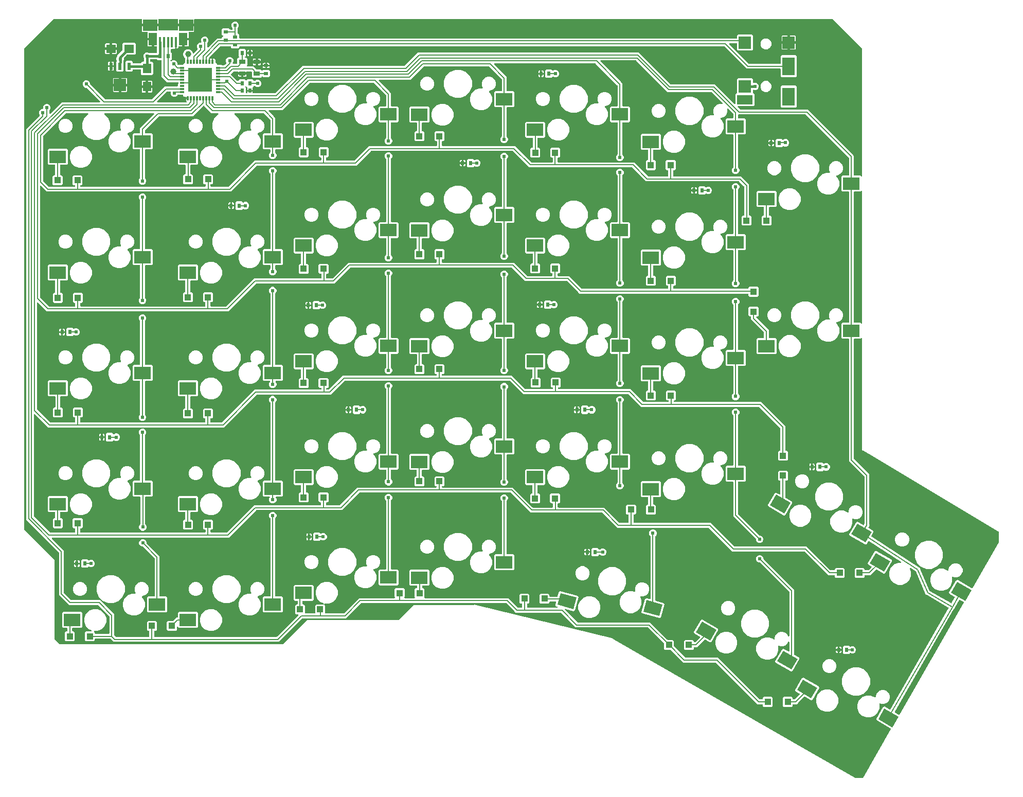
<source format=gbr>
G04 EAGLE Gerber RS-274X export*
G75*
%MOMM*%
%FSLAX34Y34*%
%LPD*%
%AMOC8*
5,1,8,0,0,1.08239X$1,22.5*%
G01*
%ADD10R,2.700000X2.000000*%
%ADD11R,1.016000X1.016000*%
%ADD12R,0.750000X0.300000*%
%ADD13R,0.300000X0.750000*%
%ADD14R,4.000000X4.000000*%
%ADD15R,0.450000X1.700000*%
%ADD16R,1.475000X2.100000*%
%ADD17R,2.375000X1.900000*%
%ADD18R,0.580000X1.200000*%
%ADD19R,2.000000X2.000000*%
%ADD20R,0.558800X0.762000*%
%ADD21R,1.400000X1.600000*%
%ADD22R,1.016000X0.762000*%
%ADD23R,0.762000X0.558800*%
%ADD24R,2.000000X3.000000*%
%ADD25R,2.500000X1.500000*%
%ADD26R,1.600000X1.400000*%
%ADD27C,1.000000*%
%ADD28C,0.203200*%
%ADD29C,0.604800*%
%ADD30C,0.200000*%
%ADD31C,0.406400*%

G36*
X1332730Y-56940D02*
X1332730Y-56940D01*
X1332808Y-56939D01*
X1332870Y-56921D01*
X1332934Y-56911D01*
X1333005Y-56880D01*
X1333080Y-56857D01*
X1333135Y-56822D01*
X1333194Y-56795D01*
X1333253Y-56745D01*
X1333319Y-56702D01*
X1333354Y-56659D01*
X1333411Y-56612D01*
X1333483Y-56503D01*
X1333532Y-56443D01*
X1379482Y23202D01*
X1379503Y23256D01*
X1379534Y23306D01*
X1379556Y23388D01*
X1379588Y23466D01*
X1379594Y23524D01*
X1379609Y23580D01*
X1379608Y23665D01*
X1379617Y23749D01*
X1379606Y23806D01*
X1379606Y23864D01*
X1379581Y23945D01*
X1379566Y24028D01*
X1379540Y24081D01*
X1379523Y24137D01*
X1379477Y24207D01*
X1379440Y24283D01*
X1379400Y24326D01*
X1379369Y24375D01*
X1379315Y24419D01*
X1379248Y24493D01*
X1379163Y24545D01*
X1379110Y24589D01*
X1356095Y37876D01*
X1355441Y40316D01*
X1366704Y59824D01*
X1369144Y60477D01*
X1377524Y55639D01*
X1377579Y55617D01*
X1377630Y55586D01*
X1377710Y55564D01*
X1377788Y55533D01*
X1377847Y55527D01*
X1377904Y55511D01*
X1377987Y55512D01*
X1378071Y55504D01*
X1378129Y55514D01*
X1378188Y55515D01*
X1378268Y55539D01*
X1378350Y55554D01*
X1378403Y55581D01*
X1378460Y55598D01*
X1378530Y55643D01*
X1378605Y55680D01*
X1378649Y55720D01*
X1378699Y55753D01*
X1378742Y55806D01*
X1378815Y55872D01*
X1378868Y55958D01*
X1378912Y56012D01*
X1474562Y222285D01*
X1474584Y222340D01*
X1474614Y222389D01*
X1474636Y222471D01*
X1474668Y222549D01*
X1474674Y222607D01*
X1474689Y222664D01*
X1474688Y222748D01*
X1474696Y222832D01*
X1474686Y222889D01*
X1474685Y222948D01*
X1474660Y223029D01*
X1474645Y223111D01*
X1474619Y223164D01*
X1474602Y223220D01*
X1474556Y223291D01*
X1474519Y223366D01*
X1474479Y223409D01*
X1474447Y223458D01*
X1474394Y223502D01*
X1474327Y223576D01*
X1474241Y223628D01*
X1474188Y223671D01*
X1438391Y244255D01*
X1438314Y244286D01*
X1438262Y244317D01*
X1436927Y244851D01*
X1436921Y244865D01*
X1436913Y244879D01*
X1436908Y244894D01*
X1436839Y245000D01*
X1436774Y245108D01*
X1436762Y245119D01*
X1436753Y245133D01*
X1436700Y245177D01*
X1436565Y245301D01*
X1436530Y245318D01*
X1436214Y246489D01*
X1436181Y246566D01*
X1436167Y246625D01*
X1420633Y282871D01*
X1420565Y282983D01*
X1420499Y283097D01*
X1420492Y283104D01*
X1420485Y283114D01*
X1420276Y283307D01*
X1420261Y283314D01*
X1420251Y283324D01*
X1412150Y288567D01*
X1412040Y288618D01*
X1411933Y288673D01*
X1411912Y288677D01*
X1411892Y288686D01*
X1411773Y288705D01*
X1411654Y288728D01*
X1411632Y288726D01*
X1411611Y288730D01*
X1411491Y288714D01*
X1411370Y288704D01*
X1411351Y288696D01*
X1411329Y288693D01*
X1411218Y288645D01*
X1411105Y288602D01*
X1411088Y288589D01*
X1411068Y288580D01*
X1410975Y288503D01*
X1410878Y288430D01*
X1410866Y288413D01*
X1410849Y288400D01*
X1410781Y288299D01*
X1410708Y288203D01*
X1410701Y288183D01*
X1410689Y288165D01*
X1410651Y288050D01*
X1410608Y287937D01*
X1410606Y287915D01*
X1410599Y287895D01*
X1410595Y287774D01*
X1410585Y287653D01*
X1410590Y287634D01*
X1410589Y287611D01*
X1410657Y287335D01*
X1410660Y287330D01*
X1410661Y287326D01*
X1412610Y282621D01*
X1412610Y275440D01*
X1409862Y268807D01*
X1404785Y263729D01*
X1398151Y260982D01*
X1390971Y260982D01*
X1384337Y263729D01*
X1379260Y268807D01*
X1376512Y275440D01*
X1376512Y282621D01*
X1379260Y289254D01*
X1384337Y294331D01*
X1390971Y297079D01*
X1395561Y297079D01*
X1395695Y297098D01*
X1395830Y297115D01*
X1395836Y297118D01*
X1395843Y297119D01*
X1395966Y297174D01*
X1396091Y297229D01*
X1396096Y297233D01*
X1396102Y297235D01*
X1396206Y297323D01*
X1396310Y297409D01*
X1396314Y297415D01*
X1396319Y297419D01*
X1396395Y297533D01*
X1396471Y297644D01*
X1396473Y297650D01*
X1396477Y297656D01*
X1396518Y297786D01*
X1396560Y297914D01*
X1396560Y297920D01*
X1396562Y297927D01*
X1396566Y298063D01*
X1396571Y298198D01*
X1396569Y298204D01*
X1396570Y298211D01*
X1396535Y298342D01*
X1396503Y298474D01*
X1396499Y298480D01*
X1396498Y298486D01*
X1396429Y298602D01*
X1396360Y298720D01*
X1396356Y298724D01*
X1396353Y298730D01*
X1396145Y298925D01*
X1396126Y298935D01*
X1396113Y298947D01*
X1343727Y332852D01*
X1343651Y332887D01*
X1343579Y332931D01*
X1343522Y332947D01*
X1343469Y332972D01*
X1343386Y332984D01*
X1343305Y333007D01*
X1343246Y333006D01*
X1343188Y333015D01*
X1343105Y333004D01*
X1343020Y333003D01*
X1342964Y332986D01*
X1342906Y332979D01*
X1342829Y332945D01*
X1342748Y332921D01*
X1342699Y332889D01*
X1342645Y332866D01*
X1342580Y332812D01*
X1342510Y332766D01*
X1342477Y332727D01*
X1342426Y332685D01*
X1342346Y332568D01*
X1342296Y332507D01*
X1339655Y327932D01*
X1337215Y327278D01*
X1311645Y342041D01*
X1310991Y344481D01*
X1322254Y363989D01*
X1324694Y364642D01*
X1333915Y359319D01*
X1333936Y359310D01*
X1333955Y359297D01*
X1334068Y359257D01*
X1334178Y359213D01*
X1334201Y359210D01*
X1334223Y359202D01*
X1334343Y359196D01*
X1334461Y359184D01*
X1334484Y359188D01*
X1334507Y359186D01*
X1334624Y359213D01*
X1334741Y359234D01*
X1334762Y359244D01*
X1334784Y359250D01*
X1334889Y359307D01*
X1334996Y359360D01*
X1335013Y359376D01*
X1335033Y359387D01*
X1335086Y359443D01*
X1335205Y359552D01*
X1335234Y359599D01*
X1335264Y359631D01*
X1335395Y359825D01*
X1335433Y359904D01*
X1335480Y359978D01*
X1335495Y360031D01*
X1335519Y360081D01*
X1335534Y360167D01*
X1335558Y360251D01*
X1335557Y360299D01*
X1335568Y360361D01*
X1335552Y360508D01*
X1335550Y360587D01*
X1335537Y360651D01*
X1335611Y360760D01*
X1335651Y360843D01*
X1335684Y360893D01*
X1335698Y360937D01*
X1335729Y360996D01*
X1335730Y361006D01*
X1335735Y361016D01*
X1335749Y361099D01*
X1335770Y361164D01*
X1335772Y361227D01*
X1335784Y361296D01*
X1335782Y361313D01*
X1335784Y361327D01*
X1335784Y361507D01*
X1335809Y361540D01*
X1335840Y361622D01*
X1335880Y361700D01*
X1335888Y361747D01*
X1335910Y361806D01*
X1335922Y361954D01*
X1335935Y362031D01*
X1335935Y438896D01*
X1335923Y438982D01*
X1335920Y439070D01*
X1335903Y439122D01*
X1335895Y439177D01*
X1335860Y439257D01*
X1335833Y439340D01*
X1335805Y439380D01*
X1335779Y439437D01*
X1335683Y439550D01*
X1335638Y439614D01*
X1310435Y464816D01*
X1310435Y665069D01*
X1310427Y665126D01*
X1310429Y665185D01*
X1310407Y665266D01*
X1310395Y665350D01*
X1310372Y665403D01*
X1310357Y665460D01*
X1310314Y665532D01*
X1310279Y665609D01*
X1310241Y665654D01*
X1310212Y665704D01*
X1310150Y665762D01*
X1310096Y665826D01*
X1310047Y665859D01*
X1310004Y665899D01*
X1309929Y665937D01*
X1309859Y665984D01*
X1309803Y666002D01*
X1309751Y666028D01*
X1309683Y666040D01*
X1309588Y666070D01*
X1309488Y666072D01*
X1309420Y666084D01*
X1299737Y666084D01*
X1297951Y667870D01*
X1297951Y690395D01*
X1299737Y692181D01*
X1309420Y692181D01*
X1309478Y692189D01*
X1309536Y692188D01*
X1309618Y692209D01*
X1309702Y692221D01*
X1309755Y692245D01*
X1309811Y692260D01*
X1309884Y692303D01*
X1309961Y692337D01*
X1310006Y692375D01*
X1310056Y692405D01*
X1310114Y692467D01*
X1310178Y692521D01*
X1310210Y692570D01*
X1310250Y692612D01*
X1310289Y692687D01*
X1310336Y692758D01*
X1310353Y692813D01*
X1310380Y692865D01*
X1310391Y692933D01*
X1310421Y693029D01*
X1310424Y693128D01*
X1310435Y693196D01*
X1310435Y907099D01*
X1310427Y907156D01*
X1310429Y907215D01*
X1310407Y907296D01*
X1310395Y907380D01*
X1310372Y907433D01*
X1310357Y907490D01*
X1310314Y907562D01*
X1310279Y907639D01*
X1310241Y907684D01*
X1310212Y907734D01*
X1310150Y907792D01*
X1310096Y907856D01*
X1310047Y907889D01*
X1310004Y907929D01*
X1309929Y907967D01*
X1309859Y908014D01*
X1309803Y908032D01*
X1309751Y908058D01*
X1309683Y908070D01*
X1309588Y908100D01*
X1309488Y908102D01*
X1309420Y908114D01*
X1299737Y908114D01*
X1297951Y909900D01*
X1297951Y932425D01*
X1299737Y934211D01*
X1309420Y934211D01*
X1309478Y934219D01*
X1309536Y934218D01*
X1309618Y934239D01*
X1309702Y934251D01*
X1309755Y934275D01*
X1309811Y934290D01*
X1309884Y934333D01*
X1309961Y934367D01*
X1310006Y934405D01*
X1310056Y934435D01*
X1310114Y934497D01*
X1310178Y934551D01*
X1310210Y934600D01*
X1310250Y934642D01*
X1310289Y934717D01*
X1310336Y934788D01*
X1310353Y934843D01*
X1310380Y934895D01*
X1310391Y934963D01*
X1310421Y935059D01*
X1310424Y935158D01*
X1310435Y935226D01*
X1310435Y963396D01*
X1310428Y963450D01*
X1310429Y963491D01*
X1310422Y963517D01*
X1310420Y963570D01*
X1310403Y963622D01*
X1310395Y963677D01*
X1310360Y963757D01*
X1310357Y963765D01*
X1310357Y963766D01*
X1310357Y963767D01*
X1310333Y963840D01*
X1310305Y963880D01*
X1310279Y963937D01*
X1310183Y964050D01*
X1310138Y964114D01*
X1239598Y1034654D01*
X1239528Y1034706D01*
X1239464Y1034766D01*
X1239415Y1034792D01*
X1239370Y1034825D01*
X1239289Y1034856D01*
X1239211Y1034896D01*
X1239163Y1034904D01*
X1239105Y1034926D01*
X1238957Y1034938D01*
X1238880Y1034951D01*
X1129064Y1034951D01*
X1129006Y1034943D01*
X1128948Y1034945D01*
X1128866Y1034923D01*
X1128782Y1034911D01*
X1128729Y1034888D01*
X1128673Y1034873D01*
X1128600Y1034830D01*
X1128523Y1034795D01*
X1128478Y1034757D01*
X1128428Y1034728D01*
X1128370Y1034666D01*
X1128306Y1034612D01*
X1128274Y1034563D01*
X1128234Y1034520D01*
X1128195Y1034445D01*
X1128148Y1034375D01*
X1128131Y1034319D01*
X1128104Y1034267D01*
X1128093Y1034199D01*
X1128063Y1034104D01*
X1128060Y1034004D01*
X1128049Y1033936D01*
X1128049Y1029476D01*
X1128057Y1029419D01*
X1128055Y1029360D01*
X1128077Y1029279D01*
X1128089Y1029195D01*
X1128112Y1029142D01*
X1128127Y1029085D01*
X1128170Y1029013D01*
X1128205Y1028936D01*
X1128243Y1028891D01*
X1128272Y1028841D01*
X1128334Y1028783D01*
X1128388Y1028719D01*
X1128437Y1028686D01*
X1128480Y1028646D01*
X1128555Y1028608D01*
X1128625Y1028561D01*
X1128681Y1028543D01*
X1128733Y1028517D01*
X1128801Y1028505D01*
X1128896Y1028475D01*
X1128996Y1028473D01*
X1129064Y1028461D01*
X1138763Y1028461D01*
X1140549Y1026675D01*
X1140549Y1004150D01*
X1138763Y1002364D01*
X1129080Y1002364D01*
X1129022Y1002356D01*
X1128964Y1002357D01*
X1128882Y1002336D01*
X1128798Y1002324D01*
X1128745Y1002300D01*
X1128689Y1002285D01*
X1128616Y1002242D01*
X1128539Y1002208D01*
X1128494Y1002170D01*
X1128444Y1002140D01*
X1128386Y1002078D01*
X1128322Y1002024D01*
X1128290Y1001975D01*
X1128250Y1001933D01*
X1128211Y1001858D01*
X1128164Y1001787D01*
X1128147Y1001732D01*
X1128120Y1001680D01*
X1128109Y1001612D01*
X1128079Y1001516D01*
X1128076Y1001417D01*
X1128065Y1001349D01*
X1128065Y947944D01*
X1128077Y947857D01*
X1128080Y947770D01*
X1128097Y947717D01*
X1128105Y947662D01*
X1128140Y947583D01*
X1128167Y947499D01*
X1128195Y947460D01*
X1128221Y947403D01*
X1128317Y947290D01*
X1128362Y947226D01*
X1129148Y946440D01*
X1130073Y944208D01*
X1130073Y941792D01*
X1129148Y939560D01*
X1127440Y937852D01*
X1125208Y936927D01*
X1122792Y936927D01*
X1120560Y937852D01*
X1118852Y939560D01*
X1117927Y941792D01*
X1117927Y944208D01*
X1118852Y946440D01*
X1119638Y947226D01*
X1119690Y947296D01*
X1119750Y947360D01*
X1119776Y947409D01*
X1119809Y947453D01*
X1119840Y947535D01*
X1119880Y947613D01*
X1119888Y947660D01*
X1119910Y947719D01*
X1119922Y947867D01*
X1119935Y947944D01*
X1119935Y1001349D01*
X1119927Y1001406D01*
X1119929Y1001465D01*
X1119907Y1001546D01*
X1119895Y1001630D01*
X1119872Y1001683D01*
X1119857Y1001740D01*
X1119814Y1001812D01*
X1119779Y1001889D01*
X1119741Y1001934D01*
X1119712Y1001984D01*
X1119650Y1002042D01*
X1119596Y1002106D01*
X1119547Y1002139D01*
X1119504Y1002179D01*
X1119429Y1002217D01*
X1119359Y1002264D01*
X1119303Y1002282D01*
X1119251Y1002308D01*
X1119183Y1002320D01*
X1119088Y1002350D01*
X1118988Y1002352D01*
X1118920Y1002364D01*
X1109237Y1002364D01*
X1107451Y1004150D01*
X1107451Y1026675D01*
X1109237Y1028461D01*
X1118936Y1028461D01*
X1118994Y1028469D01*
X1119052Y1028468D01*
X1119134Y1028489D01*
X1119218Y1028501D01*
X1119271Y1028525D01*
X1119327Y1028540D01*
X1119400Y1028583D01*
X1119477Y1028617D01*
X1119522Y1028655D01*
X1119572Y1028685D01*
X1119630Y1028747D01*
X1119694Y1028801D01*
X1119726Y1028850D01*
X1119766Y1028892D01*
X1119805Y1028967D01*
X1119852Y1029038D01*
X1119869Y1029093D01*
X1119896Y1029145D01*
X1119907Y1029213D01*
X1119937Y1029309D01*
X1119940Y1029408D01*
X1119951Y1029476D01*
X1119951Y1035902D01*
X1119939Y1035989D01*
X1119936Y1036076D01*
X1119919Y1036129D01*
X1119911Y1036184D01*
X1119876Y1036264D01*
X1119849Y1036347D01*
X1119821Y1036386D01*
X1119795Y1036443D01*
X1119699Y1036556D01*
X1119654Y1036620D01*
X1111540Y1044734D01*
X1111471Y1044786D01*
X1111409Y1044845D01*
X1111358Y1044871D01*
X1111313Y1044905D01*
X1111232Y1044936D01*
X1111156Y1044975D01*
X1111100Y1044986D01*
X1111047Y1045006D01*
X1110961Y1045014D01*
X1110877Y1045030D01*
X1110820Y1045025D01*
X1110764Y1045030D01*
X1110680Y1045013D01*
X1110594Y1045006D01*
X1110541Y1044985D01*
X1110485Y1044974D01*
X1110409Y1044935D01*
X1110329Y1044904D01*
X1110283Y1044869D01*
X1110233Y1044843D01*
X1110170Y1044784D01*
X1110102Y1044732D01*
X1110068Y1044687D01*
X1110027Y1044647D01*
X1109983Y1044573D01*
X1109932Y1044504D01*
X1109912Y1044451D01*
X1109883Y1044402D01*
X1109862Y1044319D01*
X1109831Y1044238D01*
X1109827Y1044182D01*
X1109813Y1044127D01*
X1109816Y1044041D01*
X1109809Y1043955D01*
X1109820Y1043907D01*
X1109822Y1043842D01*
X1109866Y1043705D01*
X1109884Y1043628D01*
X1110099Y1043110D01*
X1110099Y1038515D01*
X1108341Y1034271D01*
X1105092Y1031022D01*
X1100847Y1029264D01*
X1099975Y1029264D01*
X1099945Y1029260D01*
X1099916Y1029262D01*
X1099805Y1029240D01*
X1099693Y1029224D01*
X1099666Y1029212D01*
X1099637Y1029206D01*
X1099537Y1029154D01*
X1099434Y1029108D01*
X1099411Y1029089D01*
X1099385Y1029075D01*
X1099303Y1028997D01*
X1099217Y1028924D01*
X1099200Y1028900D01*
X1099179Y1028879D01*
X1099122Y1028782D01*
X1099059Y1028687D01*
X1099050Y1028659D01*
X1099035Y1028634D01*
X1099008Y1028525D01*
X1098973Y1028416D01*
X1098972Y1028387D01*
X1098965Y1028359D01*
X1098969Y1028246D01*
X1098966Y1028132D01*
X1098973Y1028104D01*
X1098974Y1028074D01*
X1099009Y1027967D01*
X1099038Y1027857D01*
X1099053Y1027832D01*
X1099062Y1027804D01*
X1099107Y1027740D01*
X1099183Y1027613D01*
X1099229Y1027570D01*
X1099257Y1027531D01*
X1101151Y1025636D01*
X1103899Y1019003D01*
X1103899Y1011822D01*
X1101151Y1005189D01*
X1096074Y1000112D01*
X1089440Y997364D01*
X1082260Y997364D01*
X1075626Y1000112D01*
X1070549Y1005189D01*
X1067801Y1011822D01*
X1067801Y1019003D01*
X1070549Y1025636D01*
X1075626Y1030713D01*
X1082260Y1033461D01*
X1087575Y1033461D01*
X1087689Y1033477D01*
X1087803Y1033487D01*
X1087829Y1033497D01*
X1087857Y1033501D01*
X1087962Y1033548D01*
X1088069Y1033589D01*
X1088091Y1033606D01*
X1088116Y1033617D01*
X1088204Y1033691D01*
X1088295Y1033761D01*
X1088312Y1033783D01*
X1088333Y1033801D01*
X1088397Y1033896D01*
X1088466Y1033989D01*
X1088475Y1034014D01*
X1088491Y1034038D01*
X1088526Y1034147D01*
X1088566Y1034255D01*
X1088568Y1034282D01*
X1088577Y1034309D01*
X1088580Y1034423D01*
X1088589Y1034538D01*
X1088583Y1034562D01*
X1088584Y1034593D01*
X1088517Y1034850D01*
X1088513Y1034865D01*
X1087001Y1038515D01*
X1087001Y1043110D01*
X1088759Y1047354D01*
X1092008Y1050603D01*
X1096253Y1052361D01*
X1100847Y1052361D01*
X1101365Y1052147D01*
X1101449Y1052125D01*
X1101529Y1052095D01*
X1101586Y1052090D01*
X1101641Y1052076D01*
X1101727Y1052078D01*
X1101812Y1052071D01*
X1101868Y1052082D01*
X1101925Y1052084D01*
X1102007Y1052110D01*
X1102091Y1052127D01*
X1102141Y1052153D01*
X1102196Y1052170D01*
X1102267Y1052218D01*
X1102343Y1052258D01*
X1102384Y1052297D01*
X1102432Y1052329D01*
X1102487Y1052395D01*
X1102549Y1052454D01*
X1102578Y1052503D01*
X1102615Y1052546D01*
X1102650Y1052625D01*
X1102693Y1052699D01*
X1102707Y1052754D01*
X1102730Y1052806D01*
X1102742Y1052891D01*
X1102763Y1052974D01*
X1102761Y1053031D01*
X1102769Y1053088D01*
X1102757Y1053173D01*
X1102754Y1053259D01*
X1102737Y1053313D01*
X1102728Y1053369D01*
X1102693Y1053447D01*
X1102667Y1053529D01*
X1102638Y1053569D01*
X1102611Y1053628D01*
X1102517Y1053739D01*
X1102472Y1053802D01*
X1084620Y1071654D01*
X1084550Y1071706D01*
X1084487Y1071766D01*
X1084437Y1071792D01*
X1084393Y1071825D01*
X1084311Y1071856D01*
X1084233Y1071896D01*
X1084186Y1071904D01*
X1084127Y1071926D01*
X1083980Y1071938D01*
X1083902Y1071951D01*
X1012323Y1071951D01*
X1010636Y1073638D01*
X1010567Y1073690D01*
X1010503Y1073750D01*
X1010500Y1073752D01*
X960614Y1123638D01*
X960544Y1123690D01*
X960480Y1123750D01*
X960431Y1123776D01*
X960386Y1123809D01*
X960305Y1123840D01*
X960227Y1123880D01*
X960179Y1123888D01*
X960121Y1123910D01*
X959973Y1123922D01*
X959896Y1123935D01*
X902264Y1123935D01*
X902235Y1123931D01*
X902206Y1123934D01*
X902095Y1123911D01*
X901983Y1123895D01*
X901956Y1123883D01*
X901927Y1123878D01*
X901827Y1123826D01*
X901723Y1123779D01*
X901701Y1123760D01*
X901675Y1123747D01*
X901593Y1123669D01*
X901506Y1123596D01*
X901490Y1123571D01*
X901469Y1123551D01*
X901411Y1123453D01*
X901349Y1123359D01*
X901340Y1123331D01*
X901325Y1123306D01*
X901297Y1123196D01*
X901263Y1123088D01*
X901262Y1123058D01*
X901255Y1123030D01*
X901258Y1122917D01*
X901256Y1122804D01*
X901263Y1122775D01*
X901264Y1122746D01*
X901299Y1122638D01*
X901327Y1122529D01*
X901342Y1122503D01*
X901351Y1122475D01*
X901397Y1122412D01*
X901473Y1122284D01*
X901518Y1122241D01*
X901546Y1122202D01*
X934886Y1088862D01*
X937565Y1086184D01*
X937565Y1049289D01*
X937573Y1049231D01*
X937571Y1049173D01*
X937593Y1049091D01*
X937605Y1049007D01*
X937628Y1048954D01*
X937643Y1048898D01*
X937686Y1048825D01*
X937721Y1048748D01*
X937759Y1048703D01*
X937788Y1048653D01*
X937850Y1048595D01*
X937904Y1048531D01*
X937953Y1048499D01*
X937996Y1048459D01*
X938071Y1048420D01*
X938141Y1048373D01*
X938197Y1048356D01*
X938249Y1048329D01*
X938317Y1048318D01*
X938412Y1048288D01*
X938512Y1048285D01*
X938580Y1048274D01*
X948263Y1048274D01*
X950049Y1046488D01*
X950049Y1023962D01*
X948263Y1022176D01*
X938580Y1022176D01*
X938522Y1022168D01*
X938464Y1022170D01*
X938382Y1022148D01*
X938298Y1022136D01*
X938245Y1022113D01*
X938189Y1022098D01*
X938116Y1022055D01*
X938039Y1022020D01*
X937994Y1021982D01*
X937944Y1021953D01*
X937886Y1021891D01*
X937822Y1021837D01*
X937790Y1021788D01*
X937750Y1021745D01*
X937711Y1021670D01*
X937664Y1021600D01*
X937647Y1021544D01*
X937620Y1021492D01*
X937609Y1021424D01*
X937579Y1021329D01*
X937576Y1021229D01*
X937565Y1021161D01*
X937565Y969444D01*
X937572Y969390D01*
X937571Y969350D01*
X937578Y969325D01*
X937580Y969270D01*
X937597Y969217D01*
X937605Y969162D01*
X937640Y969083D01*
X937667Y968999D01*
X937695Y968960D01*
X937721Y968903D01*
X937817Y968790D01*
X937862Y968726D01*
X938648Y967940D01*
X939573Y965708D01*
X939573Y963292D01*
X938648Y961060D01*
X936940Y959352D01*
X934708Y958427D01*
X932292Y958427D01*
X930060Y959352D01*
X928352Y961060D01*
X927427Y963292D01*
X927427Y965708D01*
X928352Y967940D01*
X929138Y968726D01*
X929190Y968796D01*
X929250Y968860D01*
X929276Y968909D01*
X929309Y968953D01*
X929340Y969035D01*
X929380Y969113D01*
X929388Y969160D01*
X929410Y969219D01*
X929415Y969279D01*
X929421Y969299D01*
X929423Y969372D01*
X929435Y969444D01*
X929435Y1021161D01*
X929427Y1021219D01*
X929429Y1021277D01*
X929407Y1021359D01*
X929395Y1021443D01*
X929372Y1021496D01*
X929357Y1021552D01*
X929314Y1021625D01*
X929279Y1021702D01*
X929241Y1021747D01*
X929212Y1021797D01*
X929150Y1021855D01*
X929096Y1021919D01*
X929047Y1021951D01*
X929004Y1021991D01*
X928929Y1022030D01*
X928859Y1022077D01*
X928803Y1022094D01*
X928751Y1022121D01*
X928683Y1022132D01*
X928588Y1022162D01*
X928488Y1022165D01*
X928420Y1022176D01*
X918737Y1022176D01*
X916951Y1023962D01*
X916951Y1046488D01*
X918737Y1048274D01*
X928420Y1048274D01*
X928478Y1048282D01*
X928536Y1048280D01*
X928618Y1048302D01*
X928702Y1048314D01*
X928755Y1048337D01*
X928811Y1048352D01*
X928884Y1048395D01*
X928961Y1048430D01*
X929006Y1048468D01*
X929056Y1048497D01*
X929114Y1048559D01*
X929178Y1048613D01*
X929210Y1048662D01*
X929250Y1048705D01*
X929289Y1048780D01*
X929336Y1048850D01*
X929353Y1048906D01*
X929380Y1048958D01*
X929391Y1049026D01*
X929421Y1049121D01*
X929424Y1049221D01*
X929435Y1049289D01*
X929435Y1082396D01*
X929423Y1082482D01*
X929420Y1082570D01*
X929403Y1082623D01*
X929395Y1082677D01*
X929360Y1082757D01*
X929333Y1082840D01*
X929305Y1082880D01*
X929279Y1082937D01*
X929183Y1083050D01*
X929138Y1083114D01*
X893614Y1118638D01*
X893544Y1118690D01*
X893480Y1118750D01*
X893431Y1118776D01*
X893386Y1118809D01*
X893305Y1118840D01*
X893227Y1118880D01*
X893179Y1118888D01*
X893121Y1118910D01*
X892973Y1118922D01*
X892896Y1118935D01*
X727264Y1118935D01*
X727235Y1118931D01*
X727206Y1118934D01*
X727095Y1118911D01*
X726983Y1118895D01*
X726956Y1118883D01*
X726927Y1118878D01*
X726827Y1118826D01*
X726723Y1118779D01*
X726701Y1118760D01*
X726675Y1118747D01*
X726593Y1118669D01*
X726506Y1118596D01*
X726490Y1118571D01*
X726469Y1118551D01*
X726411Y1118453D01*
X726349Y1118359D01*
X726340Y1118331D01*
X726325Y1118306D01*
X726297Y1118196D01*
X726263Y1118088D01*
X726262Y1118058D01*
X726255Y1118030D01*
X726258Y1117917D01*
X726256Y1117804D01*
X726263Y1117775D01*
X726264Y1117746D01*
X726299Y1117638D01*
X726327Y1117529D01*
X726342Y1117503D01*
X726351Y1117475D01*
X726397Y1117412D01*
X726473Y1117284D01*
X726518Y1117241D01*
X726546Y1117202D01*
X747065Y1096684D01*
X747065Y1074101D01*
X747073Y1074044D01*
X747071Y1073985D01*
X747093Y1073904D01*
X747105Y1073820D01*
X747128Y1073767D01*
X747143Y1073710D01*
X747186Y1073638D01*
X747221Y1073561D01*
X747259Y1073516D01*
X747288Y1073466D01*
X747350Y1073408D01*
X747404Y1073344D01*
X747453Y1073311D01*
X747496Y1073271D01*
X747571Y1073233D01*
X747641Y1073186D01*
X747697Y1073168D01*
X747749Y1073142D01*
X747817Y1073130D01*
X747912Y1073100D01*
X748012Y1073098D01*
X748080Y1073086D01*
X757763Y1073086D01*
X759549Y1071300D01*
X759549Y1048775D01*
X757763Y1046989D01*
X748080Y1046989D01*
X748022Y1046981D01*
X747964Y1046982D01*
X747882Y1046961D01*
X747798Y1046949D01*
X747745Y1046925D01*
X747689Y1046910D01*
X747616Y1046867D01*
X747539Y1046833D01*
X747494Y1046795D01*
X747444Y1046765D01*
X747386Y1046703D01*
X747322Y1046649D01*
X747290Y1046600D01*
X747250Y1046558D01*
X747211Y1046483D01*
X747164Y1046412D01*
X747147Y1046357D01*
X747120Y1046305D01*
X747109Y1046237D01*
X747079Y1046141D01*
X747076Y1046042D01*
X747065Y1045974D01*
X747065Y998944D01*
X747077Y998857D01*
X747080Y998770D01*
X747097Y998717D01*
X747105Y998662D01*
X747140Y998583D01*
X747167Y998499D01*
X747195Y998460D01*
X747221Y998403D01*
X747307Y998302D01*
X747324Y998273D01*
X747339Y998259D01*
X747362Y998226D01*
X748148Y997440D01*
X749073Y995208D01*
X749073Y992792D01*
X748148Y990560D01*
X746440Y988852D01*
X744208Y987927D01*
X741792Y987927D01*
X739560Y988852D01*
X737852Y990560D01*
X736927Y992792D01*
X736927Y995208D01*
X737852Y997440D01*
X738638Y998226D01*
X738690Y998296D01*
X738750Y998360D01*
X738776Y998409D01*
X738809Y998453D01*
X738840Y998535D01*
X738880Y998613D01*
X738888Y998660D01*
X738910Y998719D01*
X738922Y998867D01*
X738935Y998944D01*
X738935Y1045974D01*
X738927Y1046031D01*
X738929Y1046090D01*
X738907Y1046171D01*
X738895Y1046255D01*
X738872Y1046308D01*
X738857Y1046365D01*
X738814Y1046437D01*
X738779Y1046514D01*
X738741Y1046559D01*
X738712Y1046609D01*
X738650Y1046667D01*
X738596Y1046731D01*
X738547Y1046764D01*
X738504Y1046804D01*
X738429Y1046842D01*
X738359Y1046889D01*
X738303Y1046907D01*
X738251Y1046933D01*
X738183Y1046945D01*
X738088Y1046975D01*
X737988Y1046977D01*
X737920Y1046989D01*
X728237Y1046989D01*
X726451Y1048775D01*
X726451Y1071300D01*
X728237Y1073086D01*
X737920Y1073086D01*
X737978Y1073094D01*
X738036Y1073093D01*
X738118Y1073114D01*
X738202Y1073126D01*
X738255Y1073150D01*
X738311Y1073165D01*
X738384Y1073208D01*
X738461Y1073242D01*
X738506Y1073280D01*
X738556Y1073310D01*
X738614Y1073372D01*
X738678Y1073426D01*
X738710Y1073475D01*
X738750Y1073517D01*
X738789Y1073592D01*
X738836Y1073663D01*
X738853Y1073718D01*
X738880Y1073770D01*
X738891Y1073838D01*
X738921Y1073934D01*
X738924Y1074033D01*
X738935Y1074101D01*
X738935Y1092896D01*
X738923Y1092982D01*
X738920Y1093070D01*
X738903Y1093122D01*
X738895Y1093177D01*
X738860Y1093257D01*
X738833Y1093340D01*
X738805Y1093380D01*
X738779Y1093437D01*
X738683Y1093550D01*
X738638Y1093614D01*
X718614Y1113638D01*
X718544Y1113690D01*
X718480Y1113750D01*
X718431Y1113776D01*
X718387Y1113809D01*
X718305Y1113840D01*
X718227Y1113880D01*
X718179Y1113888D01*
X718121Y1113910D01*
X717973Y1113922D01*
X717896Y1113935D01*
X611104Y1113935D01*
X611018Y1113923D01*
X610930Y1113920D01*
X610878Y1113903D01*
X610823Y1113895D01*
X610743Y1113860D01*
X610660Y1113833D01*
X610620Y1113805D01*
X610563Y1113779D01*
X610450Y1113683D01*
X610386Y1113638D01*
X588684Y1091935D01*
X537264Y1091935D01*
X537235Y1091931D01*
X537206Y1091934D01*
X537095Y1091911D01*
X536983Y1091895D01*
X536956Y1091883D01*
X536927Y1091878D01*
X536827Y1091826D01*
X536723Y1091779D01*
X536701Y1091760D01*
X536675Y1091747D01*
X536593Y1091669D01*
X536506Y1091596D01*
X536490Y1091571D01*
X536469Y1091551D01*
X536411Y1091453D01*
X536349Y1091359D01*
X536340Y1091331D01*
X536325Y1091306D01*
X536297Y1091196D01*
X536263Y1091088D01*
X536262Y1091058D01*
X536255Y1091030D01*
X536258Y1090917D01*
X536256Y1090804D01*
X536263Y1090775D01*
X536264Y1090746D01*
X536299Y1090638D01*
X536327Y1090529D01*
X536342Y1090503D01*
X536351Y1090475D01*
X536397Y1090412D01*
X536473Y1090284D01*
X536518Y1090241D01*
X536546Y1090202D01*
X553886Y1072862D01*
X556565Y1070184D01*
X556565Y1049289D01*
X556573Y1049231D01*
X556571Y1049173D01*
X556593Y1049091D01*
X556605Y1049007D01*
X556628Y1048954D01*
X556643Y1048898D01*
X556686Y1048825D01*
X556721Y1048748D01*
X556759Y1048703D01*
X556788Y1048653D01*
X556850Y1048595D01*
X556904Y1048531D01*
X556953Y1048499D01*
X556996Y1048459D01*
X557071Y1048420D01*
X557141Y1048373D01*
X557197Y1048356D01*
X557249Y1048329D01*
X557317Y1048318D01*
X557412Y1048288D01*
X557512Y1048285D01*
X557580Y1048274D01*
X567263Y1048274D01*
X569049Y1046488D01*
X569049Y1023962D01*
X567263Y1022176D01*
X557580Y1022176D01*
X557522Y1022168D01*
X557464Y1022170D01*
X557382Y1022148D01*
X557298Y1022136D01*
X557245Y1022113D01*
X557189Y1022098D01*
X557116Y1022055D01*
X557039Y1022020D01*
X556994Y1021982D01*
X556944Y1021953D01*
X556886Y1021891D01*
X556822Y1021837D01*
X556790Y1021788D01*
X556750Y1021745D01*
X556711Y1021670D01*
X556664Y1021600D01*
X556647Y1021544D01*
X556620Y1021492D01*
X556609Y1021424D01*
X556579Y1021329D01*
X556576Y1021229D01*
X556565Y1021161D01*
X556565Y996444D01*
X556577Y996357D01*
X556580Y996270D01*
X556597Y996217D01*
X556605Y996162D01*
X556640Y996083D01*
X556667Y995999D01*
X556695Y995960D01*
X556721Y995903D01*
X556817Y995790D01*
X556862Y995726D01*
X557648Y994940D01*
X558573Y992708D01*
X558573Y990292D01*
X557648Y988060D01*
X555940Y986352D01*
X553708Y985427D01*
X551292Y985427D01*
X549060Y986352D01*
X547352Y988060D01*
X546427Y990292D01*
X546427Y992708D01*
X547352Y994940D01*
X548138Y995726D01*
X548190Y995796D01*
X548250Y995860D01*
X548276Y995909D01*
X548309Y995953D01*
X548340Y996035D01*
X548380Y996113D01*
X548388Y996160D01*
X548410Y996219D01*
X548422Y996367D01*
X548435Y996444D01*
X548435Y1021161D01*
X548427Y1021219D01*
X548429Y1021277D01*
X548407Y1021359D01*
X548395Y1021443D01*
X548372Y1021496D01*
X548357Y1021552D01*
X548314Y1021625D01*
X548279Y1021702D01*
X548241Y1021747D01*
X548212Y1021797D01*
X548150Y1021855D01*
X548096Y1021919D01*
X548047Y1021951D01*
X548004Y1021991D01*
X547929Y1022030D01*
X547859Y1022077D01*
X547803Y1022094D01*
X547751Y1022121D01*
X547683Y1022132D01*
X547588Y1022162D01*
X547488Y1022165D01*
X547420Y1022176D01*
X537737Y1022176D01*
X535951Y1023962D01*
X535951Y1046488D01*
X537737Y1048274D01*
X547420Y1048274D01*
X547478Y1048282D01*
X547536Y1048280D01*
X547618Y1048302D01*
X547702Y1048314D01*
X547755Y1048337D01*
X547811Y1048352D01*
X547884Y1048395D01*
X547961Y1048430D01*
X548006Y1048468D01*
X548056Y1048497D01*
X548114Y1048559D01*
X548178Y1048613D01*
X548210Y1048662D01*
X548250Y1048705D01*
X548289Y1048780D01*
X548336Y1048850D01*
X548353Y1048906D01*
X548380Y1048958D01*
X548391Y1049026D01*
X548421Y1049121D01*
X548424Y1049221D01*
X548435Y1049289D01*
X548435Y1066396D01*
X548423Y1066482D01*
X548420Y1066570D01*
X548403Y1066623D01*
X548395Y1066677D01*
X548360Y1066757D01*
X548333Y1066840D01*
X548305Y1066880D01*
X548279Y1066937D01*
X548183Y1067050D01*
X548138Y1067114D01*
X528614Y1086638D01*
X528544Y1086690D01*
X528480Y1086750D01*
X528431Y1086776D01*
X528386Y1086809D01*
X528305Y1086840D01*
X528227Y1086880D01*
X528179Y1086888D01*
X528121Y1086910D01*
X527973Y1086922D01*
X527896Y1086935D01*
X423104Y1086935D01*
X423018Y1086923D01*
X422930Y1086920D01*
X422878Y1086903D01*
X422823Y1086895D01*
X422743Y1086860D01*
X422660Y1086833D01*
X422620Y1086805D01*
X422563Y1086779D01*
X422450Y1086683D01*
X422386Y1086638D01*
X377684Y1041935D01*
X356264Y1041935D01*
X356235Y1041931D01*
X356206Y1041934D01*
X356095Y1041911D01*
X355983Y1041895D01*
X355956Y1041883D01*
X355927Y1041878D01*
X355827Y1041826D01*
X355723Y1041779D01*
X355701Y1041760D01*
X355675Y1041747D01*
X355593Y1041669D01*
X355506Y1041596D01*
X355490Y1041571D01*
X355469Y1041551D01*
X355411Y1041453D01*
X355349Y1041359D01*
X355340Y1041331D01*
X355325Y1041306D01*
X355297Y1041196D01*
X355263Y1041088D01*
X355262Y1041058D01*
X355255Y1041030D01*
X355258Y1040917D01*
X355256Y1040804D01*
X355263Y1040775D01*
X355264Y1040746D01*
X355299Y1040638D01*
X355327Y1040529D01*
X355342Y1040503D01*
X355351Y1040475D01*
X355397Y1040412D01*
X355473Y1040284D01*
X355518Y1040241D01*
X355546Y1040202D01*
X363386Y1032362D01*
X366065Y1029684D01*
X366065Y1004664D01*
X366073Y1004606D01*
X366071Y1004548D01*
X366093Y1004466D01*
X366105Y1004382D01*
X366128Y1004329D01*
X366143Y1004273D01*
X366186Y1004200D01*
X366221Y1004123D01*
X366259Y1004078D01*
X366288Y1004028D01*
X366350Y1003970D01*
X366404Y1003906D01*
X366453Y1003874D01*
X366496Y1003834D01*
X366571Y1003795D01*
X366641Y1003748D01*
X366697Y1003731D01*
X366749Y1003704D01*
X366817Y1003693D01*
X366912Y1003663D01*
X367012Y1003660D01*
X367080Y1003649D01*
X376763Y1003649D01*
X378549Y1001863D01*
X378549Y979337D01*
X376763Y977551D01*
X367080Y977551D01*
X367022Y977543D01*
X366964Y977545D01*
X366882Y977523D01*
X366798Y977511D01*
X366745Y977488D01*
X366689Y977473D01*
X366616Y977430D01*
X366539Y977395D01*
X366494Y977357D01*
X366444Y977328D01*
X366386Y977266D01*
X366322Y977212D01*
X366290Y977163D01*
X366250Y977120D01*
X366211Y977045D01*
X366164Y976975D01*
X366147Y976919D01*
X366120Y976867D01*
X366109Y976799D01*
X366079Y976704D01*
X366076Y976604D01*
X366065Y976536D01*
X366065Y972694D01*
X366077Y972607D01*
X366080Y972520D01*
X366097Y972467D01*
X366105Y972412D01*
X366140Y972333D01*
X366167Y972249D01*
X366195Y972210D01*
X366221Y972153D01*
X366317Y972040D01*
X366362Y971976D01*
X367148Y971190D01*
X368073Y968958D01*
X368073Y966542D01*
X367148Y964310D01*
X365440Y962602D01*
X363208Y961677D01*
X360792Y961677D01*
X358560Y962602D01*
X356852Y964310D01*
X355927Y966542D01*
X355927Y968958D01*
X356852Y971190D01*
X357638Y971976D01*
X357690Y972046D01*
X357750Y972110D01*
X357776Y972159D01*
X357809Y972203D01*
X357840Y972285D01*
X357880Y972363D01*
X357888Y972410D01*
X357910Y972469D01*
X357922Y972617D01*
X357935Y972694D01*
X357935Y976536D01*
X357927Y976594D01*
X357929Y976652D01*
X357907Y976734D01*
X357895Y976818D01*
X357872Y976871D01*
X357857Y976927D01*
X357814Y977000D01*
X357779Y977077D01*
X357741Y977122D01*
X357712Y977172D01*
X357650Y977230D01*
X357596Y977294D01*
X357547Y977326D01*
X357504Y977366D01*
X357429Y977405D01*
X357359Y977452D01*
X357303Y977469D01*
X357251Y977496D01*
X357183Y977507D01*
X357088Y977537D01*
X356988Y977540D01*
X356920Y977551D01*
X347237Y977551D01*
X345451Y979337D01*
X345451Y1001863D01*
X347237Y1003649D01*
X356920Y1003649D01*
X356978Y1003657D01*
X357036Y1003655D01*
X357118Y1003677D01*
X357202Y1003689D01*
X357255Y1003712D01*
X357311Y1003727D01*
X357384Y1003770D01*
X357461Y1003805D01*
X357506Y1003843D01*
X357556Y1003872D01*
X357614Y1003934D01*
X357678Y1003988D01*
X357710Y1004037D01*
X357750Y1004080D01*
X357789Y1004155D01*
X357836Y1004225D01*
X357853Y1004281D01*
X357880Y1004333D01*
X357891Y1004401D01*
X357921Y1004496D01*
X357924Y1004596D01*
X357935Y1004664D01*
X357935Y1025896D01*
X357923Y1025982D01*
X357920Y1026070D01*
X357903Y1026122D01*
X357895Y1026177D01*
X357860Y1026257D01*
X357833Y1026340D01*
X357805Y1026380D01*
X357779Y1026437D01*
X357683Y1026550D01*
X357638Y1026614D01*
X347614Y1036638D01*
X347544Y1036690D01*
X347480Y1036750D01*
X347431Y1036776D01*
X347386Y1036809D01*
X347305Y1036840D01*
X347227Y1036880D01*
X347179Y1036888D01*
X347121Y1036910D01*
X346973Y1036922D01*
X346896Y1036935D01*
X299864Y1036935D01*
X299835Y1036931D01*
X299806Y1036934D01*
X299695Y1036911D01*
X299583Y1036895D01*
X299556Y1036883D01*
X299527Y1036878D01*
X299427Y1036826D01*
X299324Y1036779D01*
X299301Y1036760D01*
X299275Y1036747D01*
X299193Y1036669D01*
X299107Y1036596D01*
X299090Y1036571D01*
X299069Y1036551D01*
X299012Y1036453D01*
X298949Y1036359D01*
X298940Y1036331D01*
X298925Y1036306D01*
X298897Y1036196D01*
X298863Y1036088D01*
X298862Y1036058D01*
X298855Y1036030D01*
X298859Y1035917D01*
X298856Y1035804D01*
X298863Y1035775D01*
X298864Y1035746D01*
X298899Y1035638D01*
X298928Y1035529D01*
X298943Y1035503D01*
X298952Y1035475D01*
X298997Y1035412D01*
X299073Y1035284D01*
X299119Y1035241D01*
X299147Y1035202D01*
X305291Y1029057D01*
X308801Y1020585D01*
X308801Y1011415D01*
X305291Y1002943D01*
X298807Y996459D01*
X290335Y992949D01*
X281165Y992949D01*
X272693Y996459D01*
X266209Y1002943D01*
X262699Y1011415D01*
X262699Y1020585D01*
X266209Y1029057D01*
X272353Y1035202D01*
X272371Y1035226D01*
X272393Y1035245D01*
X272456Y1035339D01*
X272524Y1035429D01*
X272535Y1035457D01*
X272551Y1035481D01*
X272585Y1035589D01*
X272626Y1035695D01*
X272628Y1035724D01*
X272637Y1035752D01*
X272640Y1035866D01*
X272649Y1035978D01*
X272643Y1036007D01*
X272644Y1036036D01*
X272616Y1036146D01*
X272593Y1036257D01*
X272580Y1036283D01*
X272572Y1036311D01*
X272514Y1036409D01*
X272462Y1036509D01*
X272442Y1036531D01*
X272427Y1036556D01*
X272345Y1036633D01*
X272266Y1036715D01*
X272241Y1036730D01*
X272220Y1036750D01*
X272119Y1036802D01*
X272021Y1036859D01*
X271993Y1036866D01*
X271967Y1036880D01*
X271889Y1036893D01*
X271746Y1036929D01*
X271683Y1036927D01*
X271636Y1036935D01*
X261316Y1036935D01*
X258638Y1039614D01*
X249207Y1049045D01*
X249160Y1049080D01*
X249120Y1049123D01*
X249047Y1049165D01*
X248979Y1049216D01*
X248925Y1049237D01*
X248874Y1049266D01*
X248793Y1049287D01*
X248714Y1049317D01*
X248655Y1049322D01*
X248599Y1049336D01*
X248514Y1049334D01*
X248430Y1049341D01*
X248373Y1049329D01*
X248315Y1049327D01*
X248234Y1049301D01*
X248152Y1049285D01*
X248100Y1049258D01*
X248044Y1049240D01*
X247988Y1049200D01*
X247899Y1049154D01*
X247827Y1049085D01*
X247771Y1049045D01*
X230677Y1031951D01*
X175098Y1031951D01*
X175011Y1031939D01*
X174924Y1031936D01*
X174871Y1031919D01*
X174816Y1031911D01*
X174736Y1031876D01*
X174653Y1031849D01*
X174614Y1031821D01*
X174557Y1031795D01*
X174443Y1031699D01*
X174380Y1031654D01*
X152034Y1009308D01*
X151981Y1009238D01*
X151921Y1009174D01*
X151896Y1009125D01*
X151863Y1009081D01*
X151832Y1008999D01*
X151792Y1008921D01*
X151784Y1008873D01*
X151761Y1008815D01*
X151749Y1008667D01*
X151736Y1008590D01*
X151736Y1004664D01*
X151744Y1004606D01*
X151743Y1004548D01*
X151764Y1004466D01*
X151776Y1004382D01*
X151800Y1004329D01*
X151815Y1004273D01*
X151858Y1004200D01*
X151892Y1004123D01*
X151930Y1004078D01*
X151960Y1004028D01*
X152022Y1003970D01*
X152076Y1003906D01*
X152125Y1003874D01*
X152167Y1003834D01*
X152242Y1003795D01*
X152313Y1003748D01*
X152368Y1003731D01*
X152420Y1003704D01*
X152488Y1003693D01*
X152584Y1003663D01*
X152683Y1003660D01*
X152751Y1003649D01*
X162450Y1003649D01*
X164236Y1001863D01*
X164236Y979337D01*
X162450Y977551D01*
X152767Y977551D01*
X152710Y977543D01*
X152651Y977545D01*
X152570Y977523D01*
X152486Y977511D01*
X152433Y977488D01*
X152376Y977473D01*
X152304Y977430D01*
X152227Y977395D01*
X152182Y977357D01*
X152132Y977328D01*
X152074Y977266D01*
X152010Y977212D01*
X151977Y977163D01*
X151937Y977120D01*
X151899Y977045D01*
X151852Y976975D01*
X151834Y976919D01*
X151808Y976867D01*
X151796Y976799D01*
X151766Y976704D01*
X151764Y976604D01*
X151752Y976536D01*
X151752Y930631D01*
X151764Y930545D01*
X151767Y930457D01*
X151784Y930405D01*
X151792Y930350D01*
X151828Y930270D01*
X151855Y930187D01*
X151883Y930148D01*
X151908Y930091D01*
X152004Y929977D01*
X152050Y929914D01*
X152836Y929127D01*
X153760Y926895D01*
X153760Y924480D01*
X152836Y922248D01*
X151127Y920539D01*
X148895Y919615D01*
X146480Y919615D01*
X144248Y920539D01*
X142539Y922248D01*
X141615Y924480D01*
X141615Y926895D01*
X142539Y929127D01*
X143325Y929914D01*
X143378Y929983D01*
X143438Y930047D01*
X143463Y930097D01*
X143496Y930141D01*
X143527Y930222D01*
X143567Y930300D01*
X143575Y930348D01*
X143598Y930406D01*
X143610Y930554D01*
X143623Y930631D01*
X143623Y976536D01*
X143615Y976594D01*
X143616Y976652D01*
X143595Y976734D01*
X143583Y976818D01*
X143559Y976871D01*
X143544Y976927D01*
X143501Y977000D01*
X143467Y977077D01*
X143429Y977122D01*
X143399Y977172D01*
X143337Y977230D01*
X143283Y977294D01*
X143234Y977326D01*
X143192Y977366D01*
X143117Y977405D01*
X143046Y977452D01*
X142991Y977469D01*
X142939Y977496D01*
X142871Y977507D01*
X142775Y977537D01*
X142676Y977540D01*
X142608Y977551D01*
X132925Y977551D01*
X131139Y979337D01*
X131139Y1001863D01*
X132925Y1003649D01*
X142624Y1003649D01*
X142681Y1003657D01*
X142740Y1003655D01*
X142821Y1003677D01*
X142905Y1003689D01*
X142958Y1003712D01*
X143015Y1003727D01*
X143087Y1003770D01*
X143164Y1003805D01*
X143209Y1003843D01*
X143259Y1003872D01*
X143317Y1003934D01*
X143381Y1003988D01*
X143414Y1004037D01*
X143454Y1004080D01*
X143492Y1004155D01*
X143539Y1004225D01*
X143557Y1004281D01*
X143583Y1004333D01*
X143595Y1004401D01*
X143625Y1004496D01*
X143627Y1004596D01*
X143639Y1004664D01*
X143639Y1012365D01*
X166492Y1035218D01*
X166510Y1035242D01*
X166532Y1035261D01*
X166595Y1035355D01*
X166663Y1035445D01*
X166674Y1035473D01*
X166690Y1035497D01*
X166724Y1035605D01*
X166764Y1035711D01*
X166767Y1035740D01*
X166776Y1035768D01*
X166779Y1035882D01*
X166788Y1035994D01*
X166782Y1036023D01*
X166783Y1036052D01*
X166754Y1036162D01*
X166732Y1036273D01*
X166719Y1036299D01*
X166711Y1036327D01*
X166653Y1036425D01*
X166601Y1036525D01*
X166581Y1036547D01*
X166566Y1036572D01*
X166483Y1036649D01*
X166405Y1036731D01*
X166380Y1036746D01*
X166359Y1036766D01*
X166258Y1036818D01*
X166160Y1036875D01*
X166132Y1036882D01*
X166106Y1036896D01*
X166028Y1036909D01*
X165885Y1036945D01*
X165822Y1036943D01*
X165774Y1036951D01*
X85536Y1036951D01*
X85507Y1036947D01*
X85478Y1036950D01*
X85367Y1036927D01*
X85254Y1036911D01*
X85228Y1036899D01*
X85199Y1036894D01*
X85098Y1036842D01*
X84995Y1036795D01*
X84973Y1036776D01*
X84947Y1036763D01*
X84864Y1036685D01*
X84778Y1036612D01*
X84762Y1036587D01*
X84740Y1036567D01*
X84683Y1036469D01*
X84620Y1036375D01*
X84612Y1036347D01*
X84597Y1036322D01*
X84569Y1036212D01*
X84535Y1036104D01*
X84534Y1036074D01*
X84527Y1036046D01*
X84530Y1035933D01*
X84527Y1035820D01*
X84535Y1035791D01*
X84536Y1035762D01*
X84571Y1035654D01*
X84599Y1035545D01*
X84614Y1035519D01*
X84623Y1035491D01*
X84669Y1035428D01*
X84744Y1035300D01*
X84790Y1035257D01*
X84818Y1035218D01*
X90979Y1029057D01*
X94488Y1020585D01*
X94488Y1011415D01*
X90979Y1002943D01*
X84495Y996459D01*
X76023Y992949D01*
X66852Y992949D01*
X58380Y996459D01*
X51896Y1002943D01*
X48387Y1011415D01*
X48387Y1020585D01*
X51896Y1029057D01*
X58057Y1035218D01*
X58075Y1035242D01*
X58097Y1035261D01*
X58160Y1035355D01*
X58228Y1035445D01*
X58238Y1035473D01*
X58255Y1035497D01*
X58289Y1035605D01*
X58329Y1035711D01*
X58332Y1035740D01*
X58340Y1035768D01*
X58343Y1035882D01*
X58353Y1035994D01*
X58347Y1036023D01*
X58348Y1036052D01*
X58319Y1036162D01*
X58297Y1036273D01*
X58283Y1036299D01*
X58276Y1036327D01*
X58218Y1036425D01*
X58166Y1036525D01*
X58146Y1036547D01*
X58131Y1036572D01*
X58048Y1036649D01*
X57970Y1036731D01*
X57945Y1036746D01*
X57923Y1036766D01*
X57822Y1036818D01*
X57725Y1036875D01*
X57696Y1036882D01*
X57670Y1036896D01*
X57593Y1036909D01*
X57449Y1036945D01*
X57387Y1036943D01*
X57339Y1036951D01*
X22098Y1036951D01*
X22011Y1036939D01*
X21924Y1036936D01*
X21871Y1036919D01*
X21816Y1036911D01*
X21736Y1036876D01*
X21653Y1036849D01*
X21614Y1036821D01*
X21557Y1036795D01*
X21443Y1036699D01*
X21380Y1036654D01*
X-15638Y999636D01*
X-15675Y999586D01*
X-15678Y999584D01*
X-15685Y999574D01*
X-15690Y999567D01*
X-15750Y999503D01*
X-15776Y999453D01*
X-15809Y999409D01*
X-15828Y999359D01*
X-15836Y999348D01*
X-15845Y999317D01*
X-15880Y999249D01*
X-15888Y999202D01*
X-15910Y999143D01*
X-15914Y999101D01*
X-15921Y999077D01*
X-15924Y998988D01*
X-15935Y998918D01*
X-15935Y926104D01*
X-15923Y926018D01*
X-15920Y925930D01*
X-15903Y925878D01*
X-15895Y925823D01*
X-15860Y925743D01*
X-15833Y925660D01*
X-15805Y925620D01*
X-15779Y925563D01*
X-15683Y925450D01*
X-15638Y925386D01*
X-6614Y916362D01*
X-6544Y916310D01*
X-6480Y916250D01*
X-6431Y916224D01*
X-6387Y916191D01*
X-6305Y916160D01*
X-6227Y916120D01*
X-6179Y916112D01*
X-6121Y916090D01*
X-5973Y916078D01*
X-5896Y916065D01*
X35920Y916065D01*
X35978Y916073D01*
X36036Y916071D01*
X36118Y916093D01*
X36202Y916105D01*
X36255Y916128D01*
X36311Y916143D01*
X36384Y916186D01*
X36461Y916221D01*
X36506Y916259D01*
X36556Y916288D01*
X36614Y916350D01*
X36678Y916404D01*
X36710Y916453D01*
X36750Y916496D01*
X36789Y916571D01*
X36836Y916641D01*
X36853Y916697D01*
X36880Y916749D01*
X36891Y916817D01*
X36921Y916912D01*
X36924Y917012D01*
X36935Y917080D01*
X36935Y917682D01*
X36927Y917740D01*
X36929Y917798D01*
X36907Y917880D01*
X36895Y917964D01*
X36872Y918017D01*
X36857Y918073D01*
X36814Y918146D01*
X36779Y918223D01*
X36741Y918268D01*
X36712Y918318D01*
X36650Y918376D01*
X36596Y918440D01*
X36547Y918472D01*
X36504Y918512D01*
X36429Y918551D01*
X36359Y918598D01*
X36303Y918615D01*
X36251Y918642D01*
X36183Y918653D01*
X36088Y918683D01*
X35988Y918686D01*
X35920Y918697D01*
X34323Y918697D01*
X32537Y920483D01*
X32537Y933169D01*
X34323Y934955D01*
X47009Y934955D01*
X48795Y933169D01*
X48795Y920483D01*
X47009Y918697D01*
X46080Y918697D01*
X46022Y918689D01*
X45964Y918691D01*
X45882Y918669D01*
X45798Y918657D01*
X45745Y918634D01*
X45689Y918619D01*
X45616Y918576D01*
X45539Y918541D01*
X45494Y918503D01*
X45444Y918474D01*
X45386Y918412D01*
X45322Y918358D01*
X45290Y918309D01*
X45250Y918266D01*
X45211Y918191D01*
X45164Y918121D01*
X45147Y918065D01*
X45120Y918013D01*
X45109Y917945D01*
X45079Y917850D01*
X45076Y917750D01*
X45065Y917682D01*
X45065Y917080D01*
X45073Y917022D01*
X45071Y916964D01*
X45093Y916882D01*
X45105Y916798D01*
X45128Y916745D01*
X45143Y916689D01*
X45186Y916616D01*
X45221Y916539D01*
X45259Y916494D01*
X45288Y916444D01*
X45350Y916386D01*
X45404Y916322D01*
X45453Y916290D01*
X45496Y916250D01*
X45571Y916211D01*
X45641Y916164D01*
X45697Y916147D01*
X45749Y916120D01*
X45817Y916109D01*
X45912Y916079D01*
X46012Y916076D01*
X46080Y916065D01*
X250381Y916065D01*
X250439Y916073D01*
X250498Y916071D01*
X250579Y916093D01*
X250663Y916105D01*
X250716Y916128D01*
X250773Y916143D01*
X250845Y916186D01*
X250922Y916221D01*
X250967Y916259D01*
X251017Y916288D01*
X251075Y916350D01*
X251139Y916404D01*
X251172Y916453D01*
X251212Y916496D01*
X251250Y916571D01*
X251297Y916641D01*
X251314Y916697D01*
X251341Y916749D01*
X251352Y916817D01*
X251383Y916912D01*
X251385Y917012D01*
X251397Y917080D01*
X251397Y919425D01*
X251388Y919483D01*
X251390Y919542D01*
X251369Y919623D01*
X251357Y919707D01*
X251333Y919760D01*
X251318Y919817D01*
X251275Y919889D01*
X251240Y919966D01*
X251203Y920011D01*
X251173Y920061D01*
X251111Y920119D01*
X251057Y920183D01*
X251008Y920216D01*
X250965Y920256D01*
X250890Y920294D01*
X250820Y920341D01*
X250764Y920358D01*
X250712Y920385D01*
X250644Y920396D01*
X250549Y920427D01*
X250449Y920429D01*
X250381Y920440D01*
X249118Y920440D01*
X247333Y922226D01*
X247333Y934912D01*
X249118Y936698D01*
X261804Y936698D01*
X263590Y934912D01*
X263590Y922226D01*
X261804Y920440D01*
X260541Y920440D01*
X260483Y920432D01*
X260425Y920434D01*
X260343Y920412D01*
X260260Y920401D01*
X260206Y920377D01*
X260150Y920362D01*
X260077Y920319D01*
X260000Y920284D01*
X259956Y920247D01*
X259905Y920217D01*
X259848Y920155D01*
X259783Y920101D01*
X259751Y920052D01*
X259711Y920009D01*
X259673Y919934D01*
X259626Y919864D01*
X259608Y919808D01*
X259582Y919756D01*
X259570Y919688D01*
X259540Y919593D01*
X259537Y919493D01*
X259526Y919425D01*
X259526Y917080D01*
X259534Y917022D01*
X259533Y916964D01*
X259554Y916882D01*
X259566Y916798D01*
X259590Y916745D01*
X259605Y916689D01*
X259648Y916616D01*
X259682Y916539D01*
X259720Y916494D01*
X259750Y916444D01*
X259811Y916386D01*
X259866Y916322D01*
X259914Y916290D01*
X259957Y916250D01*
X260032Y916211D01*
X260102Y916164D01*
X260158Y916147D01*
X260210Y916120D01*
X260278Y916109D01*
X260373Y916079D01*
X260473Y916076D01*
X260541Y916065D01*
X288896Y916065D01*
X288982Y916077D01*
X289070Y916080D01*
X289123Y916097D01*
X289177Y916105D01*
X289257Y916140D01*
X289340Y916167D01*
X289380Y916195D01*
X289437Y916221D01*
X289550Y916317D01*
X289614Y916362D01*
X329638Y956386D01*
X332316Y959065D01*
X440691Y959065D01*
X440749Y959073D01*
X440807Y959071D01*
X440889Y959093D01*
X440972Y959105D01*
X441026Y959128D01*
X441082Y959143D01*
X441155Y959186D01*
X441232Y959221D01*
X441276Y959259D01*
X441327Y959288D01*
X441384Y959350D01*
X441449Y959404D01*
X441481Y959453D01*
X441521Y959496D01*
X441560Y959571D01*
X441606Y959641D01*
X441624Y959697D01*
X441651Y959749D01*
X441662Y959817D01*
X441692Y959912D01*
X441695Y960012D01*
X441706Y960080D01*
X441706Y963634D01*
X441698Y963692D01*
X441699Y963750D01*
X441678Y963832D01*
X441666Y963915D01*
X441642Y963969D01*
X441628Y964025D01*
X441585Y964098D01*
X441550Y964175D01*
X441512Y964219D01*
X441482Y964270D01*
X441421Y964327D01*
X441366Y964392D01*
X441318Y964424D01*
X441275Y964464D01*
X441200Y964503D01*
X441130Y964549D01*
X441074Y964567D01*
X441022Y964594D01*
X440954Y964605D01*
X440859Y964635D01*
X440759Y964638D01*
X440691Y964649D01*
X439428Y964649D01*
X437642Y966435D01*
X437642Y979121D01*
X439428Y980907D01*
X452114Y980907D01*
X453900Y979121D01*
X453900Y966435D01*
X452114Y964649D01*
X450851Y964649D01*
X450793Y964641D01*
X450734Y964642D01*
X450653Y964621D01*
X450569Y964609D01*
X450516Y964585D01*
X450459Y964571D01*
X450387Y964528D01*
X450310Y964493D01*
X450265Y964455D01*
X450215Y964425D01*
X450157Y964364D01*
X450093Y964309D01*
X450060Y964261D01*
X450020Y964218D01*
X449982Y964143D01*
X449935Y964073D01*
X449918Y964017D01*
X449891Y963965D01*
X449880Y963897D01*
X449850Y963802D01*
X449847Y963702D01*
X449836Y963634D01*
X449836Y960080D01*
X449844Y960022D01*
X449842Y959964D01*
X449864Y959882D01*
X449875Y959798D01*
X449899Y959745D01*
X449914Y959689D01*
X449957Y959616D01*
X449992Y959539D01*
X450029Y959494D01*
X450059Y959444D01*
X450121Y959386D01*
X450175Y959322D01*
X450224Y959290D01*
X450267Y959250D01*
X450342Y959211D01*
X450412Y959164D01*
X450468Y959147D01*
X450520Y959120D01*
X450588Y959109D01*
X450683Y959079D01*
X450783Y959076D01*
X450851Y959065D01*
X495896Y959065D01*
X495982Y959077D01*
X496070Y959080D01*
X496122Y959097D01*
X496177Y959105D01*
X496257Y959140D01*
X496340Y959167D01*
X496380Y959195D01*
X496437Y959221D01*
X496550Y959317D01*
X496614Y959362D01*
X520316Y983065D01*
X631204Y983065D01*
X631261Y983073D01*
X631320Y983071D01*
X631401Y983093D01*
X631485Y983105D01*
X631538Y983128D01*
X631595Y983143D01*
X631667Y983186D01*
X631744Y983221D01*
X631789Y983259D01*
X631839Y983288D01*
X631897Y983350D01*
X631961Y983404D01*
X631994Y983453D01*
X632034Y983496D01*
X632072Y983571D01*
X632119Y983641D01*
X632137Y983697D01*
X632163Y983749D01*
X632175Y983817D01*
X632205Y983912D01*
X632207Y984012D01*
X632219Y984080D01*
X632219Y990063D01*
X632211Y990120D01*
X632212Y990179D01*
X632191Y990261D01*
X632179Y990344D01*
X632155Y990397D01*
X632140Y990454D01*
X632097Y990526D01*
X632063Y990604D01*
X632025Y990648D01*
X631995Y990698D01*
X631933Y990756D01*
X631879Y990821D01*
X631830Y990853D01*
X631788Y990893D01*
X631713Y990931D01*
X631642Y990978D01*
X631587Y990996D01*
X631535Y991022D01*
X631467Y991034D01*
X631371Y991064D01*
X631272Y991066D01*
X631204Y991078D01*
X629941Y991078D01*
X628155Y992864D01*
X628155Y1005549D01*
X629941Y1007335D01*
X642626Y1007335D01*
X644412Y1005549D01*
X644412Y992864D01*
X642626Y991078D01*
X641363Y991078D01*
X641306Y991070D01*
X641247Y991071D01*
X641166Y991050D01*
X641082Y991038D01*
X641029Y991014D01*
X640972Y990999D01*
X640900Y990956D01*
X640823Y990922D01*
X640778Y990884D01*
X640728Y990854D01*
X640670Y990793D01*
X640606Y990738D01*
X640573Y990689D01*
X640533Y990647D01*
X640495Y990572D01*
X640448Y990501D01*
X640430Y990446D01*
X640404Y990394D01*
X640392Y990326D01*
X640362Y990230D01*
X640360Y990131D01*
X640348Y990063D01*
X640348Y984080D01*
X640356Y984022D01*
X640355Y983964D01*
X640376Y983882D01*
X640388Y983798D01*
X640412Y983745D01*
X640427Y983689D01*
X640470Y983616D01*
X640504Y983539D01*
X640542Y983494D01*
X640572Y983444D01*
X640634Y983386D01*
X640688Y983322D01*
X640737Y983290D01*
X640779Y983250D01*
X640854Y983211D01*
X640925Y983164D01*
X640980Y983147D01*
X641032Y983120D01*
X641100Y983109D01*
X641196Y983079D01*
X641295Y983076D01*
X641363Y983065D01*
X760684Y983065D01*
X787386Y956362D01*
X787456Y956310D01*
X787520Y956250D01*
X787569Y956224D01*
X787614Y956191D01*
X787695Y956160D01*
X787773Y956120D01*
X787821Y956112D01*
X787879Y956090D01*
X788027Y956078D01*
X788104Y956065D01*
X821792Y956065D01*
X821850Y956073D01*
X821909Y956071D01*
X821990Y956093D01*
X822074Y956105D01*
X822127Y956128D01*
X822184Y956143D01*
X822256Y956186D01*
X822333Y956221D01*
X822378Y956259D01*
X822428Y956288D01*
X822486Y956350D01*
X822550Y956404D01*
X822583Y956453D01*
X822623Y956496D01*
X822661Y956571D01*
X822708Y956641D01*
X822726Y956697D01*
X822752Y956749D01*
X822764Y956817D01*
X822794Y956912D01*
X822796Y957012D01*
X822808Y957080D01*
X822808Y962885D01*
X822799Y962942D01*
X822801Y963001D01*
X822780Y963083D01*
X822768Y963166D01*
X822744Y963219D01*
X822729Y963276D01*
X822686Y963348D01*
X822652Y963426D01*
X822614Y963470D01*
X822584Y963520D01*
X822522Y963578D01*
X822468Y963643D01*
X822419Y963675D01*
X822377Y963715D01*
X822302Y963753D01*
X822231Y963800D01*
X822175Y963818D01*
X822123Y963844D01*
X822055Y963856D01*
X821960Y963886D01*
X821860Y963888D01*
X821792Y963900D01*
X820530Y963900D01*
X818744Y965686D01*
X818744Y978371D01*
X820530Y980157D01*
X833215Y980157D01*
X835001Y978371D01*
X835001Y965686D01*
X833215Y963900D01*
X831952Y963900D01*
X831895Y963892D01*
X831836Y963893D01*
X831754Y963872D01*
X831671Y963860D01*
X831618Y963836D01*
X831561Y963821D01*
X831489Y963778D01*
X831411Y963744D01*
X831367Y963706D01*
X831317Y963676D01*
X831259Y963615D01*
X831194Y963560D01*
X831162Y963511D01*
X831122Y963469D01*
X831084Y963394D01*
X831037Y963323D01*
X831019Y963268D01*
X830993Y963216D01*
X830981Y963148D01*
X830951Y963052D01*
X830949Y962953D01*
X830937Y962885D01*
X830937Y957080D01*
X830945Y957022D01*
X830944Y956964D01*
X830965Y956882D01*
X830977Y956798D01*
X831001Y956745D01*
X831016Y956689D01*
X831059Y956616D01*
X831093Y956539D01*
X831131Y956494D01*
X831161Y956444D01*
X831222Y956386D01*
X831277Y956322D01*
X831326Y956290D01*
X831368Y956250D01*
X831443Y956211D01*
X831514Y956164D01*
X831569Y956147D01*
X831621Y956120D01*
X831689Y956109D01*
X831785Y956079D01*
X831884Y956076D01*
X831952Y956065D01*
X956684Y956065D01*
X979386Y933362D01*
X979456Y933310D01*
X979520Y933250D01*
X979569Y933224D01*
X979614Y933191D01*
X979695Y933160D01*
X979773Y933120D01*
X979821Y933112D01*
X979879Y933090D01*
X980027Y933078D01*
X980104Y933065D01*
X1011975Y933065D01*
X1012033Y933073D01*
X1012091Y933071D01*
X1012173Y933093D01*
X1012256Y933105D01*
X1012310Y933128D01*
X1012366Y933143D01*
X1012439Y933186D01*
X1012516Y933221D01*
X1012560Y933259D01*
X1012611Y933288D01*
X1012668Y933350D01*
X1012733Y933404D01*
X1012765Y933453D01*
X1012805Y933496D01*
X1012844Y933571D01*
X1012890Y933641D01*
X1012908Y933697D01*
X1012935Y933749D01*
X1012946Y933817D01*
X1012976Y933912D01*
X1012979Y934012D01*
X1012990Y934080D01*
X1012990Y942425D01*
X1012982Y942483D01*
X1012983Y942541D01*
X1012962Y942623D01*
X1012950Y942706D01*
X1012926Y942760D01*
X1012912Y942816D01*
X1012869Y942889D01*
X1012834Y942966D01*
X1012796Y943010D01*
X1012766Y943061D01*
X1012705Y943118D01*
X1012650Y943183D01*
X1012602Y943215D01*
X1012559Y943255D01*
X1012484Y943294D01*
X1012414Y943340D01*
X1012358Y943358D01*
X1012306Y943385D01*
X1012238Y943396D01*
X1012143Y943426D01*
X1012043Y943429D01*
X1011975Y943440D01*
X1010712Y943440D01*
X1008926Y945226D01*
X1008926Y957912D01*
X1010712Y959698D01*
X1023398Y959698D01*
X1025184Y957912D01*
X1025184Y945226D01*
X1023398Y943440D01*
X1022135Y943440D01*
X1022077Y943432D01*
X1022019Y943433D01*
X1021937Y943412D01*
X1021853Y943400D01*
X1021800Y943376D01*
X1021743Y943362D01*
X1021671Y943319D01*
X1021594Y943284D01*
X1021549Y943246D01*
X1021499Y943216D01*
X1021441Y943155D01*
X1021377Y943100D01*
X1021345Y943052D01*
X1021305Y943009D01*
X1021266Y942934D01*
X1021219Y942864D01*
X1021202Y942808D01*
X1021175Y942756D01*
X1021164Y942688D01*
X1021134Y942593D01*
X1021131Y942493D01*
X1021120Y942425D01*
X1021120Y934080D01*
X1021128Y934022D01*
X1021126Y933964D01*
X1021148Y933882D01*
X1021159Y933798D01*
X1021183Y933745D01*
X1021198Y933689D01*
X1021241Y933616D01*
X1021276Y933539D01*
X1021314Y933494D01*
X1021343Y933444D01*
X1021405Y933386D01*
X1021459Y933322D01*
X1021508Y933290D01*
X1021551Y933250D01*
X1021626Y933211D01*
X1021696Y933164D01*
X1021752Y933147D01*
X1021804Y933120D01*
X1021872Y933109D01*
X1021967Y933079D01*
X1022067Y933076D01*
X1022135Y933065D01*
X1132684Y933065D01*
X1146065Y919684D01*
X1146065Y869440D01*
X1146073Y869382D01*
X1146071Y869324D01*
X1146093Y869242D01*
X1146105Y869158D01*
X1146128Y869105D01*
X1146143Y869048D01*
X1146186Y868976D01*
X1146221Y868899D01*
X1146259Y868854D01*
X1146288Y868804D01*
X1146350Y868746D01*
X1146404Y868682D01*
X1146453Y868650D01*
X1146496Y868610D01*
X1146571Y868571D01*
X1146641Y868524D01*
X1146697Y868507D01*
X1146749Y868480D01*
X1146817Y868469D01*
X1146912Y868439D01*
X1147012Y868436D01*
X1147080Y868425D01*
X1148021Y868425D01*
X1149807Y866639D01*
X1149807Y853953D01*
X1148021Y852167D01*
X1135336Y852167D01*
X1133550Y853953D01*
X1133550Y866639D01*
X1135336Y868425D01*
X1136920Y868425D01*
X1136978Y868433D01*
X1137036Y868431D01*
X1137118Y868453D01*
X1137202Y868464D01*
X1137255Y868488D01*
X1137311Y868503D01*
X1137384Y868546D01*
X1137461Y868581D01*
X1137506Y868618D01*
X1137556Y868648D01*
X1137614Y868710D01*
X1137678Y868764D01*
X1137710Y868813D01*
X1137750Y868856D01*
X1137789Y868931D01*
X1137836Y869001D01*
X1137853Y869057D01*
X1137880Y869109D01*
X1137891Y869177D01*
X1137921Y869272D01*
X1137924Y869372D01*
X1137935Y869440D01*
X1137935Y915896D01*
X1137923Y915982D01*
X1137920Y916070D01*
X1137903Y916122D01*
X1137895Y916177D01*
X1137860Y916257D01*
X1137833Y916340D01*
X1137805Y916380D01*
X1137779Y916437D01*
X1137683Y916550D01*
X1137638Y916614D01*
X1129614Y924638D01*
X1129544Y924690D01*
X1129480Y924750D01*
X1129431Y924776D01*
X1129386Y924809D01*
X1129305Y924840D01*
X1129227Y924880D01*
X1129179Y924888D01*
X1129121Y924910D01*
X1128973Y924922D01*
X1128896Y924935D01*
X976316Y924935D01*
X953614Y947638D01*
X953544Y947690D01*
X953480Y947750D01*
X953431Y947776D01*
X953386Y947809D01*
X953305Y947840D01*
X953227Y947880D01*
X953179Y947888D01*
X953121Y947910D01*
X952973Y947922D01*
X952896Y947935D01*
X784316Y947935D01*
X757614Y974638D01*
X757544Y974690D01*
X757480Y974750D01*
X757431Y974776D01*
X757386Y974809D01*
X757305Y974840D01*
X757227Y974880D01*
X757179Y974888D01*
X757121Y974910D01*
X756973Y974922D01*
X756896Y974935D01*
X524104Y974935D01*
X524018Y974923D01*
X523930Y974920D01*
X523878Y974903D01*
X523823Y974895D01*
X523743Y974860D01*
X523660Y974833D01*
X523620Y974805D01*
X523563Y974779D01*
X523450Y974683D01*
X523386Y974638D01*
X499684Y950935D01*
X336104Y950935D01*
X336018Y950923D01*
X335930Y950920D01*
X335878Y950903D01*
X335823Y950895D01*
X335743Y950860D01*
X335660Y950833D01*
X335620Y950805D01*
X335563Y950779D01*
X335450Y950683D01*
X335386Y950638D01*
X295362Y910614D01*
X292684Y907935D01*
X-9684Y907935D01*
X-12362Y910614D01*
X-19202Y917454D01*
X-19225Y917471D01*
X-19245Y917494D01*
X-19339Y917557D01*
X-19429Y917625D01*
X-19457Y917635D01*
X-19481Y917651D01*
X-19589Y917686D01*
X-19695Y917726D01*
X-19724Y917728D01*
X-19752Y917737D01*
X-19866Y917740D01*
X-19978Y917749D01*
X-20007Y917744D01*
X-20036Y917744D01*
X-20146Y917716D01*
X-20257Y917694D01*
X-20283Y917680D01*
X-20311Y917673D01*
X-20409Y917615D01*
X-20509Y917563D01*
X-20531Y917542D01*
X-20556Y917527D01*
X-20633Y917445D01*
X-20715Y917367D01*
X-20730Y917341D01*
X-20750Y917320D01*
X-20802Y917219D01*
X-20859Y917121D01*
X-20866Y917093D01*
X-20880Y917067D01*
X-20893Y916990D01*
X-20929Y916846D01*
X-20927Y916783D01*
X-20935Y916736D01*
X-20935Y734104D01*
X-20923Y734018D01*
X-20920Y733930D01*
X-20903Y733878D01*
X-20895Y733823D01*
X-20860Y733743D01*
X-20833Y733660D01*
X-20805Y733620D01*
X-20779Y733563D01*
X-20683Y733450D01*
X-20638Y733386D01*
X-6614Y719362D01*
X-6544Y719310D01*
X-6480Y719250D01*
X-6431Y719224D01*
X-6387Y719191D01*
X-6305Y719160D01*
X-6227Y719120D01*
X-6179Y719112D01*
X-6121Y719090D01*
X-5973Y719078D01*
X-5896Y719065D01*
X35920Y719065D01*
X35978Y719073D01*
X36036Y719071D01*
X36118Y719093D01*
X36202Y719105D01*
X36255Y719128D01*
X36311Y719143D01*
X36384Y719186D01*
X36461Y719221D01*
X36506Y719259D01*
X36556Y719288D01*
X36614Y719350D01*
X36678Y719404D01*
X36710Y719453D01*
X36750Y719496D01*
X36789Y719571D01*
X36836Y719641D01*
X36853Y719697D01*
X36880Y719749D01*
X36891Y719817D01*
X36921Y719912D01*
X36924Y720012D01*
X36935Y720080D01*
X36935Y723947D01*
X36927Y724005D01*
X36929Y724063D01*
X36907Y724145D01*
X36895Y724228D01*
X36872Y724282D01*
X36857Y724338D01*
X36814Y724411D01*
X36779Y724488D01*
X36741Y724532D01*
X36712Y724583D01*
X36650Y724640D01*
X36596Y724705D01*
X36547Y724737D01*
X36504Y724777D01*
X36429Y724816D01*
X36359Y724862D01*
X36303Y724880D01*
X36251Y724907D01*
X36183Y724918D01*
X36088Y724948D01*
X35988Y724951D01*
X35920Y724962D01*
X34603Y724962D01*
X32817Y726748D01*
X32817Y739434D01*
X34603Y741220D01*
X47288Y741220D01*
X49074Y739434D01*
X49074Y726748D01*
X47288Y724962D01*
X46080Y724962D01*
X46022Y724954D01*
X45964Y724955D01*
X45882Y724934D01*
X45798Y724922D01*
X45745Y724898D01*
X45689Y724884D01*
X45616Y724841D01*
X45539Y724806D01*
X45494Y724768D01*
X45444Y724738D01*
X45386Y724677D01*
X45322Y724622D01*
X45290Y724574D01*
X45250Y724531D01*
X45211Y724456D01*
X45164Y724386D01*
X45147Y724330D01*
X45120Y724278D01*
X45109Y724210D01*
X45079Y724115D01*
X45076Y724015D01*
X45065Y723947D01*
X45065Y720080D01*
X45073Y720022D01*
X45071Y719964D01*
X45093Y719882D01*
X45105Y719798D01*
X45128Y719745D01*
X45143Y719689D01*
X45186Y719616D01*
X45221Y719539D01*
X45259Y719494D01*
X45288Y719444D01*
X45350Y719386D01*
X45404Y719322D01*
X45453Y719290D01*
X45496Y719250D01*
X45571Y719211D01*
X45641Y719164D01*
X45697Y719147D01*
X45749Y719120D01*
X45817Y719109D01*
X45912Y719079D01*
X46012Y719076D01*
X46080Y719065D01*
X250013Y719065D01*
X250071Y719073D01*
X250129Y719071D01*
X250211Y719093D01*
X250295Y719105D01*
X250348Y719128D01*
X250404Y719143D01*
X250477Y719186D01*
X250554Y719221D01*
X250599Y719259D01*
X250649Y719288D01*
X250707Y719350D01*
X250771Y719404D01*
X250803Y719453D01*
X250843Y719496D01*
X250882Y719571D01*
X250929Y719641D01*
X250946Y719697D01*
X250973Y719749D01*
X250984Y719817D01*
X251014Y719912D01*
X251017Y720012D01*
X251028Y720080D01*
X251028Y725141D01*
X251020Y725198D01*
X251022Y725257D01*
X251000Y725339D01*
X250988Y725422D01*
X250965Y725475D01*
X250950Y725532D01*
X250907Y725604D01*
X250872Y725682D01*
X250834Y725726D01*
X250805Y725776D01*
X250743Y725834D01*
X250689Y725899D01*
X250640Y725931D01*
X250597Y725971D01*
X250522Y726009D01*
X250452Y726056D01*
X250396Y726074D01*
X250344Y726100D01*
X250276Y726112D01*
X250181Y726142D01*
X250081Y726144D01*
X250013Y726156D01*
X248750Y726156D01*
X246964Y727942D01*
X246964Y740627D01*
X248750Y742413D01*
X261436Y742413D01*
X263222Y740627D01*
X263222Y727942D01*
X261436Y726156D01*
X260173Y726156D01*
X260115Y726148D01*
X260057Y726149D01*
X259975Y726128D01*
X259891Y726116D01*
X259838Y726092D01*
X259782Y726077D01*
X259709Y726034D01*
X259632Y726000D01*
X259587Y725962D01*
X259537Y725932D01*
X259479Y725871D01*
X259415Y725816D01*
X259383Y725767D01*
X259343Y725725D01*
X259304Y725650D01*
X259257Y725579D01*
X259240Y725524D01*
X259213Y725472D01*
X259202Y725404D01*
X259172Y725308D01*
X259169Y725209D01*
X259158Y725141D01*
X259158Y720080D01*
X259166Y720022D01*
X259164Y719964D01*
X259186Y719882D01*
X259198Y719798D01*
X259221Y719745D01*
X259236Y719689D01*
X259279Y719616D01*
X259314Y719539D01*
X259352Y719494D01*
X259381Y719444D01*
X259443Y719386D01*
X259497Y719322D01*
X259546Y719290D01*
X259589Y719250D01*
X259664Y719211D01*
X259734Y719164D01*
X259790Y719147D01*
X259842Y719120D01*
X259910Y719109D01*
X260005Y719079D01*
X260105Y719076D01*
X260173Y719065D01*
X284896Y719065D01*
X284982Y719077D01*
X285070Y719080D01*
X285122Y719097D01*
X285177Y719105D01*
X285257Y719140D01*
X285340Y719167D01*
X285380Y719195D01*
X285437Y719221D01*
X285550Y719317D01*
X285614Y719362D01*
X331316Y765065D01*
X440920Y765065D01*
X440978Y765073D01*
X441036Y765071D01*
X441118Y765093D01*
X441202Y765105D01*
X441255Y765128D01*
X441311Y765143D01*
X441384Y765186D01*
X441461Y765221D01*
X441506Y765259D01*
X441556Y765288D01*
X441614Y765350D01*
X441678Y765404D01*
X441710Y765453D01*
X441750Y765496D01*
X441789Y765571D01*
X441836Y765641D01*
X441853Y765697D01*
X441880Y765749D01*
X441891Y765817D01*
X441921Y765912D01*
X441924Y766012D01*
X441935Y766080D01*
X441935Y771889D01*
X441927Y771947D01*
X441929Y772006D01*
X441907Y772087D01*
X441895Y772171D01*
X441872Y772224D01*
X441857Y772281D01*
X441814Y772353D01*
X441779Y772430D01*
X441741Y772475D01*
X441712Y772525D01*
X441650Y772583D01*
X441596Y772647D01*
X441547Y772680D01*
X441504Y772720D01*
X441429Y772758D01*
X441359Y772805D01*
X441303Y772822D01*
X441251Y772849D01*
X441183Y772860D01*
X441088Y772891D01*
X440988Y772893D01*
X440920Y772905D01*
X439212Y772905D01*
X437426Y774690D01*
X437426Y787376D01*
X439212Y789162D01*
X451898Y789162D01*
X453684Y787376D01*
X453684Y774690D01*
X451898Y772905D01*
X451080Y772905D01*
X451022Y772896D01*
X450964Y772898D01*
X450882Y772877D01*
X450798Y772865D01*
X450745Y772841D01*
X450689Y772826D01*
X450616Y772783D01*
X450539Y772748D01*
X450494Y772711D01*
X450444Y772681D01*
X450386Y772619D01*
X450322Y772565D01*
X450290Y772516D01*
X450250Y772473D01*
X450211Y772398D01*
X450164Y772328D01*
X450147Y772272D01*
X450120Y772220D01*
X450109Y772152D01*
X450079Y772057D01*
X450076Y771957D01*
X450065Y771889D01*
X450065Y766080D01*
X450073Y766022D01*
X450071Y765964D01*
X450093Y765882D01*
X450105Y765798D01*
X450128Y765745D01*
X450143Y765689D01*
X450186Y765616D01*
X450221Y765539D01*
X450259Y765494D01*
X450288Y765444D01*
X450350Y765386D01*
X450404Y765322D01*
X450453Y765290D01*
X450496Y765250D01*
X450571Y765211D01*
X450641Y765164D01*
X450697Y765147D01*
X450749Y765120D01*
X450817Y765109D01*
X450912Y765079D01*
X451012Y765076D01*
X451080Y765065D01*
X459896Y765065D01*
X459982Y765077D01*
X460070Y765080D01*
X460122Y765097D01*
X460177Y765105D01*
X460257Y765140D01*
X460340Y765167D01*
X460380Y765195D01*
X460437Y765221D01*
X460550Y765317D01*
X460614Y765362D01*
X486316Y791065D01*
X631026Y791065D01*
X631084Y791073D01*
X631142Y791071D01*
X631224Y791093D01*
X631307Y791105D01*
X631361Y791128D01*
X631417Y791143D01*
X631490Y791186D01*
X631567Y791221D01*
X631611Y791259D01*
X631662Y791288D01*
X631719Y791350D01*
X631784Y791404D01*
X631816Y791453D01*
X631856Y791496D01*
X631894Y791571D01*
X631941Y791641D01*
X631959Y791697D01*
X631985Y791749D01*
X631997Y791817D01*
X632027Y791912D01*
X632030Y792012D01*
X632041Y792080D01*
X632041Y795892D01*
X632033Y795945D01*
X632034Y795975D01*
X632033Y795978D01*
X632034Y796009D01*
X632013Y796090D01*
X632001Y796174D01*
X631977Y796227D01*
X631962Y796284D01*
X631919Y796356D01*
X631885Y796433D01*
X631847Y796478D01*
X631817Y796528D01*
X631756Y796586D01*
X631701Y796650D01*
X631653Y796683D01*
X631610Y796723D01*
X631535Y796761D01*
X631465Y796808D01*
X631409Y796825D01*
X631357Y796852D01*
X631289Y796863D01*
X631194Y796894D01*
X631094Y796896D01*
X631026Y796908D01*
X629763Y796908D01*
X627977Y798693D01*
X627977Y811379D01*
X629763Y813165D01*
X642449Y813165D01*
X644234Y811379D01*
X644234Y798693D01*
X642449Y796908D01*
X641186Y796908D01*
X641128Y796899D01*
X641069Y796901D01*
X640988Y796880D01*
X640904Y796868D01*
X640851Y796844D01*
X640794Y796829D01*
X640722Y796786D01*
X640645Y796751D01*
X640600Y796714D01*
X640550Y796684D01*
X640492Y796622D01*
X640428Y796568D01*
X640395Y796519D01*
X640355Y796476D01*
X640317Y796401D01*
X640270Y796331D01*
X640253Y796275D01*
X640226Y796223D01*
X640215Y796155D01*
X640184Y796060D01*
X640182Y795960D01*
X640170Y795892D01*
X640170Y792080D01*
X640179Y792022D01*
X640177Y791964D01*
X640198Y791882D01*
X640210Y791798D01*
X640234Y791745D01*
X640249Y791689D01*
X640292Y791616D01*
X640327Y791539D01*
X640364Y791494D01*
X640394Y791444D01*
X640456Y791386D01*
X640510Y791322D01*
X640559Y791290D01*
X640601Y791250D01*
X640677Y791211D01*
X640747Y791164D01*
X640803Y791147D01*
X640855Y791120D01*
X640923Y791109D01*
X641018Y791079D01*
X641118Y791076D01*
X641186Y791065D01*
X758684Y791065D01*
X780386Y769362D01*
X780456Y769310D01*
X780520Y769250D01*
X780569Y769224D01*
X780614Y769191D01*
X780695Y769160D01*
X780773Y769120D01*
X780821Y769112D01*
X780879Y769090D01*
X781027Y769078D01*
X781104Y769065D01*
X821640Y769065D01*
X821698Y769073D01*
X821756Y769071D01*
X821838Y769093D01*
X821922Y769105D01*
X821975Y769128D01*
X822031Y769143D01*
X822104Y769186D01*
X822181Y769221D01*
X822226Y769259D01*
X822276Y769288D01*
X822334Y769350D01*
X822398Y769404D01*
X822430Y769453D01*
X822470Y769496D01*
X822509Y769571D01*
X822556Y769641D01*
X822573Y769697D01*
X822600Y769749D01*
X822611Y769817D01*
X822641Y769912D01*
X822644Y770012D01*
X822655Y770080D01*
X822655Y772369D01*
X822647Y772427D01*
X822649Y772485D01*
X822627Y772567D01*
X822615Y772651D01*
X822592Y772704D01*
X822577Y772761D01*
X822534Y772833D01*
X822499Y772910D01*
X822461Y772955D01*
X822432Y773005D01*
X822370Y773063D01*
X822316Y773127D01*
X822267Y773159D01*
X822224Y773199D01*
X822149Y773238D01*
X822079Y773285D01*
X822023Y773302D01*
X821971Y773329D01*
X821903Y773340D01*
X821808Y773370D01*
X821708Y773373D01*
X821640Y773384D01*
X820377Y773384D01*
X818591Y775170D01*
X818591Y787856D01*
X820377Y789642D01*
X833063Y789642D01*
X834849Y787856D01*
X834849Y775170D01*
X833063Y773384D01*
X831800Y773384D01*
X831742Y773376D01*
X831684Y773378D01*
X831602Y773356D01*
X831518Y773345D01*
X831465Y773321D01*
X831409Y773306D01*
X831336Y773263D01*
X831259Y773228D01*
X831214Y773190D01*
X831164Y773161D01*
X831106Y773099D01*
X831042Y773045D01*
X831010Y772996D01*
X830970Y772953D01*
X830931Y772878D01*
X830884Y772808D01*
X830867Y772752D01*
X830840Y772700D01*
X830829Y772632D01*
X830799Y772537D01*
X830796Y772437D01*
X830785Y772369D01*
X830785Y770080D01*
X830793Y770022D01*
X830791Y769964D01*
X830813Y769882D01*
X830825Y769798D01*
X830848Y769745D01*
X830863Y769689D01*
X830906Y769616D01*
X830941Y769539D01*
X830979Y769494D01*
X831008Y769444D01*
X831070Y769386D01*
X831124Y769322D01*
X831173Y769290D01*
X831216Y769250D01*
X831291Y769211D01*
X831361Y769164D01*
X831417Y769147D01*
X831469Y769120D01*
X831537Y769109D01*
X831632Y769079D01*
X831732Y769076D01*
X831800Y769065D01*
X849684Y769065D01*
X852362Y766386D01*
X870386Y748362D01*
X870456Y748310D01*
X870520Y748250D01*
X870569Y748224D01*
X870613Y748191D01*
X870695Y748160D01*
X870773Y748120D01*
X870821Y748112D01*
X870879Y748090D01*
X871027Y748078D01*
X871104Y748065D01*
X1012077Y748065D01*
X1012134Y748073D01*
X1012193Y748071D01*
X1012274Y748093D01*
X1012358Y748105D01*
X1012411Y748128D01*
X1012468Y748143D01*
X1012540Y748186D01*
X1012617Y748221D01*
X1012662Y748259D01*
X1012712Y748288D01*
X1012770Y748350D01*
X1012834Y748404D01*
X1012867Y748453D01*
X1012907Y748496D01*
X1012945Y748571D01*
X1012992Y748641D01*
X1013010Y748697D01*
X1013036Y748749D01*
X1013048Y748817D01*
X1013078Y748912D01*
X1013080Y749012D01*
X1013092Y749080D01*
X1013092Y752084D01*
X1013084Y752142D01*
X1013085Y752200D01*
X1013064Y752282D01*
X1013052Y752365D01*
X1013028Y752419D01*
X1013013Y752475D01*
X1012970Y752548D01*
X1012936Y752625D01*
X1012898Y752669D01*
X1012868Y752720D01*
X1012806Y752777D01*
X1012752Y752842D01*
X1012703Y752874D01*
X1012661Y752914D01*
X1012586Y752953D01*
X1012515Y752999D01*
X1012460Y753017D01*
X1012408Y753044D01*
X1012340Y753055D01*
X1012244Y753085D01*
X1012145Y753088D01*
X1012077Y753099D01*
X1010814Y753099D01*
X1009028Y754885D01*
X1009028Y767571D01*
X1010814Y769357D01*
X1023499Y769357D01*
X1025285Y767571D01*
X1025285Y754885D01*
X1023499Y753099D01*
X1022236Y753099D01*
X1022179Y753091D01*
X1022120Y753092D01*
X1022039Y753071D01*
X1021955Y753059D01*
X1021902Y753035D01*
X1021845Y753021D01*
X1021773Y752978D01*
X1021696Y752943D01*
X1021651Y752905D01*
X1021601Y752875D01*
X1021543Y752814D01*
X1021479Y752759D01*
X1021446Y752711D01*
X1021406Y752668D01*
X1021368Y752593D01*
X1021321Y752523D01*
X1021303Y752467D01*
X1021277Y752415D01*
X1021265Y752347D01*
X1021235Y752252D01*
X1021233Y752152D01*
X1021221Y752084D01*
X1021221Y749080D01*
X1021229Y749022D01*
X1021228Y748964D01*
X1021249Y748882D01*
X1021261Y748798D01*
X1021285Y748745D01*
X1021300Y748689D01*
X1021343Y748616D01*
X1021377Y748539D01*
X1021415Y748494D01*
X1021445Y748444D01*
X1021507Y748386D01*
X1021561Y748322D01*
X1021610Y748290D01*
X1021652Y748250D01*
X1021727Y748211D01*
X1021798Y748164D01*
X1021853Y748147D01*
X1021905Y748120D01*
X1021973Y748109D01*
X1022069Y748079D01*
X1022168Y748076D01*
X1022236Y748065D01*
X1144230Y748065D01*
X1144288Y748073D01*
X1144346Y748071D01*
X1144428Y748093D01*
X1144512Y748105D01*
X1144565Y748128D01*
X1144621Y748143D01*
X1144694Y748186D01*
X1144771Y748221D01*
X1144816Y748259D01*
X1144866Y748288D01*
X1144924Y748350D01*
X1144988Y748404D01*
X1145020Y748453D01*
X1145060Y748496D01*
X1145099Y748571D01*
X1145146Y748641D01*
X1145163Y748697D01*
X1145190Y748749D01*
X1145201Y748817D01*
X1145231Y748912D01*
X1145234Y749012D01*
X1145245Y749080D01*
X1145245Y749664D01*
X1147031Y751450D01*
X1159717Y751450D01*
X1161503Y749664D01*
X1161503Y736979D01*
X1159717Y735193D01*
X1147031Y735193D01*
X1145245Y736979D01*
X1145245Y738920D01*
X1145237Y738978D01*
X1145239Y739036D01*
X1145217Y739118D01*
X1145205Y739202D01*
X1145182Y739255D01*
X1145167Y739311D01*
X1145124Y739384D01*
X1145089Y739461D01*
X1145051Y739506D01*
X1145022Y739556D01*
X1144960Y739614D01*
X1144906Y739678D01*
X1144857Y739710D01*
X1144814Y739750D01*
X1144739Y739789D01*
X1144669Y739836D01*
X1144613Y739853D01*
X1144561Y739880D01*
X1144493Y739891D01*
X1144398Y739921D01*
X1144298Y739924D01*
X1144230Y739935D01*
X867316Y739935D01*
X864638Y742614D01*
X846614Y760638D01*
X846544Y760690D01*
X846480Y760750D01*
X846431Y760776D01*
X846387Y760809D01*
X846305Y760840D01*
X846227Y760880D01*
X846179Y760888D01*
X846121Y760910D01*
X845973Y760922D01*
X845896Y760935D01*
X777316Y760935D01*
X755614Y782638D01*
X755544Y782690D01*
X755480Y782750D01*
X755431Y782776D01*
X755386Y782809D01*
X755305Y782840D01*
X755227Y782880D01*
X755179Y782888D01*
X755121Y782910D01*
X754973Y782922D01*
X754896Y782935D01*
X490104Y782935D01*
X490018Y782923D01*
X489930Y782920D01*
X489878Y782903D01*
X489823Y782895D01*
X489743Y782860D01*
X489660Y782833D01*
X489620Y782805D01*
X489563Y782779D01*
X489450Y782683D01*
X489386Y782638D01*
X463684Y756935D01*
X335104Y756935D01*
X335018Y756923D01*
X334930Y756920D01*
X334878Y756903D01*
X334823Y756895D01*
X334743Y756860D01*
X334660Y756833D01*
X334620Y756805D01*
X334563Y756779D01*
X334450Y756683D01*
X334386Y756638D01*
X288684Y710935D01*
X-9684Y710935D01*
X-12362Y713614D01*
X-24202Y725454D01*
X-24226Y725471D01*
X-24245Y725494D01*
X-24339Y725557D01*
X-24429Y725625D01*
X-24457Y725635D01*
X-24481Y725651D01*
X-24589Y725686D01*
X-24695Y725726D01*
X-24724Y725728D01*
X-24752Y725737D01*
X-24866Y725740D01*
X-24978Y725749D01*
X-25007Y725744D01*
X-25036Y725744D01*
X-25146Y725716D01*
X-25257Y725694D01*
X-25283Y725680D01*
X-25311Y725673D01*
X-25409Y725615D01*
X-25509Y725563D01*
X-25531Y725542D01*
X-25556Y725527D01*
X-25633Y725445D01*
X-25715Y725367D01*
X-25730Y725341D01*
X-25750Y725320D01*
X-25802Y725219D01*
X-25859Y725121D01*
X-25866Y725093D01*
X-25880Y725067D01*
X-25893Y724990D01*
X-25929Y724846D01*
X-25927Y724783D01*
X-25935Y724736D01*
X-25935Y550104D01*
X-25928Y550056D01*
X-25929Y550052D01*
X-25927Y550046D01*
X-25923Y550018D01*
X-25920Y549930D01*
X-25903Y549877D01*
X-25895Y549823D01*
X-25860Y549743D01*
X-25833Y549660D01*
X-25805Y549620D01*
X-25779Y549563D01*
X-25683Y549450D01*
X-25638Y549386D01*
X-4614Y528362D01*
X-4544Y528310D01*
X-4480Y528250D01*
X-4431Y528224D01*
X-4387Y528191D01*
X-4305Y528160D01*
X-4227Y528120D01*
X-4179Y528112D01*
X-4121Y528090D01*
X-3973Y528078D01*
X-3896Y528065D01*
X35920Y528065D01*
X35978Y528073D01*
X36036Y528071D01*
X36118Y528093D01*
X36202Y528105D01*
X36255Y528128D01*
X36311Y528143D01*
X36384Y528186D01*
X36461Y528221D01*
X36506Y528259D01*
X36556Y528288D01*
X36614Y528350D01*
X36678Y528404D01*
X36710Y528453D01*
X36750Y528496D01*
X36789Y528571D01*
X36836Y528641D01*
X36853Y528697D01*
X36880Y528749D01*
X36891Y528817D01*
X36921Y528912D01*
X36924Y529012D01*
X36935Y529080D01*
X36935Y535555D01*
X36927Y535613D01*
X36929Y535671D01*
X36907Y535753D01*
X36895Y535837D01*
X36872Y535890D01*
X36857Y535946D01*
X36814Y536019D01*
X36779Y536096D01*
X36741Y536141D01*
X36712Y536191D01*
X36650Y536249D01*
X36596Y536313D01*
X36547Y536345D01*
X36504Y536385D01*
X36429Y536424D01*
X36359Y536471D01*
X36303Y536488D01*
X36251Y536515D01*
X36183Y536526D01*
X36088Y536556D01*
X35988Y536559D01*
X35920Y536570D01*
X34654Y536570D01*
X32868Y538356D01*
X32868Y551042D01*
X34654Y552828D01*
X47339Y552828D01*
X49125Y551042D01*
X49125Y538356D01*
X47339Y536570D01*
X46080Y536570D01*
X46022Y536562D01*
X45964Y536564D01*
X45882Y536542D01*
X45798Y536530D01*
X45745Y536507D01*
X45689Y536492D01*
X45616Y536449D01*
X45539Y536414D01*
X45494Y536376D01*
X45444Y536347D01*
X45386Y536285D01*
X45322Y536231D01*
X45290Y536182D01*
X45250Y536139D01*
X45211Y536064D01*
X45164Y535994D01*
X45147Y535938D01*
X45120Y535886D01*
X45109Y535818D01*
X45079Y535723D01*
X45076Y535623D01*
X45065Y535555D01*
X45065Y529080D01*
X45073Y529022D01*
X45071Y528964D01*
X45093Y528882D01*
X45105Y528798D01*
X45128Y528745D01*
X45143Y528689D01*
X45186Y528616D01*
X45221Y528539D01*
X45259Y528494D01*
X45288Y528444D01*
X45350Y528386D01*
X45404Y528322D01*
X45453Y528290D01*
X45496Y528250D01*
X45571Y528211D01*
X45641Y528164D01*
X45697Y528147D01*
X45749Y528120D01*
X45817Y528109D01*
X45912Y528079D01*
X46012Y528076D01*
X46080Y528065D01*
X250051Y528065D01*
X250109Y528073D01*
X250167Y528071D01*
X250249Y528093D01*
X250333Y528105D01*
X250386Y528128D01*
X250443Y528143D01*
X250515Y528186D01*
X250592Y528221D01*
X250637Y528259D01*
X250687Y528288D01*
X250745Y528350D01*
X250809Y528404D01*
X250841Y528453D01*
X250881Y528496D01*
X250920Y528571D01*
X250967Y528641D01*
X250984Y528697D01*
X251011Y528749D01*
X251022Y528817D01*
X251052Y528912D01*
X251055Y529012D01*
X251066Y529080D01*
X251066Y533929D01*
X251058Y533987D01*
X251060Y534041D01*
X251060Y534046D01*
X251038Y534127D01*
X251027Y534211D01*
X251003Y534264D01*
X250988Y534321D01*
X250945Y534393D01*
X250910Y534470D01*
X250872Y534515D01*
X250843Y534565D01*
X250781Y534623D01*
X250727Y534687D01*
X250678Y534720D01*
X250635Y534760D01*
X250560Y534798D01*
X250490Y534845D01*
X250434Y534863D01*
X250382Y534889D01*
X250314Y534901D01*
X250219Y534931D01*
X250119Y534933D01*
X250051Y534945D01*
X248788Y534945D01*
X247002Y536731D01*
X247002Y549416D01*
X248788Y551202D01*
X261474Y551202D01*
X263260Y549416D01*
X263260Y536731D01*
X261474Y534945D01*
X260211Y534945D01*
X260153Y534936D01*
X260095Y534938D01*
X260013Y534917D01*
X259930Y534905D01*
X259876Y534881D01*
X259820Y534866D01*
X259747Y534823D01*
X259670Y534789D01*
X259626Y534751D01*
X259575Y534721D01*
X259518Y534659D01*
X259453Y534605D01*
X259421Y534556D01*
X259381Y534514D01*
X259342Y534439D01*
X259296Y534368D01*
X259278Y534312D01*
X259251Y534260D01*
X259240Y534192D01*
X259210Y534097D01*
X259207Y533997D01*
X259196Y533929D01*
X259196Y529080D01*
X259204Y529022D01*
X259203Y528964D01*
X259224Y528882D01*
X259236Y528798D01*
X259260Y528745D01*
X259274Y528689D01*
X259317Y528616D01*
X259352Y528539D01*
X259390Y528494D01*
X259420Y528444D01*
X259481Y528386D01*
X259536Y528322D01*
X259584Y528290D01*
X259627Y528250D01*
X259702Y528211D01*
X259772Y528164D01*
X259828Y528147D01*
X259880Y528120D01*
X259948Y528109D01*
X260043Y528079D01*
X260143Y528076D01*
X260211Y528065D01*
X277896Y528065D01*
X277982Y528077D01*
X278070Y528080D01*
X278122Y528097D01*
X278177Y528105D01*
X278257Y528140D01*
X278340Y528167D01*
X278380Y528195D01*
X278437Y528221D01*
X278550Y528317D01*
X278614Y528362D01*
X332316Y582065D01*
X440920Y582065D01*
X440978Y582073D01*
X441036Y582071D01*
X441118Y582093D01*
X441202Y582105D01*
X441255Y582128D01*
X441311Y582143D01*
X441384Y582186D01*
X441461Y582221D01*
X441506Y582259D01*
X441556Y582288D01*
X441614Y582350D01*
X441678Y582404D01*
X441710Y582453D01*
X441750Y582496D01*
X441789Y582571D01*
X441836Y582641D01*
X441853Y582697D01*
X441880Y582749D01*
X441891Y582817D01*
X441921Y582912D01*
X441924Y583012D01*
X441935Y583080D01*
X441935Y583943D01*
X441927Y584000D01*
X441929Y584059D01*
X441907Y584140D01*
X441895Y584224D01*
X441872Y584277D01*
X441857Y584334D01*
X441814Y584406D01*
X441779Y584483D01*
X441741Y584528D01*
X441712Y584578D01*
X441650Y584636D01*
X441596Y584700D01*
X441547Y584733D01*
X441504Y584773D01*
X441429Y584811D01*
X441359Y584858D01*
X441303Y584876D01*
X441251Y584902D01*
X441183Y584914D01*
X441088Y584944D01*
X440988Y584946D01*
X440920Y584958D01*
X439225Y584958D01*
X437439Y586744D01*
X437439Y599429D01*
X439225Y601215D01*
X451910Y601215D01*
X453696Y599429D01*
X453696Y586744D01*
X451910Y584958D01*
X451080Y584958D01*
X451022Y584950D01*
X450964Y584951D01*
X450882Y584930D01*
X450798Y584918D01*
X450745Y584894D01*
X450689Y584879D01*
X450616Y584836D01*
X450539Y584802D01*
X450494Y584764D01*
X450444Y584734D01*
X450386Y584672D01*
X450322Y584618D01*
X450290Y584569D01*
X450250Y584527D01*
X450211Y584452D01*
X450164Y584381D01*
X450147Y584326D01*
X450120Y584274D01*
X450109Y584206D01*
X450079Y584110D01*
X450076Y584011D01*
X450065Y583943D01*
X450065Y583080D01*
X450073Y583022D01*
X450071Y582964D01*
X450093Y582882D01*
X450105Y582798D01*
X450128Y582745D01*
X450143Y582689D01*
X450186Y582616D01*
X450221Y582539D01*
X450259Y582494D01*
X450288Y582444D01*
X450350Y582386D01*
X450404Y582322D01*
X450453Y582290D01*
X450496Y582250D01*
X450571Y582211D01*
X450641Y582164D01*
X450697Y582147D01*
X450749Y582120D01*
X450817Y582109D01*
X450912Y582079D01*
X451012Y582076D01*
X451080Y582065D01*
X453896Y582065D01*
X453982Y582077D01*
X454070Y582080D01*
X454123Y582097D01*
X454177Y582105D01*
X454257Y582140D01*
X454340Y582167D01*
X454380Y582195D01*
X454437Y582221D01*
X454550Y582317D01*
X454614Y582362D01*
X474638Y602386D01*
X477316Y605065D01*
X631115Y605065D01*
X631172Y605073D01*
X631231Y605071D01*
X631313Y605093D01*
X631396Y605105D01*
X631449Y605128D01*
X631506Y605143D01*
X631578Y605186D01*
X631656Y605221D01*
X631700Y605259D01*
X631750Y605288D01*
X631808Y605350D01*
X631873Y605404D01*
X631905Y605453D01*
X631945Y605496D01*
X631983Y605571D01*
X632030Y605641D01*
X632048Y605697D01*
X632074Y605749D01*
X632086Y605817D01*
X632116Y605912D01*
X632118Y606012D01*
X632130Y606080D01*
X632130Y606821D01*
X632122Y606879D01*
X632123Y606938D01*
X632102Y607019D01*
X632090Y607103D01*
X632066Y607156D01*
X632051Y607213D01*
X632008Y607285D01*
X631974Y607362D01*
X631936Y607407D01*
X631906Y607457D01*
X631845Y607515D01*
X631790Y607579D01*
X631741Y607612D01*
X631699Y607652D01*
X631624Y607690D01*
X631553Y607737D01*
X631498Y607754D01*
X631446Y607781D01*
X631378Y607792D01*
X631282Y607823D01*
X631183Y607825D01*
X631115Y607837D01*
X629852Y607837D01*
X628066Y609622D01*
X628066Y622308D01*
X629852Y624094D01*
X642537Y624094D01*
X644323Y622308D01*
X644323Y609622D01*
X642537Y607837D01*
X641275Y607837D01*
X641217Y607828D01*
X641158Y607830D01*
X641077Y607809D01*
X640993Y607797D01*
X640940Y607773D01*
X640883Y607758D01*
X640811Y607715D01*
X640734Y607680D01*
X640689Y607643D01*
X640639Y607613D01*
X640581Y607551D01*
X640517Y607497D01*
X640484Y607448D01*
X640444Y607406D01*
X640406Y607330D01*
X640359Y607260D01*
X640341Y607204D01*
X640315Y607152D01*
X640303Y607084D01*
X640273Y606989D01*
X640271Y606889D01*
X640259Y606821D01*
X640259Y606080D01*
X640268Y606022D01*
X640266Y605964D01*
X640287Y605882D01*
X640299Y605798D01*
X640323Y605745D01*
X640338Y605689D01*
X640381Y605616D01*
X640415Y605539D01*
X640453Y605494D01*
X640483Y605444D01*
X640545Y605386D01*
X640599Y605322D01*
X640648Y605290D01*
X640690Y605250D01*
X640765Y605211D01*
X640836Y605164D01*
X640892Y605147D01*
X640944Y605120D01*
X641012Y605109D01*
X641107Y605079D01*
X641207Y605076D01*
X641275Y605065D01*
X755684Y605065D01*
X777386Y583362D01*
X777456Y583310D01*
X777520Y583250D01*
X777569Y583224D01*
X777614Y583191D01*
X777695Y583160D01*
X777773Y583120D01*
X777821Y583112D01*
X777879Y583090D01*
X778027Y583078D01*
X778104Y583065D01*
X822513Y583065D01*
X822571Y583073D01*
X822629Y583071D01*
X822711Y583093D01*
X822795Y583105D01*
X822848Y583128D01*
X822904Y583143D01*
X822977Y583186D01*
X823054Y583221D01*
X823099Y583259D01*
X823149Y583288D01*
X823207Y583350D01*
X823271Y583404D01*
X823303Y583453D01*
X823343Y583496D01*
X823382Y583571D01*
X823429Y583641D01*
X823446Y583697D01*
X823473Y583749D01*
X823484Y583817D01*
X823514Y583912D01*
X823517Y584012D01*
X823528Y584080D01*
X823528Y584765D01*
X823520Y584823D01*
X823522Y584881D01*
X823500Y584963D01*
X823488Y585046D01*
X823465Y585100D01*
X823450Y585156D01*
X823407Y585229D01*
X823372Y585306D01*
X823334Y585350D01*
X823305Y585401D01*
X823243Y585458D01*
X823189Y585523D01*
X823140Y585555D01*
X823097Y585595D01*
X823022Y585633D01*
X822952Y585680D01*
X822896Y585698D01*
X822844Y585724D01*
X822776Y585736D01*
X822681Y585766D01*
X822581Y585769D01*
X822513Y585780D01*
X821250Y585780D01*
X819464Y587566D01*
X819464Y600252D01*
X821250Y602037D01*
X833936Y602037D01*
X835722Y600252D01*
X835722Y587566D01*
X833936Y585780D01*
X832673Y585780D01*
X832615Y585772D01*
X832557Y585773D01*
X832475Y585752D01*
X832391Y585740D01*
X832338Y585716D01*
X832282Y585701D01*
X832209Y585658D01*
X832132Y585624D01*
X832087Y585586D01*
X832037Y585556D01*
X831979Y585495D01*
X831915Y585440D01*
X831883Y585392D01*
X831843Y585349D01*
X831804Y585274D01*
X831757Y585204D01*
X831740Y585148D01*
X831713Y585096D01*
X831702Y585028D01*
X831672Y584933D01*
X831669Y584833D01*
X831658Y584765D01*
X831658Y584080D01*
X831666Y584022D01*
X831664Y583964D01*
X831686Y583882D01*
X831698Y583798D01*
X831721Y583745D01*
X831736Y583689D01*
X831779Y583616D01*
X831814Y583539D01*
X831852Y583494D01*
X831881Y583444D01*
X831943Y583386D01*
X831997Y583322D01*
X832046Y583290D01*
X832089Y583250D01*
X832164Y583211D01*
X832234Y583164D01*
X832290Y583147D01*
X832342Y583120D01*
X832410Y583109D01*
X832505Y583079D01*
X832605Y583076D01*
X832673Y583065D01*
X950684Y583065D01*
X971386Y562362D01*
X971456Y562310D01*
X971520Y562250D01*
X971569Y562224D01*
X971614Y562191D01*
X971695Y562160D01*
X971773Y562120D01*
X971821Y562112D01*
X971879Y562090D01*
X972027Y562078D01*
X972104Y562065D01*
X1012920Y562065D01*
X1012978Y562073D01*
X1013036Y562071D01*
X1013118Y562093D01*
X1013202Y562105D01*
X1013255Y562128D01*
X1013311Y562143D01*
X1013384Y562186D01*
X1013461Y562221D01*
X1013506Y562259D01*
X1013556Y562288D01*
X1013614Y562350D01*
X1013678Y562404D01*
X1013710Y562453D01*
X1013750Y562496D01*
X1013789Y562571D01*
X1013836Y562641D01*
X1013853Y562697D01*
X1013880Y562749D01*
X1013891Y562817D01*
X1013921Y562912D01*
X1013924Y563012D01*
X1013935Y563080D01*
X1013935Y563289D01*
X1013927Y563347D01*
X1013929Y563405D01*
X1013907Y563487D01*
X1013895Y563571D01*
X1013872Y563624D01*
X1013857Y563680D01*
X1013814Y563753D01*
X1013779Y563830D01*
X1013741Y563875D01*
X1013712Y563925D01*
X1013650Y563983D01*
X1013596Y564047D01*
X1013547Y564079D01*
X1013504Y564119D01*
X1013429Y564158D01*
X1013359Y564205D01*
X1013303Y564222D01*
X1013251Y564249D01*
X1013183Y564260D01*
X1013088Y564290D01*
X1012988Y564293D01*
X1012920Y564304D01*
X1010776Y564304D01*
X1008990Y566090D01*
X1008990Y578776D01*
X1010776Y580562D01*
X1023461Y580562D01*
X1025247Y578776D01*
X1025247Y566090D01*
X1023461Y564304D01*
X1023080Y564304D01*
X1023022Y564296D01*
X1022964Y564298D01*
X1022882Y564276D01*
X1022798Y564264D01*
X1022745Y564241D01*
X1022689Y564226D01*
X1022616Y564183D01*
X1022539Y564148D01*
X1022494Y564110D01*
X1022444Y564081D01*
X1022386Y564019D01*
X1022322Y563965D01*
X1022290Y563916D01*
X1022250Y563873D01*
X1022211Y563798D01*
X1022164Y563728D01*
X1022147Y563672D01*
X1022120Y563620D01*
X1022109Y563552D01*
X1022079Y563457D01*
X1022076Y563357D01*
X1022065Y563289D01*
X1022065Y563080D01*
X1022073Y563022D01*
X1022071Y562964D01*
X1022093Y562882D01*
X1022105Y562798D01*
X1022128Y562745D01*
X1022143Y562689D01*
X1022186Y562616D01*
X1022221Y562539D01*
X1022259Y562494D01*
X1022288Y562444D01*
X1022350Y562386D01*
X1022404Y562322D01*
X1022453Y562290D01*
X1022496Y562250D01*
X1022571Y562211D01*
X1022641Y562164D01*
X1022697Y562147D01*
X1022749Y562120D01*
X1022817Y562109D01*
X1022912Y562079D01*
X1023012Y562076D01*
X1023080Y562065D01*
X1165684Y562065D01*
X1205864Y521884D01*
X1205864Y482696D01*
X1205873Y482639D01*
X1205871Y482580D01*
X1205892Y482499D01*
X1205904Y482415D01*
X1205928Y482362D01*
X1205943Y482305D01*
X1205986Y482233D01*
X1206020Y482156D01*
X1206058Y482111D01*
X1206088Y482061D01*
X1206150Y482003D01*
X1206204Y481939D01*
X1206253Y481906D01*
X1206295Y481866D01*
X1206371Y481828D01*
X1206441Y481781D01*
X1206497Y481763D01*
X1206549Y481737D01*
X1206617Y481725D01*
X1206712Y481695D01*
X1206812Y481693D01*
X1206880Y481681D01*
X1208142Y481681D01*
X1209928Y479895D01*
X1209928Y467210D01*
X1208142Y465424D01*
X1195457Y465424D01*
X1193671Y467210D01*
X1193671Y479895D01*
X1195457Y481681D01*
X1196720Y481681D01*
X1196778Y481689D01*
X1196836Y481688D01*
X1196918Y481709D01*
X1197001Y481721D01*
X1197055Y481745D01*
X1197111Y481760D01*
X1197183Y481803D01*
X1197261Y481837D01*
X1197305Y481875D01*
X1197355Y481905D01*
X1197413Y481967D01*
X1197478Y482021D01*
X1197510Y482070D01*
X1197550Y482112D01*
X1197588Y482187D01*
X1197635Y482258D01*
X1197653Y482313D01*
X1197679Y482365D01*
X1197691Y482433D01*
X1197721Y482529D01*
X1197723Y482628D01*
X1197735Y482696D01*
X1197735Y518096D01*
X1197723Y518183D01*
X1197720Y518270D01*
X1197703Y518323D01*
X1197695Y518378D01*
X1197659Y518457D01*
X1197632Y518541D01*
X1197604Y518580D01*
X1197579Y518637D01*
X1197483Y518750D01*
X1197438Y518814D01*
X1162614Y553638D01*
X1162544Y553690D01*
X1162480Y553750D01*
X1162431Y553776D01*
X1162386Y553809D01*
X1162305Y553840D01*
X1162227Y553880D01*
X1162179Y553888D01*
X1162121Y553910D01*
X1161973Y553922D01*
X1161896Y553935D01*
X968316Y553935D01*
X947614Y574638D01*
X947544Y574690D01*
X947480Y574750D01*
X947431Y574776D01*
X947386Y574809D01*
X947305Y574840D01*
X947227Y574880D01*
X947179Y574888D01*
X947121Y574910D01*
X946973Y574922D01*
X946896Y574935D01*
X774316Y574935D01*
X752614Y596638D01*
X752544Y596690D01*
X752480Y596750D01*
X752431Y596776D01*
X752386Y596809D01*
X752305Y596840D01*
X752227Y596880D01*
X752179Y596888D01*
X752121Y596910D01*
X751973Y596922D01*
X751896Y596935D01*
X481104Y596935D01*
X481018Y596923D01*
X480930Y596920D01*
X480877Y596903D01*
X480823Y596895D01*
X480743Y596860D01*
X480660Y596833D01*
X480620Y596805D01*
X480563Y596779D01*
X480450Y596683D01*
X480386Y596638D01*
X460362Y576614D01*
X457684Y573935D01*
X336104Y573935D01*
X336018Y573923D01*
X335930Y573920D01*
X335878Y573903D01*
X335823Y573895D01*
X335743Y573860D01*
X335660Y573833D01*
X335620Y573805D01*
X335563Y573779D01*
X335450Y573683D01*
X335386Y573638D01*
X281684Y519935D01*
X-7684Y519935D01*
X-10362Y522614D01*
X-29218Y541470D01*
X-29242Y541487D01*
X-29261Y541510D01*
X-29355Y541573D01*
X-29445Y541641D01*
X-29473Y541651D01*
X-29497Y541667D01*
X-29605Y541702D01*
X-29711Y541742D01*
X-29740Y541744D01*
X-29768Y541753D01*
X-29882Y541756D01*
X-29994Y541765D01*
X-30023Y541760D01*
X-30052Y541760D01*
X-30162Y541732D01*
X-30273Y541710D01*
X-30299Y541696D01*
X-30327Y541689D01*
X-30425Y541631D01*
X-30525Y541579D01*
X-30547Y541558D01*
X-30572Y541543D01*
X-30649Y541461D01*
X-30731Y541383D01*
X-30746Y541357D01*
X-30766Y541336D01*
X-30818Y541235D01*
X-30875Y541137D01*
X-30882Y541109D01*
X-30896Y541083D01*
X-30909Y541006D01*
X-30945Y540862D01*
X-30943Y540799D01*
X-30951Y540752D01*
X-30951Y373598D01*
X-30939Y373511D01*
X-30936Y373424D01*
X-30919Y373371D01*
X-30911Y373316D01*
X-30876Y373236D01*
X-30849Y373153D01*
X-30821Y373114D01*
X-30795Y373057D01*
X-30699Y372943D01*
X-30654Y372880D01*
X-5120Y347346D01*
X-5051Y347294D01*
X-4987Y347234D01*
X-4937Y347208D01*
X-4893Y347175D01*
X-4811Y347144D01*
X-4733Y347104D01*
X-4686Y347096D01*
X-4627Y347074D01*
X-4480Y347062D01*
X-4402Y347049D01*
X35936Y347049D01*
X35994Y347057D01*
X36052Y347055D01*
X36134Y347077D01*
X36218Y347089D01*
X36271Y347112D01*
X36327Y347127D01*
X36400Y347170D01*
X36477Y347205D01*
X36522Y347243D01*
X36572Y347272D01*
X36630Y347334D01*
X36694Y347388D01*
X36726Y347437D01*
X36766Y347480D01*
X36805Y347555D01*
X36852Y347625D01*
X36869Y347681D01*
X36896Y347733D01*
X36907Y347801D01*
X36937Y347896D01*
X36940Y347996D01*
X36951Y348064D01*
X36951Y353145D01*
X36943Y353203D01*
X36945Y353261D01*
X36923Y353343D01*
X36911Y353426D01*
X36888Y353480D01*
X36873Y353536D01*
X36830Y353609D01*
X36795Y353686D01*
X36757Y353730D01*
X36728Y353781D01*
X36666Y353838D01*
X36612Y353903D01*
X36563Y353935D01*
X36520Y353975D01*
X36445Y354014D01*
X36375Y354060D01*
X36319Y354078D01*
X36267Y354105D01*
X36199Y354116D01*
X36104Y354146D01*
X36004Y354149D01*
X35936Y354160D01*
X34509Y354160D01*
X32723Y355946D01*
X32723Y368632D01*
X34509Y370418D01*
X47194Y370418D01*
X48980Y368632D01*
X48980Y355946D01*
X47194Y354160D01*
X46064Y354160D01*
X46006Y354152D01*
X45948Y354153D01*
X45866Y354132D01*
X45782Y354120D01*
X45729Y354096D01*
X45673Y354082D01*
X45600Y354039D01*
X45523Y354004D01*
X45478Y353966D01*
X45428Y353936D01*
X45370Y353875D01*
X45306Y353820D01*
X45274Y353772D01*
X45234Y353729D01*
X45195Y353654D01*
X45148Y353584D01*
X45131Y353528D01*
X45104Y353476D01*
X45093Y353408D01*
X45063Y353313D01*
X45060Y353213D01*
X45049Y353145D01*
X45049Y348064D01*
X45057Y348006D01*
X45055Y347948D01*
X45077Y347866D01*
X45089Y347782D01*
X45112Y347729D01*
X45127Y347673D01*
X45170Y347600D01*
X45205Y347523D01*
X45243Y347478D01*
X45272Y347428D01*
X45334Y347370D01*
X45388Y347306D01*
X45437Y347274D01*
X45480Y347234D01*
X45555Y347195D01*
X45625Y347148D01*
X45681Y347131D01*
X45733Y347104D01*
X45801Y347093D01*
X45896Y347063D01*
X45996Y347060D01*
X46064Y347049D01*
X58020Y347049D01*
X58107Y347061D01*
X58194Y347064D01*
X58197Y347065D01*
X250292Y347065D01*
X250350Y347073D01*
X250409Y347071D01*
X250490Y347093D01*
X250574Y347105D01*
X250627Y347128D01*
X250684Y347143D01*
X250756Y347186D01*
X250833Y347221D01*
X250878Y347259D01*
X250928Y347288D01*
X250986Y347350D01*
X251050Y347404D01*
X251083Y347453D01*
X251123Y347496D01*
X251161Y347571D01*
X251208Y347641D01*
X251226Y347697D01*
X251252Y347749D01*
X251264Y347817D01*
X251294Y347912D01*
X251296Y348012D01*
X251308Y348080D01*
X251308Y350872D01*
X251299Y350930D01*
X251301Y350988D01*
X251280Y351070D01*
X251268Y351153D01*
X251244Y351207D01*
X251229Y351263D01*
X251186Y351335D01*
X251152Y351413D01*
X251114Y351457D01*
X251084Y351507D01*
X251022Y351565D01*
X250968Y351630D01*
X250919Y351662D01*
X250877Y351702D01*
X250802Y351740D01*
X250731Y351787D01*
X250675Y351805D01*
X250623Y351831D01*
X250555Y351843D01*
X250460Y351873D01*
X250360Y351875D01*
X250292Y351887D01*
X249030Y351887D01*
X247244Y353673D01*
X247244Y366358D01*
X249030Y368144D01*
X261715Y368144D01*
X263501Y366358D01*
X263501Y353673D01*
X261715Y351887D01*
X260452Y351887D01*
X260395Y351879D01*
X260336Y351880D01*
X260254Y351859D01*
X260171Y351847D01*
X260118Y351823D01*
X260061Y351808D01*
X259989Y351765D01*
X259911Y351731D01*
X259867Y351693D01*
X259817Y351663D01*
X259759Y351602D01*
X259694Y351547D01*
X259662Y351499D01*
X259622Y351456D01*
X259584Y351381D01*
X259537Y351311D01*
X259519Y351255D01*
X259493Y351203D01*
X259481Y351135D01*
X259451Y351039D01*
X259449Y350940D01*
X259437Y350872D01*
X259437Y348080D01*
X259444Y348030D01*
X259444Y348017D01*
X259445Y348012D01*
X259444Y347964D01*
X259465Y347882D01*
X259477Y347798D01*
X259501Y347745D01*
X259516Y347689D01*
X259559Y347616D01*
X259593Y347539D01*
X259631Y347494D01*
X259661Y347444D01*
X259722Y347386D01*
X259777Y347322D01*
X259826Y347290D01*
X259868Y347250D01*
X259943Y347211D01*
X260014Y347164D01*
X260069Y347147D01*
X260121Y347120D01*
X260189Y347109D01*
X260285Y347079D01*
X260384Y347076D01*
X260452Y347065D01*
X285896Y347065D01*
X285982Y347077D01*
X286070Y347080D01*
X286122Y347097D01*
X286177Y347105D01*
X286257Y347140D01*
X286340Y347167D01*
X286380Y347195D01*
X286437Y347221D01*
X286550Y347317D01*
X286614Y347362D01*
X331316Y392065D01*
X440450Y392065D01*
X440507Y392073D01*
X440566Y392071D01*
X440647Y392093D01*
X440731Y392105D01*
X440784Y392128D01*
X440841Y392143D01*
X440913Y392186D01*
X440990Y392221D01*
X441035Y392259D01*
X441085Y392288D01*
X441143Y392350D01*
X441207Y392404D01*
X441240Y392453D01*
X441280Y392496D01*
X441318Y392571D01*
X441365Y392641D01*
X441383Y392697D01*
X441409Y392749D01*
X441421Y392817D01*
X441451Y392912D01*
X441453Y393012D01*
X441465Y393080D01*
X441465Y395550D01*
X441457Y395608D01*
X441458Y395667D01*
X441437Y395748D01*
X441425Y395832D01*
X441401Y395885D01*
X441386Y395942D01*
X441343Y396014D01*
X441309Y396091D01*
X441271Y396136D01*
X441241Y396186D01*
X441179Y396244D01*
X441125Y396308D01*
X441076Y396341D01*
X441034Y396381D01*
X440959Y396419D01*
X440888Y396466D01*
X440833Y396483D01*
X440781Y396510D01*
X440713Y396521D01*
X440617Y396551D01*
X440518Y396554D01*
X440450Y396565D01*
X439187Y396565D01*
X437401Y398351D01*
X437401Y411037D01*
X439187Y412823D01*
X451872Y412823D01*
X453658Y411037D01*
X453658Y398351D01*
X451872Y396565D01*
X450609Y396565D01*
X450552Y396557D01*
X450493Y396559D01*
X450412Y396537D01*
X450328Y396526D01*
X450275Y396502D01*
X450218Y396487D01*
X450146Y396444D01*
X450069Y396409D01*
X450024Y396372D01*
X449974Y396342D01*
X449916Y396280D01*
X449852Y396226D01*
X449819Y396177D01*
X449779Y396134D01*
X449741Y396059D01*
X449694Y395989D01*
X449676Y395933D01*
X449650Y395881D01*
X449638Y395813D01*
X449608Y395718D01*
X449606Y395618D01*
X449594Y395550D01*
X449594Y393080D01*
X449602Y393022D01*
X449601Y392964D01*
X449622Y392882D01*
X449634Y392798D01*
X449658Y392745D01*
X449673Y392689D01*
X449716Y392616D01*
X449750Y392539D01*
X449788Y392494D01*
X449818Y392444D01*
X449880Y392386D01*
X449934Y392322D01*
X449983Y392290D01*
X450025Y392250D01*
X450100Y392211D01*
X450171Y392164D01*
X450226Y392147D01*
X450278Y392120D01*
X450346Y392109D01*
X450442Y392079D01*
X450541Y392076D01*
X450609Y392065D01*
X471896Y392065D01*
X471982Y392077D01*
X472070Y392080D01*
X472122Y392097D01*
X472177Y392105D01*
X472257Y392140D01*
X472340Y392167D01*
X472380Y392195D01*
X472437Y392221D01*
X472550Y392317D01*
X472614Y392362D01*
X501316Y421065D01*
X630920Y421065D01*
X630978Y421073D01*
X631036Y421071D01*
X631118Y421093D01*
X631202Y421105D01*
X631255Y421128D01*
X631311Y421143D01*
X631384Y421186D01*
X631461Y421221D01*
X631506Y421259D01*
X631556Y421288D01*
X631614Y421350D01*
X631678Y421404D01*
X631710Y421453D01*
X631750Y421496D01*
X631789Y421571D01*
X631836Y421641D01*
X631853Y421697D01*
X631880Y421749D01*
X631891Y421817D01*
X631921Y421912D01*
X631924Y422012D01*
X631935Y422080D01*
X631935Y422401D01*
X631927Y422459D01*
X631929Y422518D01*
X631907Y422599D01*
X631895Y422683D01*
X631872Y422736D01*
X631857Y422793D01*
X631814Y422865D01*
X631779Y422942D01*
X631741Y422987D01*
X631712Y423037D01*
X631650Y423095D01*
X631596Y423159D01*
X631547Y423192D01*
X631504Y423232D01*
X631429Y423270D01*
X631359Y423317D01*
X631303Y423334D01*
X631251Y423361D01*
X631183Y423372D01*
X631088Y423403D01*
X630988Y423405D01*
X630920Y423417D01*
X629941Y423417D01*
X628155Y425202D01*
X628155Y437888D01*
X629941Y439674D01*
X642626Y439674D01*
X644412Y437888D01*
X644412Y425202D01*
X642626Y423417D01*
X641080Y423417D01*
X641022Y423408D01*
X640964Y423410D01*
X640882Y423389D01*
X640798Y423377D01*
X640745Y423353D01*
X640689Y423338D01*
X640616Y423295D01*
X640539Y423260D01*
X640494Y423223D01*
X640444Y423193D01*
X640386Y423131D01*
X640322Y423077D01*
X640290Y423028D01*
X640250Y422985D01*
X640211Y422910D01*
X640164Y422840D01*
X640147Y422784D01*
X640120Y422732D01*
X640109Y422664D01*
X640079Y422569D01*
X640076Y422469D01*
X640065Y422401D01*
X640065Y422080D01*
X640073Y422022D01*
X640071Y421964D01*
X640093Y421882D01*
X640105Y421798D01*
X640128Y421745D01*
X640143Y421689D01*
X640186Y421616D01*
X640221Y421539D01*
X640259Y421494D01*
X640288Y421444D01*
X640350Y421386D01*
X640404Y421322D01*
X640453Y421290D01*
X640496Y421250D01*
X640571Y421211D01*
X640641Y421164D01*
X640697Y421147D01*
X640749Y421120D01*
X640817Y421109D01*
X640912Y421079D01*
X641012Y421076D01*
X641080Y421065D01*
X756934Y421065D01*
X789636Y388362D01*
X789706Y388310D01*
X789770Y388250D01*
X789819Y388224D01*
X789864Y388191D01*
X789945Y388160D01*
X790023Y388120D01*
X790071Y388112D01*
X790129Y388090D01*
X790277Y388078D01*
X790354Y388065D01*
X821920Y388065D01*
X821978Y388073D01*
X822036Y388071D01*
X822118Y388093D01*
X822202Y388105D01*
X822255Y388128D01*
X822311Y388143D01*
X822384Y388186D01*
X822461Y388221D01*
X822506Y388259D01*
X822556Y388288D01*
X822614Y388350D01*
X822678Y388404D01*
X822710Y388453D01*
X822750Y388496D01*
X822789Y388571D01*
X822836Y388641D01*
X822853Y388697D01*
X822880Y388749D01*
X822891Y388817D01*
X822921Y388912D01*
X822924Y389012D01*
X822935Y389080D01*
X822935Y394005D01*
X822927Y394062D01*
X822929Y394121D01*
X822907Y394203D01*
X822895Y394286D01*
X822872Y394339D01*
X822857Y394396D01*
X822814Y394468D01*
X822779Y394546D01*
X822741Y394590D01*
X822712Y394640D01*
X822650Y394698D01*
X822596Y394763D01*
X822547Y394795D01*
X822504Y394835D01*
X822429Y394873D01*
X822359Y394920D01*
X822303Y394938D01*
X822251Y394964D01*
X822183Y394976D01*
X822088Y395006D01*
X821988Y395008D01*
X821920Y395020D01*
X820199Y395020D01*
X818413Y396806D01*
X818413Y409491D01*
X820199Y411277D01*
X832885Y411277D01*
X834671Y409491D01*
X834671Y396806D01*
X832885Y395020D01*
X832080Y395020D01*
X832022Y395012D01*
X831964Y395013D01*
X831882Y394992D01*
X831798Y394980D01*
X831745Y394956D01*
X831689Y394941D01*
X831616Y394898D01*
X831539Y394864D01*
X831494Y394826D01*
X831444Y394796D01*
X831386Y394735D01*
X831322Y394680D01*
X831290Y394631D01*
X831250Y394589D01*
X831211Y394514D01*
X831164Y394443D01*
X831147Y394388D01*
X831120Y394336D01*
X831109Y394268D01*
X831079Y394172D01*
X831076Y394073D01*
X831065Y394005D01*
X831065Y389080D01*
X831073Y389022D01*
X831071Y388964D01*
X831093Y388882D01*
X831105Y388798D01*
X831128Y388745D01*
X831143Y388689D01*
X831186Y388616D01*
X831221Y388539D01*
X831259Y388494D01*
X831288Y388444D01*
X831350Y388386D01*
X831404Y388322D01*
X831453Y388290D01*
X831496Y388250D01*
X831571Y388211D01*
X831641Y388164D01*
X831697Y388147D01*
X831749Y388120D01*
X831817Y388109D01*
X831912Y388079D01*
X832012Y388076D01*
X832080Y388065D01*
X907684Y388065D01*
X932386Y363362D01*
X932456Y363310D01*
X932520Y363250D01*
X932569Y363224D01*
X932614Y363191D01*
X932695Y363160D01*
X932773Y363120D01*
X932821Y363112D01*
X932879Y363090D01*
X933027Y363078D01*
X933104Y363065D01*
X946692Y363065D01*
X946750Y363073D01*
X946808Y363071D01*
X946890Y363093D01*
X946974Y363105D01*
X947027Y363128D01*
X947083Y363143D01*
X947156Y363186D01*
X947233Y363221D01*
X947278Y363259D01*
X947328Y363288D01*
X947386Y363350D01*
X947450Y363404D01*
X947482Y363453D01*
X947522Y363496D01*
X947561Y363571D01*
X947608Y363641D01*
X947625Y363697D01*
X947652Y363749D01*
X947663Y363817D01*
X947693Y363912D01*
X947696Y364012D01*
X947707Y364080D01*
X947707Y375718D01*
X947699Y375776D01*
X947701Y375834D01*
X947679Y375916D01*
X947667Y376000D01*
X947644Y376053D01*
X947629Y376109D01*
X947586Y376182D01*
X947551Y376259D01*
X947513Y376304D01*
X947484Y376354D01*
X947422Y376412D01*
X947368Y376476D01*
X947319Y376508D01*
X947276Y376548D01*
X947201Y376587D01*
X947131Y376634D01*
X947075Y376651D01*
X947023Y376678D01*
X946955Y376689D01*
X946860Y376719D01*
X946760Y376722D01*
X946692Y376733D01*
X945429Y376733D01*
X943643Y378519D01*
X943643Y391205D01*
X945429Y392991D01*
X958115Y392991D01*
X959901Y391205D01*
X959901Y378519D01*
X958115Y376733D01*
X956852Y376733D01*
X956794Y376725D01*
X956736Y376727D01*
X956654Y376705D01*
X956570Y376693D01*
X956517Y376670D01*
X956461Y376655D01*
X956388Y376612D01*
X956311Y376577D01*
X956266Y376539D01*
X956216Y376510D01*
X956158Y376448D01*
X956094Y376394D01*
X956062Y376345D01*
X956022Y376302D01*
X955983Y376227D01*
X955936Y376157D01*
X955919Y376101D01*
X955892Y376049D01*
X955881Y375981D01*
X955851Y375886D01*
X955848Y375786D01*
X955837Y375718D01*
X955837Y364080D01*
X955845Y364022D01*
X955843Y363964D01*
X955865Y363882D01*
X955877Y363798D01*
X955900Y363745D01*
X955915Y363689D01*
X955958Y363616D01*
X955993Y363539D01*
X956031Y363494D01*
X956060Y363444D01*
X956122Y363386D01*
X956176Y363322D01*
X956225Y363290D01*
X956268Y363250D01*
X956343Y363211D01*
X956413Y363164D01*
X956469Y363147D01*
X956521Y363120D01*
X956589Y363109D01*
X956684Y363079D01*
X956784Y363076D01*
X956852Y363065D01*
X1082684Y363065D01*
X1121386Y324362D01*
X1121456Y324310D01*
X1121520Y324250D01*
X1121569Y324224D01*
X1121613Y324191D01*
X1121695Y324160D01*
X1121773Y324120D01*
X1121821Y324112D01*
X1121879Y324090D01*
X1122027Y324078D01*
X1122104Y324065D01*
X1240667Y324065D01*
X1279594Y285137D01*
X1279664Y285085D01*
X1279728Y285025D01*
X1279777Y284999D01*
X1279821Y284966D01*
X1279903Y284935D01*
X1279981Y284895D01*
X1280029Y284887D01*
X1280087Y284865D01*
X1280235Y284853D01*
X1280312Y284840D01*
X1286064Y284840D01*
X1286122Y284848D01*
X1286180Y284846D01*
X1286262Y284868D01*
X1286345Y284879D01*
X1286399Y284903D01*
X1286455Y284918D01*
X1286528Y284961D01*
X1286605Y284996D01*
X1286649Y285034D01*
X1286700Y285063D01*
X1286757Y285125D01*
X1286822Y285179D01*
X1286854Y285228D01*
X1286894Y285271D01*
X1286933Y285346D01*
X1286979Y285416D01*
X1286997Y285472D01*
X1287024Y285524D01*
X1287035Y285592D01*
X1287065Y285687D01*
X1287068Y285787D01*
X1287079Y285855D01*
X1287079Y287118D01*
X1288865Y288904D01*
X1301551Y288904D01*
X1303337Y287118D01*
X1303337Y274432D01*
X1301551Y272646D01*
X1288865Y272646D01*
X1287079Y274432D01*
X1287079Y275695D01*
X1287071Y275753D01*
X1287072Y275811D01*
X1287051Y275893D01*
X1287039Y275976D01*
X1287015Y276030D01*
X1287001Y276086D01*
X1286958Y276159D01*
X1286923Y276236D01*
X1286885Y276280D01*
X1286855Y276331D01*
X1286794Y276388D01*
X1286739Y276453D01*
X1286691Y276485D01*
X1286648Y276525D01*
X1286573Y276564D01*
X1286503Y276610D01*
X1286447Y276628D01*
X1286395Y276655D01*
X1286327Y276666D01*
X1286232Y276696D01*
X1286132Y276699D01*
X1286064Y276710D01*
X1276524Y276710D01*
X1237596Y315638D01*
X1237527Y315690D01*
X1237463Y315750D01*
X1237413Y315776D01*
X1237369Y315809D01*
X1237288Y315840D01*
X1237210Y315880D01*
X1237162Y315888D01*
X1237104Y315910D01*
X1236956Y315922D01*
X1236879Y315935D01*
X1118316Y315935D01*
X1115638Y318614D01*
X1079614Y354638D01*
X1079544Y354690D01*
X1079480Y354750D01*
X1079431Y354776D01*
X1079386Y354809D01*
X1079305Y354840D01*
X1079227Y354880D01*
X1079179Y354888D01*
X1079121Y354910D01*
X1078973Y354922D01*
X1078896Y354935D01*
X929316Y354935D01*
X904614Y379638D01*
X904544Y379690D01*
X904480Y379750D01*
X904431Y379776D01*
X904386Y379809D01*
X904305Y379840D01*
X904227Y379880D01*
X904179Y379888D01*
X904121Y379910D01*
X903973Y379922D01*
X903896Y379935D01*
X786566Y379935D01*
X753864Y412638D01*
X753794Y412690D01*
X753730Y412750D01*
X753681Y412776D01*
X753636Y412809D01*
X753555Y412840D01*
X753477Y412880D01*
X753429Y412888D01*
X753371Y412910D01*
X753223Y412922D01*
X753146Y412935D01*
X505104Y412935D01*
X505018Y412923D01*
X504930Y412920D01*
X504878Y412903D01*
X504823Y412895D01*
X504743Y412860D01*
X504660Y412833D01*
X504620Y412805D01*
X504563Y412779D01*
X504450Y412683D01*
X504386Y412638D01*
X475684Y383935D01*
X335104Y383935D01*
X335018Y383923D01*
X334930Y383920D01*
X334878Y383903D01*
X334823Y383895D01*
X334743Y383860D01*
X334660Y383833D01*
X334620Y383805D01*
X334563Y383779D01*
X334450Y383683D01*
X334386Y383638D01*
X289684Y338935D01*
X58134Y338935D01*
X58098Y338938D01*
X58020Y338951D01*
X-752Y338951D01*
X-781Y338947D01*
X-810Y338950D01*
X-921Y338927D01*
X-1033Y338911D01*
X-1060Y338899D01*
X-1089Y338894D01*
X-1189Y338842D01*
X-1293Y338795D01*
X-1315Y338776D01*
X-1341Y338763D01*
X-1423Y338685D01*
X-1510Y338612D01*
X-1526Y338587D01*
X-1547Y338567D01*
X-1605Y338469D01*
X-1667Y338375D01*
X-1676Y338347D01*
X-1691Y338322D01*
X-1719Y338212D01*
X-1753Y338104D01*
X-1754Y338074D01*
X-1761Y338046D01*
X-1758Y337933D01*
X-1760Y337820D01*
X-1753Y337791D01*
X-1752Y337762D01*
X-1717Y337654D01*
X-1689Y337545D01*
X-1674Y337519D01*
X-1665Y337491D01*
X-1619Y337428D01*
X-1543Y337300D01*
X-1498Y337257D01*
X-1470Y337218D01*
X18065Y317684D01*
X18065Y248104D01*
X18077Y248018D01*
X18080Y247930D01*
X18097Y247878D01*
X18105Y247823D01*
X18140Y247743D01*
X18167Y247660D01*
X18195Y247620D01*
X18221Y247563D01*
X18317Y247450D01*
X18362Y247386D01*
X29386Y236362D01*
X29456Y236310D01*
X29520Y236250D01*
X29569Y236224D01*
X29614Y236191D01*
X29695Y236160D01*
X29773Y236120D01*
X29821Y236112D01*
X29879Y236090D01*
X30027Y236078D01*
X30104Y236065D01*
X77684Y236065D01*
X101065Y212684D01*
X101065Y178362D01*
X101077Y178276D01*
X101080Y178188D01*
X101097Y178136D01*
X101105Y178081D01*
X101140Y178001D01*
X101167Y177918D01*
X101195Y177879D01*
X101221Y177822D01*
X101317Y177708D01*
X101362Y177645D01*
X103364Y175643D01*
X103433Y175591D01*
X103497Y175531D01*
X103547Y175505D01*
X103591Y175472D01*
X103673Y175441D01*
X103751Y175401D01*
X103798Y175393D01*
X103857Y175371D01*
X104004Y175359D01*
X104082Y175346D01*
X157764Y175346D01*
X157821Y175354D01*
X157880Y175352D01*
X157961Y175374D01*
X158045Y175385D01*
X158098Y175409D01*
X158155Y175424D01*
X158227Y175467D01*
X158304Y175502D01*
X158349Y175540D01*
X158399Y175569D01*
X158457Y175631D01*
X158521Y175685D01*
X158554Y175734D01*
X158594Y175777D01*
X158632Y175852D01*
X158679Y175922D01*
X158697Y175978D01*
X158723Y176030D01*
X158735Y176098D01*
X158765Y176193D01*
X158767Y176293D01*
X158779Y176361D01*
X158779Y184435D01*
X158771Y184493D01*
X158772Y184552D01*
X158751Y184633D01*
X158739Y184717D01*
X158715Y184770D01*
X158700Y184827D01*
X158657Y184899D01*
X158623Y184976D01*
X158585Y185021D01*
X158555Y185071D01*
X158493Y185129D01*
X158439Y185193D01*
X158390Y185226D01*
X158348Y185266D01*
X158273Y185304D01*
X158202Y185351D01*
X158147Y185369D01*
X158095Y185395D01*
X158027Y185407D01*
X157931Y185437D01*
X157832Y185439D01*
X157764Y185451D01*
X156501Y185451D01*
X154715Y187237D01*
X154715Y199922D01*
X156501Y201708D01*
X169186Y201708D01*
X170972Y199922D01*
X170972Y187237D01*
X169186Y185451D01*
X167923Y185451D01*
X167866Y185442D01*
X167807Y185444D01*
X167726Y185423D01*
X167642Y185411D01*
X167589Y185387D01*
X167532Y185372D01*
X167460Y185329D01*
X167383Y185295D01*
X167338Y185257D01*
X167288Y185227D01*
X167230Y185165D01*
X167166Y185111D01*
X167133Y185062D01*
X167093Y185020D01*
X167055Y184945D01*
X167008Y184874D01*
X166990Y184818D01*
X166964Y184766D01*
X166952Y184698D01*
X166922Y184603D01*
X166920Y184503D01*
X166908Y184435D01*
X166908Y176361D01*
X166916Y176303D01*
X166915Y176245D01*
X166936Y176163D01*
X166948Y176079D01*
X166972Y176026D01*
X166987Y175969D01*
X167030Y175897D01*
X167064Y175820D01*
X167102Y175775D01*
X167132Y175725D01*
X167194Y175667D01*
X167248Y175603D01*
X167297Y175571D01*
X167339Y175531D01*
X167414Y175492D01*
X167485Y175445D01*
X167540Y175428D01*
X167592Y175401D01*
X167660Y175390D01*
X167756Y175360D01*
X167855Y175357D01*
X167923Y175346D01*
X302287Y175346D01*
X302324Y175343D01*
X302401Y175330D01*
X368183Y175330D01*
X368270Y175342D01*
X368357Y175345D01*
X368410Y175362D01*
X368465Y175369D01*
X368545Y175405D01*
X368628Y175432D01*
X368667Y175460D01*
X368724Y175486D01*
X368838Y175582D01*
X368901Y175627D01*
X403984Y210710D01*
X404002Y210733D01*
X404024Y210752D01*
X404087Y210847D01*
X404155Y210937D01*
X404166Y210965D01*
X404182Y210989D01*
X404216Y211097D01*
X404256Y211203D01*
X404259Y211232D01*
X404268Y211260D01*
X404271Y211373D01*
X404280Y211486D01*
X404274Y211515D01*
X404275Y211544D01*
X404246Y211654D01*
X404224Y211765D01*
X404211Y211791D01*
X404203Y211819D01*
X404145Y211917D01*
X404093Y212017D01*
X404073Y212038D01*
X404058Y212064D01*
X403975Y212141D01*
X403897Y212223D01*
X403872Y212238D01*
X403851Y212258D01*
X403750Y212310D01*
X403652Y212367D01*
X403624Y212374D01*
X403597Y212388D01*
X403520Y212401D01*
X403376Y212437D01*
X403314Y212435D01*
X403266Y212443D01*
X400546Y212443D01*
X398760Y214229D01*
X398760Y226915D01*
X400546Y228701D01*
X401809Y228701D01*
X401867Y228709D01*
X401925Y228707D01*
X402007Y228729D01*
X402090Y228740D01*
X402144Y228764D01*
X402200Y228779D01*
X402273Y228822D01*
X402350Y228857D01*
X402394Y228894D01*
X402445Y228924D01*
X402502Y228986D01*
X402567Y229040D01*
X402599Y229089D01*
X402639Y229132D01*
X402678Y229207D01*
X402724Y229277D01*
X402742Y229333D01*
X402769Y229385D01*
X402780Y229453D01*
X402810Y229548D01*
X402813Y229648D01*
X402824Y229716D01*
X402824Y233761D01*
X402816Y233819D01*
X402817Y233877D01*
X402796Y233959D01*
X402784Y234043D01*
X402760Y234096D01*
X402746Y234152D01*
X402703Y234225D01*
X402668Y234302D01*
X402630Y234347D01*
X402600Y234397D01*
X402539Y234455D01*
X402484Y234519D01*
X402436Y234551D01*
X402393Y234591D01*
X402318Y234630D01*
X402248Y234677D01*
X402192Y234694D01*
X402140Y234721D01*
X402072Y234732D01*
X401977Y234762D01*
X401877Y234765D01*
X401809Y234776D01*
X397937Y234776D01*
X396151Y236562D01*
X396151Y259088D01*
X397937Y260874D01*
X427463Y260874D01*
X429249Y259088D01*
X429249Y236562D01*
X427463Y234776D01*
X411969Y234776D01*
X411911Y234768D01*
X411853Y234770D01*
X411771Y234748D01*
X411687Y234736D01*
X411634Y234713D01*
X411577Y234698D01*
X411505Y234655D01*
X411428Y234620D01*
X411383Y234582D01*
X411333Y234553D01*
X411275Y234491D01*
X411211Y234437D01*
X411179Y234388D01*
X411139Y234345D01*
X411100Y234270D01*
X411053Y234200D01*
X411036Y234144D01*
X411009Y234092D01*
X410998Y234024D01*
X410968Y233929D01*
X410965Y233829D01*
X410954Y233761D01*
X410954Y229716D01*
X410962Y229658D01*
X410960Y229600D01*
X410982Y229518D01*
X410993Y229434D01*
X411017Y229381D01*
X411032Y229324D01*
X411075Y229252D01*
X411110Y229175D01*
X411147Y229130D01*
X411177Y229080D01*
X411239Y229022D01*
X411293Y228958D01*
X411342Y228926D01*
X411385Y228886D01*
X411460Y228847D01*
X411530Y228800D01*
X411586Y228783D01*
X411638Y228756D01*
X411706Y228745D01*
X411801Y228715D01*
X411901Y228712D01*
X411969Y228701D01*
X413232Y228701D01*
X415018Y226915D01*
X415018Y215064D01*
X415026Y215006D01*
X415024Y214948D01*
X415046Y214866D01*
X415057Y214782D01*
X415081Y214729D01*
X415096Y214673D01*
X415139Y214600D01*
X415174Y214523D01*
X415211Y214478D01*
X415241Y214428D01*
X415303Y214370D01*
X415357Y214306D01*
X415406Y214274D01*
X415449Y214234D01*
X415524Y214195D01*
X415594Y214148D01*
X415650Y214131D01*
X415702Y214104D01*
X415770Y214093D01*
X415865Y214063D01*
X415965Y214060D01*
X416033Y214049D01*
X430665Y214049D01*
X430723Y214057D01*
X430781Y214055D01*
X430863Y214077D01*
X430946Y214089D01*
X431000Y214112D01*
X431056Y214127D01*
X431129Y214170D01*
X431206Y214205D01*
X431250Y214243D01*
X431301Y214272D01*
X431358Y214334D01*
X431423Y214388D01*
X431455Y214437D01*
X431495Y214480D01*
X431534Y214555D01*
X431580Y214625D01*
X431598Y214681D01*
X431625Y214733D01*
X431636Y214801D01*
X431666Y214896D01*
X431669Y214996D01*
X431680Y215064D01*
X431680Y226915D01*
X433466Y228701D01*
X444753Y228701D01*
X444838Y228713D01*
X444924Y228715D01*
X444978Y228732D01*
X445034Y228740D01*
X445113Y228776D01*
X445195Y228802D01*
X445242Y228833D01*
X445294Y228857D01*
X445359Y228912D01*
X445431Y228960D01*
X445467Y229004D01*
X445511Y229040D01*
X445558Y229112D01*
X445614Y229178D01*
X445637Y229230D01*
X445668Y229277D01*
X445694Y229359D01*
X445729Y229437D01*
X445737Y229494D01*
X445754Y229548D01*
X445756Y229634D01*
X445768Y229719D01*
X445760Y229775D01*
X445761Y229832D01*
X445740Y229915D01*
X445727Y230000D01*
X445704Y230052D01*
X445690Y230107D01*
X445646Y230181D01*
X445610Y230259D01*
X445573Y230303D01*
X445544Y230352D01*
X445482Y230410D01*
X445426Y230476D01*
X445384Y230502D01*
X445337Y230546D01*
X445208Y230612D01*
X445141Y230654D01*
X440626Y232524D01*
X435549Y237601D01*
X432801Y244235D01*
X432801Y251415D01*
X435549Y258049D01*
X440626Y263126D01*
X447260Y265874D01*
X454440Y265874D01*
X461074Y263126D01*
X466151Y258049D01*
X468899Y251415D01*
X468899Y244235D01*
X466151Y237601D01*
X461074Y232524D01*
X454440Y229776D01*
X447527Y229776D01*
X447498Y229772D01*
X447469Y229775D01*
X447358Y229752D01*
X447246Y229736D01*
X447219Y229724D01*
X447190Y229719D01*
X447089Y229666D01*
X446986Y229620D01*
X446964Y229601D01*
X446938Y229588D01*
X446856Y229510D01*
X446769Y229437D01*
X446753Y229412D01*
X446732Y229392D01*
X446674Y229294D01*
X446612Y229200D01*
X446603Y229172D01*
X446588Y229147D01*
X446560Y229037D01*
X446526Y228929D01*
X446525Y228899D01*
X446518Y228871D01*
X446521Y228758D01*
X446518Y228645D01*
X446526Y228616D01*
X446527Y228587D01*
X446562Y228479D01*
X446590Y228370D01*
X446605Y228344D01*
X446614Y228316D01*
X446660Y228252D01*
X446736Y228125D01*
X446781Y228082D01*
X446809Y228043D01*
X447938Y226915D01*
X447938Y215064D01*
X447946Y215006D01*
X447944Y214948D01*
X447966Y214866D01*
X447977Y214782D01*
X448001Y214729D01*
X448016Y214673D01*
X448059Y214600D01*
X448094Y214523D01*
X448131Y214478D01*
X448161Y214428D01*
X448223Y214370D01*
X448277Y214306D01*
X448326Y214274D01*
X448369Y214234D01*
X448444Y214195D01*
X448514Y214148D01*
X448570Y214131D01*
X448622Y214104D01*
X448690Y214093D01*
X448785Y214063D01*
X448885Y214060D01*
X448953Y214049D01*
X478902Y214049D01*
X478989Y214061D01*
X479076Y214064D01*
X479129Y214081D01*
X479184Y214089D01*
X479264Y214124D01*
X479347Y214151D01*
X479386Y214179D01*
X479443Y214205D01*
X479557Y214301D01*
X479620Y214346D01*
X504323Y239049D01*
X562139Y239049D01*
X562168Y239053D01*
X562197Y239050D01*
X562308Y239073D01*
X562420Y239089D01*
X562447Y239101D01*
X562476Y239106D01*
X562577Y239159D01*
X562680Y239205D01*
X562702Y239224D01*
X562728Y239237D01*
X562810Y239315D01*
X562897Y239388D01*
X562913Y239413D01*
X562934Y239433D01*
X562991Y239531D01*
X563054Y239625D01*
X563063Y239653D01*
X563078Y239678D01*
X563106Y239788D01*
X563140Y239896D01*
X563141Y239926D01*
X563148Y239954D01*
X563144Y240067D01*
X563147Y240180D01*
X563140Y240209D01*
X563139Y240238D01*
X563104Y240346D01*
X563076Y240455D01*
X563061Y240481D01*
X563052Y240509D01*
X563006Y240573D01*
X562930Y240700D01*
X562885Y240743D01*
X562857Y240782D01*
X562600Y241038D01*
X562600Y253724D01*
X564386Y255510D01*
X577072Y255510D01*
X578858Y253724D01*
X578858Y241038D01*
X578602Y240782D01*
X578584Y240758D01*
X578562Y240739D01*
X578499Y240645D01*
X578431Y240555D01*
X578420Y240527D01*
X578404Y240503D01*
X578370Y240395D01*
X578330Y240289D01*
X578327Y240260D01*
X578318Y240232D01*
X578315Y240118D01*
X578306Y240006D01*
X578312Y239977D01*
X578311Y239948D01*
X578340Y239838D01*
X578362Y239727D01*
X578375Y239701D01*
X578383Y239673D01*
X578441Y239575D01*
X578493Y239475D01*
X578513Y239453D01*
X578528Y239428D01*
X578611Y239351D01*
X578689Y239269D01*
X578714Y239254D01*
X578735Y239234D01*
X578836Y239182D01*
X578934Y239125D01*
X578962Y239118D01*
X578989Y239104D01*
X579066Y239091D01*
X579209Y239055D01*
X579272Y239057D01*
X579320Y239049D01*
X595059Y239049D01*
X595088Y239053D01*
X595117Y239050D01*
X595228Y239073D01*
X595340Y239089D01*
X595367Y239101D01*
X595396Y239106D01*
X595497Y239159D01*
X595600Y239205D01*
X595622Y239224D01*
X595648Y239237D01*
X595730Y239315D01*
X595817Y239388D01*
X595833Y239413D01*
X595854Y239433D01*
X595911Y239531D01*
X595974Y239625D01*
X595983Y239653D01*
X595998Y239678D01*
X596026Y239788D01*
X596060Y239896D01*
X596061Y239926D01*
X596068Y239954D01*
X596064Y240067D01*
X596067Y240180D01*
X596060Y240209D01*
X596059Y240238D01*
X596024Y240346D01*
X595996Y240455D01*
X595981Y240481D01*
X595972Y240509D01*
X595926Y240573D01*
X595850Y240700D01*
X595805Y240743D01*
X595777Y240782D01*
X595520Y241038D01*
X595520Y253724D01*
X597306Y255510D01*
X598585Y255510D01*
X598643Y255518D01*
X598702Y255516D01*
X598783Y255538D01*
X598867Y255549D01*
X598920Y255573D01*
X598977Y255588D01*
X599049Y255631D01*
X599126Y255666D01*
X599171Y255704D01*
X599221Y255733D01*
X599279Y255795D01*
X599343Y255849D01*
X599376Y255898D01*
X599416Y255941D01*
X599454Y256016D01*
X599501Y256086D01*
X599518Y256142D01*
X599545Y256194D01*
X599556Y256262D01*
X599586Y256357D01*
X599589Y256457D01*
X599600Y256525D01*
X599600Y258574D01*
X599592Y258631D01*
X599594Y258690D01*
X599572Y258771D01*
X599561Y258855D01*
X599537Y258908D01*
X599522Y258965D01*
X599479Y259037D01*
X599444Y259114D01*
X599407Y259159D01*
X599377Y259209D01*
X599315Y259267D01*
X599261Y259331D01*
X599212Y259364D01*
X599169Y259404D01*
X599094Y259442D01*
X599024Y259489D01*
X598968Y259507D01*
X598916Y259533D01*
X598848Y259545D01*
X598753Y259575D01*
X598653Y259577D01*
X598585Y259589D01*
X588437Y259589D01*
X586651Y261375D01*
X586651Y283900D01*
X588437Y285686D01*
X617963Y285686D01*
X619749Y283900D01*
X619749Y261375D01*
X617963Y259589D01*
X608713Y259589D01*
X608655Y259581D01*
X608597Y259582D01*
X608515Y259561D01*
X608432Y259549D01*
X608378Y259525D01*
X608322Y259510D01*
X608249Y259467D01*
X608172Y259433D01*
X608128Y259395D01*
X608077Y259365D01*
X608020Y259303D01*
X607955Y259249D01*
X607923Y259200D01*
X607883Y259158D01*
X607844Y259083D01*
X607798Y259012D01*
X607780Y258957D01*
X607753Y258905D01*
X607742Y258837D01*
X607712Y258741D01*
X607709Y258642D01*
X607698Y258574D01*
X607698Y256525D01*
X607706Y256467D01*
X607705Y256409D01*
X607726Y256327D01*
X607738Y256243D01*
X607762Y256190D01*
X607776Y256133D01*
X607819Y256061D01*
X607854Y255984D01*
X607892Y255939D01*
X607922Y255889D01*
X607983Y255831D01*
X608038Y255767D01*
X608086Y255735D01*
X608129Y255695D01*
X608204Y255656D01*
X608274Y255609D01*
X608330Y255592D01*
X608382Y255565D01*
X608450Y255554D01*
X608545Y255524D01*
X608645Y255521D01*
X608713Y255510D01*
X609992Y255510D01*
X611778Y253724D01*
X611778Y241038D01*
X611522Y240782D01*
X611504Y240758D01*
X611482Y240739D01*
X611419Y240645D01*
X611351Y240555D01*
X611340Y240527D01*
X611324Y240503D01*
X611290Y240395D01*
X611250Y240289D01*
X611247Y240260D01*
X611238Y240232D01*
X611235Y240118D01*
X611226Y240006D01*
X611232Y239977D01*
X611231Y239948D01*
X611260Y239838D01*
X611282Y239727D01*
X611295Y239701D01*
X611303Y239673D01*
X611361Y239575D01*
X611413Y239475D01*
X611433Y239453D01*
X611448Y239428D01*
X611531Y239351D01*
X611609Y239269D01*
X611634Y239254D01*
X611655Y239234D01*
X611756Y239182D01*
X611854Y239125D01*
X611882Y239118D01*
X611909Y239104D01*
X611986Y239091D01*
X612129Y239055D01*
X612192Y239057D01*
X612240Y239049D01*
X749677Y239049D01*
X765380Y223346D01*
X765450Y223294D01*
X765513Y223234D01*
X765563Y223208D01*
X765607Y223175D01*
X765689Y223144D01*
X765766Y223104D01*
X765814Y223096D01*
X765873Y223074D01*
X766020Y223062D01*
X766098Y223049D01*
X771389Y223049D01*
X771446Y223057D01*
X771505Y223055D01*
X771586Y223077D01*
X771670Y223089D01*
X771723Y223112D01*
X771780Y223127D01*
X771852Y223170D01*
X771929Y223205D01*
X771974Y223243D01*
X772024Y223272D01*
X772082Y223334D01*
X772146Y223388D01*
X772179Y223437D01*
X772219Y223480D01*
X772257Y223555D01*
X772304Y223625D01*
X772322Y223681D01*
X772348Y223733D01*
X772360Y223801D01*
X772390Y223896D01*
X772392Y223996D01*
X772404Y224064D01*
X772404Y229327D01*
X772396Y229385D01*
X772397Y229444D01*
X772376Y229525D01*
X772364Y229609D01*
X772340Y229662D01*
X772325Y229719D01*
X772282Y229791D01*
X772248Y229868D01*
X772210Y229913D01*
X772180Y229963D01*
X772118Y230021D01*
X772064Y230085D01*
X772015Y230118D01*
X771973Y230158D01*
X771898Y230196D01*
X771827Y230243D01*
X771772Y230260D01*
X771720Y230287D01*
X771652Y230298D01*
X771556Y230329D01*
X771457Y230331D01*
X771389Y230342D01*
X770110Y230342D01*
X768324Y232128D01*
X768324Y244814D01*
X770110Y246600D01*
X782795Y246600D01*
X784581Y244814D01*
X784581Y232128D01*
X782795Y230342D01*
X781516Y230342D01*
X781459Y230334D01*
X781400Y230336D01*
X781319Y230314D01*
X781235Y230303D01*
X781182Y230279D01*
X781125Y230264D01*
X781053Y230221D01*
X780976Y230186D01*
X780931Y230149D01*
X780881Y230119D01*
X780823Y230057D01*
X780759Y230003D01*
X780726Y229954D01*
X780686Y229911D01*
X780648Y229836D01*
X780601Y229766D01*
X780583Y229710D01*
X780557Y229658D01*
X780545Y229590D01*
X780515Y229495D01*
X780513Y229395D01*
X780501Y229327D01*
X780501Y224064D01*
X780509Y224006D01*
X780508Y223948D01*
X780529Y223866D01*
X780541Y223782D01*
X780565Y223729D01*
X780580Y223673D01*
X780623Y223600D01*
X780657Y223523D01*
X780695Y223478D01*
X780725Y223428D01*
X780787Y223370D01*
X780841Y223306D01*
X780890Y223274D01*
X780932Y223234D01*
X781007Y223195D01*
X781078Y223148D01*
X781133Y223131D01*
X781185Y223104D01*
X781253Y223093D01*
X781349Y223063D01*
X781448Y223060D01*
X781516Y223049D01*
X829752Y223049D01*
X829762Y223050D01*
X829771Y223049D01*
X829902Y223070D01*
X830033Y223089D01*
X830042Y223093D01*
X830052Y223094D01*
X830172Y223151D01*
X830293Y223205D01*
X830300Y223211D01*
X830309Y223215D01*
X830409Y223303D01*
X830510Y223388D01*
X830515Y223397D01*
X830523Y223403D01*
X830594Y223515D01*
X830667Y223625D01*
X830670Y223634D01*
X830676Y223643D01*
X830713Y223769D01*
X830753Y223896D01*
X830753Y223906D01*
X830756Y223915D01*
X830757Y224048D01*
X830760Y224180D01*
X830758Y224190D01*
X830758Y224200D01*
X830722Y224328D01*
X830689Y224455D01*
X830684Y224464D01*
X830681Y224473D01*
X830611Y224586D01*
X830543Y224700D01*
X830536Y224707D01*
X830531Y224715D01*
X830433Y224804D01*
X830336Y224894D01*
X830327Y224899D01*
X830320Y224905D01*
X830268Y224929D01*
X830083Y225024D01*
X830047Y225030D01*
X830015Y225045D01*
X828485Y225454D01*
X827222Y227642D01*
X828424Y232128D01*
X828430Y232177D01*
X828445Y232223D01*
X828448Y232317D01*
X828459Y232411D01*
X828451Y232459D01*
X828452Y232508D01*
X828429Y232599D01*
X828414Y232691D01*
X828393Y232735D01*
X828381Y232783D01*
X828333Y232863D01*
X828292Y232948D01*
X828260Y232985D01*
X828235Y233027D01*
X828167Y233091D01*
X828105Y233162D01*
X828064Y233188D01*
X828028Y233222D01*
X827944Y233264D01*
X827865Y233315D01*
X827818Y233329D01*
X827775Y233351D01*
X827702Y233363D01*
X827592Y233396D01*
X827506Y233396D01*
X827444Y233406D01*
X818516Y233406D01*
X818459Y233398D01*
X818400Y233400D01*
X818319Y233378D01*
X818235Y233367D01*
X818182Y233343D01*
X818125Y233328D01*
X818053Y233285D01*
X817976Y233250D01*
X817931Y233213D01*
X817881Y233183D01*
X817823Y233121D01*
X817759Y233067D01*
X817726Y233018D01*
X817686Y232975D01*
X817648Y232900D01*
X817601Y232830D01*
X817583Y232774D01*
X817557Y232722D01*
X817545Y232654D01*
X817515Y232559D01*
X817513Y232459D01*
X817501Y232391D01*
X817501Y232128D01*
X815715Y230342D01*
X803030Y230342D01*
X801244Y232128D01*
X801244Y244814D01*
X803030Y246600D01*
X815715Y246600D01*
X817501Y244814D01*
X817501Y242551D01*
X817509Y242493D01*
X817508Y242435D01*
X817529Y242353D01*
X817541Y242270D01*
X817565Y242216D01*
X817580Y242160D01*
X817623Y242087D01*
X817657Y242010D01*
X817695Y241966D01*
X817725Y241915D01*
X817787Y241858D01*
X817841Y241793D01*
X817890Y241761D01*
X817932Y241721D01*
X818007Y241682D01*
X818078Y241636D01*
X818133Y241618D01*
X818185Y241591D01*
X818253Y241580D01*
X818349Y241550D01*
X818448Y241547D01*
X818516Y241536D01*
X830166Y241536D01*
X830234Y241545D01*
X830302Y241545D01*
X830374Y241565D01*
X830448Y241576D01*
X830510Y241604D01*
X830575Y241622D01*
X830639Y241661D01*
X830707Y241692D01*
X830759Y241736D01*
X830817Y241772D01*
X830867Y241827D01*
X830924Y241876D01*
X830962Y241932D01*
X831008Y241983D01*
X831034Y242040D01*
X831082Y242112D01*
X831116Y242221D01*
X831147Y242288D01*
X833052Y249400D01*
X835240Y250663D01*
X863759Y243021D01*
X865022Y240834D01*
X859192Y219075D01*
X857005Y217813D01*
X844147Y221258D01*
X844128Y221260D01*
X844109Y221267D01*
X843987Y221277D01*
X843865Y221292D01*
X843846Y221289D01*
X843826Y221291D01*
X843706Y221267D01*
X843584Y221247D01*
X843567Y221239D01*
X843547Y221235D01*
X843438Y221178D01*
X843327Y221126D01*
X843312Y221113D01*
X843295Y221104D01*
X843206Y221019D01*
X843114Y220938D01*
X843103Y220922D01*
X843089Y220908D01*
X843027Y220802D01*
X842961Y220698D01*
X842955Y220680D01*
X842945Y220663D01*
X842915Y220544D01*
X842880Y220426D01*
X842880Y220406D01*
X842875Y220387D01*
X842879Y220265D01*
X842878Y220142D01*
X842884Y220123D01*
X842884Y220103D01*
X842922Y219986D01*
X842955Y219868D01*
X842966Y219851D01*
X842972Y219833D01*
X843014Y219773D01*
X843105Y219626D01*
X843143Y219592D01*
X843167Y219559D01*
X863380Y199346D01*
X863449Y199294D01*
X863513Y199234D01*
X863563Y199208D01*
X863607Y199175D01*
X863689Y199144D01*
X863767Y199104D01*
X863814Y199096D01*
X863873Y199074D01*
X864020Y199062D01*
X864098Y199049D01*
X983062Y199049D01*
X1011386Y170724D01*
X1011456Y170671D01*
X1011520Y170611D01*
X1011570Y170586D01*
X1011614Y170553D01*
X1011695Y170522D01*
X1011773Y170482D01*
X1011821Y170474D01*
X1011879Y170452D01*
X1012027Y170439D01*
X1012104Y170427D01*
X1020430Y170427D01*
X1022216Y168641D01*
X1022216Y160338D01*
X1022228Y160251D01*
X1022231Y160164D01*
X1022248Y160111D01*
X1022255Y160056D01*
X1022291Y159977D01*
X1022318Y159893D01*
X1022346Y159854D01*
X1022372Y159797D01*
X1022444Y159711D01*
X1022465Y159676D01*
X1022488Y159655D01*
X1022513Y159620D01*
X1040771Y141362D01*
X1040841Y141310D01*
X1040905Y141250D01*
X1040954Y141224D01*
X1040998Y141191D01*
X1041080Y141160D01*
X1041158Y141120D01*
X1041205Y141112D01*
X1041264Y141090D01*
X1041411Y141078D01*
X1041489Y141065D01*
X1094835Y141065D01*
X1163139Y72761D01*
X1163209Y72708D01*
X1163272Y72648D01*
X1163322Y72623D01*
X1163366Y72590D01*
X1163448Y72559D01*
X1163526Y72519D01*
X1163573Y72511D01*
X1163632Y72489D01*
X1163779Y72476D01*
X1163857Y72463D01*
X1167609Y72463D01*
X1167666Y72472D01*
X1167725Y72470D01*
X1167806Y72491D01*
X1167890Y72503D01*
X1167943Y72527D01*
X1168000Y72542D01*
X1168072Y72585D01*
X1168149Y72619D01*
X1168194Y72657D01*
X1168244Y72687D01*
X1168302Y72749D01*
X1168366Y72803D01*
X1168399Y72852D01*
X1168439Y72894D01*
X1168477Y72969D01*
X1168524Y73040D01*
X1168542Y73096D01*
X1168568Y73148D01*
X1168580Y73216D01*
X1168610Y73311D01*
X1168612Y73411D01*
X1168624Y73479D01*
X1168624Y74741D01*
X1170410Y76527D01*
X1183095Y76527D01*
X1184881Y74741D01*
X1184881Y62056D01*
X1183095Y60270D01*
X1170410Y60270D01*
X1168624Y62056D01*
X1168624Y63319D01*
X1168616Y63376D01*
X1168617Y63435D01*
X1168596Y63517D01*
X1168584Y63600D01*
X1168560Y63653D01*
X1168545Y63710D01*
X1168502Y63782D01*
X1168468Y63860D01*
X1168430Y63904D01*
X1168400Y63954D01*
X1168338Y64012D01*
X1168284Y64077D01*
X1168235Y64109D01*
X1168193Y64149D01*
X1168118Y64187D01*
X1168047Y64234D01*
X1167992Y64252D01*
X1167940Y64278D01*
X1167872Y64290D01*
X1167776Y64320D01*
X1167677Y64322D01*
X1167609Y64334D01*
X1160069Y64334D01*
X1157390Y67012D01*
X1091765Y132638D01*
X1091695Y132690D01*
X1091631Y132750D01*
X1091582Y132776D01*
X1091538Y132809D01*
X1091456Y132840D01*
X1091378Y132880D01*
X1091330Y132888D01*
X1091272Y132910D01*
X1091124Y132922D01*
X1091047Y132935D01*
X1037701Y132935D01*
X1016764Y153872D01*
X1016695Y153924D01*
X1016631Y153984D01*
X1016581Y154009D01*
X1016537Y154043D01*
X1016456Y154074D01*
X1016378Y154114D01*
X1016330Y154122D01*
X1016272Y154144D01*
X1016124Y154156D01*
X1016047Y154169D01*
X1007744Y154169D01*
X1005958Y155955D01*
X1005958Y164280D01*
X1005946Y164367D01*
X1005943Y164454D01*
X1005926Y164507D01*
X1005918Y164562D01*
X1005882Y164642D01*
X1005856Y164725D01*
X1005828Y164764D01*
X1005802Y164821D01*
X1005706Y164934D01*
X1005661Y164998D01*
X980005Y190654D01*
X979935Y190706D01*
X979871Y190766D01*
X979822Y190792D01*
X979778Y190825D01*
X979696Y190856D01*
X979618Y190896D01*
X979570Y190904D01*
X979512Y190926D01*
X979364Y190938D01*
X979287Y190951D01*
X860323Y190951D01*
X836620Y214654D01*
X836551Y214706D01*
X836487Y214766D01*
X836437Y214792D01*
X836393Y214825D01*
X836311Y214856D01*
X836233Y214896D01*
X836186Y214904D01*
X836127Y214926D01*
X835980Y214938D01*
X835902Y214951D01*
X762323Y214951D01*
X759654Y217620D01*
X746620Y230654D01*
X746550Y230706D01*
X746487Y230766D01*
X746437Y230792D01*
X746393Y230825D01*
X746311Y230856D01*
X746233Y230896D01*
X746186Y230904D01*
X746127Y230926D01*
X745980Y230938D01*
X745902Y230951D01*
X508098Y230951D01*
X508011Y230939D01*
X507924Y230936D01*
X507871Y230919D01*
X507816Y230911D01*
X507736Y230876D01*
X507653Y230849D01*
X507614Y230821D01*
X507557Y230795D01*
X507443Y230699D01*
X507380Y230654D01*
X482677Y205951D01*
X411098Y205951D01*
X411011Y205939D01*
X410924Y205936D01*
X410871Y205919D01*
X410816Y205911D01*
X410736Y205876D01*
X410653Y205849D01*
X410614Y205821D01*
X410557Y205795D01*
X410443Y205699D01*
X410380Y205654D01*
X371958Y167232D01*
X302401Y167232D01*
X302314Y167220D01*
X302227Y167217D01*
X302224Y167216D01*
X100316Y167216D01*
X97707Y169825D01*
X97683Y169854D01*
X97638Y169917D01*
X95636Y171919D01*
X95567Y171971D01*
X95503Y172031D01*
X95453Y172057D01*
X95409Y172090D01*
X95327Y172121D01*
X95249Y172161D01*
X95202Y172169D01*
X95143Y172191D01*
X94996Y172203D01*
X94918Y172216D01*
X69902Y172216D01*
X69844Y172208D01*
X69786Y172209D01*
X69704Y172188D01*
X69621Y172176D01*
X69567Y172152D01*
X69511Y172138D01*
X69438Y172095D01*
X69361Y172060D01*
X69317Y172022D01*
X69266Y171992D01*
X69209Y171931D01*
X69144Y171876D01*
X69112Y171828D01*
X69072Y171785D01*
X69033Y171710D01*
X68987Y171640D01*
X68969Y171584D01*
X68942Y171532D01*
X68931Y171464D01*
X68901Y171369D01*
X68898Y171269D01*
X68887Y171201D01*
X68887Y169938D01*
X67101Y168152D01*
X54415Y168152D01*
X52629Y169938D01*
X52629Y182624D01*
X54415Y184410D01*
X62946Y184410D01*
X63031Y184422D01*
X63117Y184424D01*
X63172Y184441D01*
X63228Y184449D01*
X63306Y184485D01*
X63388Y184511D01*
X63435Y184542D01*
X63487Y184566D01*
X63553Y184621D01*
X63624Y184669D01*
X63661Y184713D01*
X63704Y184749D01*
X63752Y184821D01*
X63807Y184887D01*
X63830Y184939D01*
X63862Y184986D01*
X63888Y185068D01*
X63923Y185146D01*
X63930Y185203D01*
X63948Y185257D01*
X63950Y185343D01*
X63962Y185428D01*
X63953Y185484D01*
X63955Y185541D01*
X63933Y185624D01*
X63921Y185709D01*
X63897Y185761D01*
X63883Y185816D01*
X63839Y185890D01*
X63804Y185968D01*
X63767Y186012D01*
X63738Y186061D01*
X63675Y186119D01*
X63620Y186185D01*
X63578Y186211D01*
X63531Y186255D01*
X63401Y186321D01*
X63335Y186363D01*
X59626Y187899D01*
X54549Y192976D01*
X51801Y199610D01*
X51801Y206790D01*
X54549Y213424D01*
X59626Y218501D01*
X66260Y221249D01*
X73440Y221249D01*
X80074Y218501D01*
X85151Y213424D01*
X87899Y206790D01*
X87899Y199610D01*
X85151Y192976D01*
X80074Y187899D01*
X73440Y185151D01*
X68810Y185151D01*
X68781Y185147D01*
X68752Y185150D01*
X68641Y185127D01*
X68529Y185111D01*
X68502Y185099D01*
X68473Y185094D01*
X68373Y185041D01*
X68269Y184995D01*
X68247Y184976D01*
X68221Y184963D01*
X68139Y184885D01*
X68052Y184812D01*
X68036Y184787D01*
X68015Y184767D01*
X67958Y184669D01*
X67895Y184575D01*
X67886Y184547D01*
X67871Y184522D01*
X67843Y184412D01*
X67809Y184304D01*
X67808Y184274D01*
X67801Y184246D01*
X67805Y184133D01*
X67802Y184020D01*
X67809Y183991D01*
X67810Y183962D01*
X67845Y183854D01*
X67874Y183745D01*
X67888Y183719D01*
X67898Y183691D01*
X67943Y183627D01*
X68019Y183500D01*
X68064Y183457D01*
X68092Y183418D01*
X68887Y182624D01*
X68887Y181361D01*
X68895Y181303D01*
X68894Y181245D01*
X68915Y181163D01*
X68927Y181079D01*
X68951Y181026D01*
X68965Y180969D01*
X69008Y180897D01*
X69043Y180820D01*
X69081Y180775D01*
X69111Y180725D01*
X69172Y180667D01*
X69227Y180603D01*
X69275Y180571D01*
X69318Y180531D01*
X69393Y180492D01*
X69463Y180445D01*
X69519Y180428D01*
X69571Y180401D01*
X69639Y180390D01*
X69734Y180360D01*
X69834Y180357D01*
X69902Y180346D01*
X91920Y180346D01*
X91978Y180354D01*
X92036Y180352D01*
X92118Y180374D01*
X92202Y180385D01*
X92255Y180409D01*
X92311Y180424D01*
X92384Y180467D01*
X92461Y180502D01*
X92506Y180540D01*
X92556Y180569D01*
X92614Y180631D01*
X92678Y180685D01*
X92710Y180734D01*
X92750Y180777D01*
X92789Y180852D01*
X92836Y180922D01*
X92853Y180978D01*
X92880Y181030D01*
X92891Y181098D01*
X92921Y181193D01*
X92924Y181293D01*
X92935Y181361D01*
X92935Y208896D01*
X92923Y208982D01*
X92920Y209070D01*
X92903Y209122D01*
X92895Y209177D01*
X92860Y209257D01*
X92833Y209340D01*
X92805Y209380D01*
X92779Y209437D01*
X92683Y209550D01*
X92638Y209614D01*
X74614Y227638D01*
X74544Y227690D01*
X74480Y227750D01*
X74431Y227776D01*
X74386Y227809D01*
X74305Y227840D01*
X74227Y227880D01*
X74179Y227888D01*
X74121Y227910D01*
X73973Y227922D01*
X73896Y227935D01*
X26316Y227935D01*
X9935Y244316D01*
X9935Y313896D01*
X9923Y313982D01*
X9920Y314070D01*
X9903Y314122D01*
X9895Y314177D01*
X9860Y314257D01*
X9833Y314340D01*
X9805Y314380D01*
X9779Y314437D01*
X9683Y314550D01*
X9638Y314614D01*
X-44065Y368316D01*
X-44065Y372006D01*
X-44062Y372043D01*
X-44049Y372120D01*
X-44049Y1010677D01*
X-41380Y1013346D01*
X-21875Y1032851D01*
X-21840Y1032898D01*
X-21797Y1032938D01*
X-21755Y1033011D01*
X-21704Y1033078D01*
X-21683Y1033133D01*
X-21654Y1033183D01*
X-21633Y1033265D01*
X-21603Y1033344D01*
X-21598Y1033402D01*
X-21583Y1033459D01*
X-21586Y1033543D01*
X-21579Y1033627D01*
X-21591Y1033684D01*
X-21592Y1033743D01*
X-21618Y1033823D01*
X-21635Y1033906D01*
X-21662Y1033958D01*
X-21680Y1034013D01*
X-21720Y1034070D01*
X-21766Y1034158D01*
X-21835Y1034230D01*
X-21875Y1034287D01*
X-22148Y1034560D01*
X-23073Y1036792D01*
X-23073Y1039208D01*
X-22148Y1041440D01*
X-20440Y1043148D01*
X-18208Y1044073D01*
X-17088Y1044073D01*
X-17030Y1044081D01*
X-16972Y1044079D01*
X-16890Y1044101D01*
X-16806Y1044113D01*
X-16753Y1044136D01*
X-16697Y1044151D01*
X-16624Y1044194D01*
X-16547Y1044229D01*
X-16502Y1044267D01*
X-16452Y1044296D01*
X-16394Y1044358D01*
X-16330Y1044412D01*
X-16298Y1044461D01*
X-16258Y1044504D01*
X-16219Y1044579D01*
X-16172Y1044649D01*
X-16155Y1044705D01*
X-16128Y1044757D01*
X-16117Y1044825D01*
X-16087Y1044920D01*
X-16084Y1045020D01*
X-16073Y1045088D01*
X-16073Y1047208D01*
X-15148Y1049440D01*
X-13440Y1051148D01*
X-11208Y1052073D01*
X-8792Y1052073D01*
X-6560Y1051148D01*
X-4852Y1049440D01*
X-3927Y1047208D01*
X-3927Y1044792D01*
X-4852Y1042560D01*
X-5654Y1041758D01*
X-5706Y1041688D01*
X-5766Y1041624D01*
X-5792Y1041575D01*
X-5825Y1041531D01*
X-5856Y1041449D01*
X-5896Y1041371D01*
X-5904Y1041324D01*
X-5926Y1041265D01*
X-5938Y1041117D01*
X-5951Y1041040D01*
X-5951Y1037226D01*
X-5947Y1037196D01*
X-5950Y1037167D01*
X-5927Y1037056D01*
X-5911Y1036944D01*
X-5899Y1036917D01*
X-5894Y1036889D01*
X-5842Y1036788D01*
X-5795Y1036685D01*
X-5776Y1036662D01*
X-5763Y1036636D01*
X-5685Y1036554D01*
X-5612Y1036468D01*
X-5587Y1036451D01*
X-5567Y1036430D01*
X-5469Y1036373D01*
X-5375Y1036310D01*
X-5347Y1036301D01*
X-5322Y1036286D01*
X-5212Y1036258D01*
X-5104Y1036224D01*
X-5074Y1036223D01*
X-5046Y1036216D01*
X-4933Y1036220D01*
X-4820Y1036217D01*
X-4791Y1036224D01*
X-4762Y1036225D01*
X-4654Y1036260D01*
X-4545Y1036289D01*
X-4519Y1036304D01*
X-4491Y1036313D01*
X-4428Y1036358D01*
X-4300Y1036434D01*
X-4257Y1036480D01*
X-4218Y1036508D01*
X14323Y1055049D01*
X76752Y1055049D01*
X76781Y1055053D01*
X76810Y1055050D01*
X76921Y1055073D01*
X77033Y1055089D01*
X77060Y1055101D01*
X77089Y1055106D01*
X77189Y1055158D01*
X77293Y1055205D01*
X77315Y1055224D01*
X77341Y1055237D01*
X77423Y1055315D01*
X77510Y1055388D01*
X77526Y1055413D01*
X77547Y1055433D01*
X77605Y1055531D01*
X77667Y1055625D01*
X77676Y1055653D01*
X77691Y1055678D01*
X77719Y1055788D01*
X77753Y1055896D01*
X77754Y1055926D01*
X77761Y1055954D01*
X77758Y1056067D01*
X77760Y1056180D01*
X77753Y1056209D01*
X77752Y1056238D01*
X77717Y1056346D01*
X77689Y1056455D01*
X77674Y1056481D01*
X77665Y1056509D01*
X77619Y1056572D01*
X77543Y1056700D01*
X77498Y1056743D01*
X77470Y1056782D01*
X55622Y1078630D01*
X55552Y1078682D01*
X55488Y1078742D01*
X55439Y1078768D01*
X55395Y1078801D01*
X55313Y1078832D01*
X55235Y1078872D01*
X55187Y1078880D01*
X55129Y1078902D01*
X54981Y1078914D01*
X54904Y1078927D01*
X53792Y1078927D01*
X51560Y1079852D01*
X49852Y1081560D01*
X48927Y1083792D01*
X48927Y1086208D01*
X49852Y1088440D01*
X51560Y1090148D01*
X53792Y1091073D01*
X56208Y1091073D01*
X58440Y1090148D01*
X60148Y1088440D01*
X61073Y1086208D01*
X61073Y1085096D01*
X61085Y1085010D01*
X61088Y1084922D01*
X61105Y1084869D01*
X61113Y1084815D01*
X61148Y1084735D01*
X61175Y1084652D01*
X61203Y1084612D01*
X61229Y1084555D01*
X61325Y1084442D01*
X61370Y1084378D01*
X85386Y1060362D01*
X85456Y1060310D01*
X85520Y1060250D01*
X85569Y1060224D01*
X85614Y1060191D01*
X85695Y1060160D01*
X85773Y1060120D01*
X85821Y1060112D01*
X85879Y1060090D01*
X86027Y1060078D01*
X86104Y1060065D01*
X162996Y1060065D01*
X163082Y1060077D01*
X163170Y1060080D01*
X163222Y1060097D01*
X163277Y1060105D01*
X163357Y1060140D01*
X163440Y1060167D01*
X163480Y1060195D01*
X163537Y1060221D01*
X163650Y1060317D01*
X163714Y1060362D01*
X184326Y1080975D01*
X204536Y1080975D01*
X204594Y1080983D01*
X204652Y1080981D01*
X204734Y1081003D01*
X204818Y1081015D01*
X204871Y1081038D01*
X204927Y1081053D01*
X205000Y1081096D01*
X205077Y1081131D01*
X205122Y1081169D01*
X205172Y1081198D01*
X205230Y1081260D01*
X205294Y1081314D01*
X205326Y1081363D01*
X205366Y1081406D01*
X205405Y1081481D01*
X205452Y1081551D01*
X205469Y1081607D01*
X205496Y1081659D01*
X205507Y1081727D01*
X205537Y1081822D01*
X205540Y1081922D01*
X205551Y1081990D01*
X205551Y1084673D01*
X206778Y1085899D01*
X206830Y1085969D01*
X206890Y1086033D01*
X206916Y1086083D01*
X206949Y1086127D01*
X206980Y1086208D01*
X207020Y1086286D01*
X207028Y1086334D01*
X207050Y1086392D01*
X207062Y1086540D01*
X207075Y1086617D01*
X207075Y1086830D01*
X207067Y1086888D01*
X207069Y1086946D01*
X207047Y1087028D01*
X207035Y1087112D01*
X207012Y1087165D01*
X206997Y1087221D01*
X206954Y1087294D01*
X206919Y1087371D01*
X206881Y1087416D01*
X206852Y1087466D01*
X206790Y1087524D01*
X206736Y1087588D01*
X206687Y1087620D01*
X206644Y1087660D01*
X206569Y1087699D01*
X206499Y1087746D01*
X206443Y1087763D01*
X206391Y1087790D01*
X206323Y1087801D01*
X206228Y1087831D01*
X206128Y1087834D01*
X206060Y1087845D01*
X188406Y1087845D01*
X179075Y1097176D01*
X179075Y1123126D01*
X179067Y1123184D01*
X179069Y1123242D01*
X179047Y1123324D01*
X179035Y1123408D01*
X179012Y1123461D01*
X178997Y1123517D01*
X178954Y1123590D01*
X178919Y1123667D01*
X178881Y1123712D01*
X178852Y1123762D01*
X178790Y1123820D01*
X178736Y1123884D01*
X178687Y1123916D01*
X178644Y1123956D01*
X178569Y1123995D01*
X178499Y1124042D01*
X178443Y1124059D01*
X178391Y1124086D01*
X178323Y1124097D01*
X178228Y1124127D01*
X178128Y1124130D01*
X178060Y1124141D01*
X172443Y1124141D01*
X170963Y1125622D01*
X170893Y1125674D01*
X170829Y1125734D01*
X170779Y1125760D01*
X170735Y1125793D01*
X170654Y1125824D01*
X170576Y1125864D01*
X170528Y1125872D01*
X170470Y1125894D01*
X170322Y1125906D01*
X170245Y1125919D01*
X161036Y1125919D01*
X160978Y1125911D01*
X160920Y1125913D01*
X160838Y1125891D01*
X160754Y1125879D01*
X160701Y1125856D01*
X160645Y1125841D01*
X160572Y1125798D01*
X160495Y1125763D01*
X160450Y1125725D01*
X160400Y1125696D01*
X160342Y1125634D01*
X160278Y1125580D01*
X160246Y1125531D01*
X160206Y1125488D01*
X160167Y1125413D01*
X160120Y1125343D01*
X160103Y1125287D01*
X160076Y1125235D01*
X160065Y1125167D01*
X160035Y1125072D01*
X160032Y1124972D01*
X160021Y1124904D01*
X160021Y1122864D01*
X160029Y1122806D01*
X160027Y1122748D01*
X160049Y1122666D01*
X160061Y1122582D01*
X160084Y1122529D01*
X160099Y1122473D01*
X160142Y1122400D01*
X160177Y1122323D01*
X160215Y1122278D01*
X160244Y1122228D01*
X160306Y1122170D01*
X160360Y1122106D01*
X160409Y1122074D01*
X160452Y1122034D01*
X160527Y1121995D01*
X160597Y1121948D01*
X160653Y1121931D01*
X160705Y1121904D01*
X160773Y1121893D01*
X160868Y1121863D01*
X160968Y1121860D01*
X161036Y1121849D01*
X163113Y1121849D01*
X164899Y1120063D01*
X164899Y1101537D01*
X163113Y1099751D01*
X146587Y1099751D01*
X144801Y1101537D01*
X144801Y1107904D01*
X144793Y1107962D01*
X144795Y1108020D01*
X144773Y1108102D01*
X144761Y1108186D01*
X144738Y1108239D01*
X144723Y1108295D01*
X144680Y1108368D01*
X144645Y1108445D01*
X144607Y1108490D01*
X144578Y1108540D01*
X144516Y1108598D01*
X144462Y1108662D01*
X144413Y1108694D01*
X144370Y1108734D01*
X144295Y1108773D01*
X144225Y1108820D01*
X144169Y1108837D01*
X144117Y1108864D01*
X144049Y1108875D01*
X143954Y1108905D01*
X143854Y1108908D01*
X143786Y1108919D01*
X132464Y1108919D01*
X132406Y1108911D01*
X132348Y1108913D01*
X132266Y1108891D01*
X132182Y1108879D01*
X132129Y1108856D01*
X132073Y1108841D01*
X132000Y1108798D01*
X131923Y1108763D01*
X131878Y1108725D01*
X131828Y1108696D01*
X131770Y1108634D01*
X131706Y1108580D01*
X131674Y1108531D01*
X131634Y1108488D01*
X131595Y1108413D01*
X131548Y1108343D01*
X131531Y1108287D01*
X131504Y1108235D01*
X131493Y1108167D01*
X131463Y1108072D01*
X131460Y1107972D01*
X131449Y1107904D01*
X131449Y1107237D01*
X129663Y1105451D01*
X121337Y1105451D01*
X119551Y1107237D01*
X119551Y1121763D01*
X121337Y1123549D01*
X129663Y1123549D01*
X131449Y1121763D01*
X131449Y1120096D01*
X131457Y1120038D01*
X131455Y1119980D01*
X131477Y1119898D01*
X131489Y1119814D01*
X131512Y1119761D01*
X131527Y1119705D01*
X131570Y1119632D01*
X131605Y1119555D01*
X131643Y1119510D01*
X131672Y1119460D01*
X131734Y1119402D01*
X131788Y1119338D01*
X131837Y1119306D01*
X131880Y1119266D01*
X131955Y1119227D01*
X132025Y1119180D01*
X132081Y1119163D01*
X132133Y1119136D01*
X132201Y1119125D01*
X132296Y1119095D01*
X132396Y1119092D01*
X132464Y1119081D01*
X143786Y1119081D01*
X143844Y1119089D01*
X143902Y1119087D01*
X143984Y1119109D01*
X144068Y1119121D01*
X144121Y1119144D01*
X144177Y1119159D01*
X144250Y1119202D01*
X144327Y1119237D01*
X144372Y1119275D01*
X144422Y1119304D01*
X144480Y1119366D01*
X144544Y1119420D01*
X144576Y1119469D01*
X144616Y1119512D01*
X144655Y1119587D01*
X144702Y1119657D01*
X144719Y1119713D01*
X144746Y1119765D01*
X144757Y1119833D01*
X144787Y1119928D01*
X144790Y1120028D01*
X144795Y1120056D01*
X146587Y1121849D01*
X148844Y1121849D01*
X148902Y1121857D01*
X148960Y1121855D01*
X149042Y1121877D01*
X149126Y1121889D01*
X149179Y1121912D01*
X149235Y1121927D01*
X149308Y1121970D01*
X149385Y1122005D01*
X149430Y1122043D01*
X149480Y1122072D01*
X149538Y1122134D01*
X149602Y1122188D01*
X149634Y1122237D01*
X149674Y1122280D01*
X149713Y1122355D01*
X149760Y1122425D01*
X149777Y1122481D01*
X149804Y1122533D01*
X149815Y1122601D01*
X149845Y1122696D01*
X149848Y1122796D01*
X149859Y1122864D01*
X149859Y1127195D01*
X149855Y1127226D01*
X149857Y1127257D01*
X149840Y1127333D01*
X149819Y1127477D01*
X149793Y1127536D01*
X149782Y1127584D01*
X148867Y1129792D01*
X148867Y1132208D01*
X149792Y1134440D01*
X151500Y1136148D01*
X153732Y1137073D01*
X156148Y1137073D01*
X158356Y1136158D01*
X158386Y1136150D01*
X158414Y1136136D01*
X158491Y1136123D01*
X158631Y1136087D01*
X158696Y1136089D01*
X158745Y1136081D01*
X170245Y1136081D01*
X170331Y1136093D01*
X170419Y1136096D01*
X170471Y1136113D01*
X170526Y1136121D01*
X170606Y1136156D01*
X170689Y1136183D01*
X170728Y1136211D01*
X170786Y1136237D01*
X170899Y1136333D01*
X170963Y1136378D01*
X171262Y1136677D01*
X171314Y1136747D01*
X171374Y1136811D01*
X171400Y1136861D01*
X171433Y1136905D01*
X171464Y1136986D01*
X171504Y1137064D01*
X171512Y1137112D01*
X171534Y1137170D01*
X171546Y1137318D01*
X171559Y1137395D01*
X171559Y1143599D01*
X171547Y1143685D01*
X171544Y1143773D01*
X171527Y1143825D01*
X171519Y1143880D01*
X171484Y1143960D01*
X171457Y1144043D01*
X171429Y1144082D01*
X171403Y1144140D01*
X171341Y1144213D01*
X171341Y1145960D01*
X171333Y1146018D01*
X171335Y1146076D01*
X171313Y1146158D01*
X171301Y1146242D01*
X171278Y1146295D01*
X171263Y1146351D01*
X171220Y1146424D01*
X171185Y1146501D01*
X171147Y1146546D01*
X171118Y1146596D01*
X171056Y1146654D01*
X171002Y1146718D01*
X170953Y1146750D01*
X170910Y1146790D01*
X170835Y1146829D01*
X170765Y1146876D01*
X170709Y1146893D01*
X170657Y1146920D01*
X170589Y1146931D01*
X170494Y1146961D01*
X170394Y1146964D01*
X170326Y1146975D01*
X166671Y1146975D01*
X166671Y1157984D01*
X166663Y1158042D01*
X166664Y1158100D01*
X166643Y1158182D01*
X166631Y1158265D01*
X166607Y1158319D01*
X166593Y1158375D01*
X166550Y1158448D01*
X166515Y1158525D01*
X166477Y1158569D01*
X166447Y1158620D01*
X166386Y1158677D01*
X166331Y1158742D01*
X166283Y1158774D01*
X166240Y1158814D01*
X166165Y1158853D01*
X166095Y1158899D01*
X166039Y1158917D01*
X165987Y1158944D01*
X165919Y1158955D01*
X165824Y1158985D01*
X165724Y1158988D01*
X165656Y1158999D01*
X164639Y1158999D01*
X164639Y1160016D01*
X164631Y1160074D01*
X164632Y1160132D01*
X164611Y1160214D01*
X164599Y1160297D01*
X164575Y1160351D01*
X164561Y1160407D01*
X164518Y1160480D01*
X164483Y1160557D01*
X164445Y1160601D01*
X164415Y1160652D01*
X164354Y1160709D01*
X164299Y1160774D01*
X164251Y1160806D01*
X164208Y1160846D01*
X164133Y1160885D01*
X164063Y1160931D01*
X164007Y1160949D01*
X163955Y1160976D01*
X163887Y1160987D01*
X163792Y1161017D01*
X163692Y1161020D01*
X163624Y1161031D01*
X155740Y1161031D01*
X155740Y1169960D01*
X155732Y1170018D01*
X155734Y1170076D01*
X155712Y1170158D01*
X155700Y1170242D01*
X155677Y1170295D01*
X155662Y1170351D01*
X155619Y1170424D01*
X155584Y1170501D01*
X155546Y1170546D01*
X155517Y1170596D01*
X155455Y1170654D01*
X155401Y1170718D01*
X155352Y1170750D01*
X155309Y1170790D01*
X155234Y1170829D01*
X155164Y1170876D01*
X155108Y1170893D01*
X155056Y1170920D01*
X154988Y1170931D01*
X154893Y1170961D01*
X154793Y1170964D01*
X154725Y1170975D01*
X147962Y1170975D01*
X147401Y1171207D01*
X146972Y1171636D01*
X146740Y1172197D01*
X146740Y1179969D01*
X159124Y1179969D01*
X159182Y1179977D01*
X159240Y1179975D01*
X159322Y1179997D01*
X159405Y1180009D01*
X159459Y1180033D01*
X159515Y1180047D01*
X159588Y1180090D01*
X159665Y1180125D01*
X159709Y1180163D01*
X159760Y1180193D01*
X159817Y1180254D01*
X159882Y1180309D01*
X159914Y1180357D01*
X159954Y1180400D01*
X159993Y1180475D01*
X160039Y1180545D01*
X160057Y1180601D01*
X160084Y1180653D01*
X160095Y1180721D01*
X160125Y1180816D01*
X160128Y1180916D01*
X160139Y1180984D01*
X160139Y1183016D01*
X160131Y1183074D01*
X160132Y1183132D01*
X160111Y1183214D01*
X160099Y1183297D01*
X160075Y1183351D01*
X160061Y1183407D01*
X160018Y1183480D01*
X159983Y1183557D01*
X159945Y1183601D01*
X159915Y1183652D01*
X159854Y1183709D01*
X159799Y1183774D01*
X159751Y1183806D01*
X159708Y1183846D01*
X159633Y1183885D01*
X159563Y1183931D01*
X159507Y1183949D01*
X159455Y1183976D01*
X159387Y1183987D01*
X159292Y1184017D01*
X159192Y1184020D01*
X159124Y1184031D01*
X146740Y1184031D01*
X146740Y1190936D01*
X146732Y1190994D01*
X146734Y1191052D01*
X146712Y1191134D01*
X146700Y1191218D01*
X146677Y1191271D01*
X146662Y1191327D01*
X146619Y1191400D01*
X146584Y1191477D01*
X146546Y1191522D01*
X146517Y1191572D01*
X146455Y1191630D01*
X146401Y1191694D01*
X146352Y1191726D01*
X146309Y1191766D01*
X146234Y1191805D01*
X146164Y1191852D01*
X146108Y1191869D01*
X146056Y1191896D01*
X145988Y1191907D01*
X145893Y1191937D01*
X145793Y1191940D01*
X145725Y1191951D01*
X1683Y1191951D01*
X1597Y1191939D01*
X1509Y1191936D01*
X1457Y1191919D01*
X1402Y1191911D01*
X1322Y1191876D01*
X1239Y1191849D01*
X1200Y1191821D01*
X1142Y1191795D01*
X1029Y1191699D01*
X965Y1191654D01*
X-46654Y1144035D01*
X-46706Y1143965D01*
X-46766Y1143901D01*
X-46792Y1143851D01*
X-46825Y1143807D01*
X-46856Y1143726D01*
X-46896Y1143648D01*
X-46904Y1143600D01*
X-46926Y1143542D01*
X-46938Y1143394D01*
X-46951Y1143317D01*
X-46951Y351683D01*
X-46939Y351597D01*
X-46936Y351509D01*
X-46919Y351457D01*
X-46911Y351402D01*
X-46876Y351322D01*
X-46849Y351239D01*
X-46821Y351200D01*
X-46795Y351142D01*
X-46699Y351029D01*
X-46654Y350965D01*
X3049Y301263D01*
X3049Y171683D01*
X3061Y171597D01*
X3064Y171509D01*
X3081Y171457D01*
X3089Y171402D01*
X3124Y171322D01*
X3151Y171239D01*
X3179Y171200D01*
X3205Y171142D01*
X3301Y171029D01*
X3346Y170965D01*
X10965Y163346D01*
X11035Y163294D01*
X11099Y163234D01*
X11149Y163208D01*
X11193Y163175D01*
X11274Y163144D01*
X11352Y163104D01*
X11400Y163096D01*
X11458Y163074D01*
X11606Y163062D01*
X11683Y163049D01*
X378317Y163049D01*
X378403Y163061D01*
X378491Y163064D01*
X378543Y163081D01*
X378598Y163089D01*
X378678Y163124D01*
X378761Y163151D01*
X378800Y163179D01*
X378858Y163205D01*
X378971Y163301D01*
X379035Y163346D01*
X418737Y203049D01*
X568317Y203049D01*
X568403Y203061D01*
X568491Y203064D01*
X568543Y203081D01*
X568598Y203089D01*
X568678Y203124D01*
X568761Y203151D01*
X568800Y203179D01*
X568858Y203205D01*
X568971Y203301D01*
X569035Y203346D01*
X593737Y228049D01*
X693863Y228049D01*
X693970Y228064D01*
X694078Y228072D01*
X694107Y228083D01*
X694144Y228089D01*
X694342Y228177D01*
X694390Y228196D01*
X694497Y228261D01*
X695248Y228078D01*
X695415Y228061D01*
X695489Y228049D01*
X696263Y228049D01*
X696352Y227960D01*
X696438Y227895D01*
X696520Y227824D01*
X696548Y227812D01*
X696579Y227789D01*
X696781Y227712D01*
X696829Y227691D01*
X919709Y173210D01*
X919795Y173201D01*
X919880Y173183D01*
X919929Y173188D01*
X919992Y173181D01*
X920136Y173208D01*
X920215Y173216D01*
X920425Y173272D01*
X921019Y172931D01*
X921283Y172825D01*
X921284Y172825D01*
X921951Y172662D01*
X922064Y172475D01*
X922119Y172408D01*
X922166Y172335D01*
X922204Y172304D01*
X922244Y172255D01*
X922365Y172172D01*
X922426Y172122D01*
X1320579Y-56816D01*
X1320668Y-56852D01*
X1320754Y-56896D01*
X1320795Y-56903D01*
X1320843Y-56922D01*
X1321012Y-56939D01*
X1321085Y-56951D01*
X1332653Y-56951D01*
X1332730Y-56940D01*
G37*
G36*
X1331023Y932966D02*
X1331023Y932966D01*
X1331052Y932965D01*
X1331162Y932994D01*
X1331273Y933016D01*
X1331299Y933030D01*
X1331327Y933037D01*
X1331425Y933095D01*
X1331525Y933147D01*
X1331547Y933167D01*
X1331572Y933182D01*
X1331649Y933265D01*
X1331731Y933343D01*
X1331746Y933368D01*
X1331766Y933390D01*
X1331818Y933490D01*
X1331875Y933588D01*
X1331882Y933617D01*
X1331896Y933643D01*
X1331909Y933720D01*
X1331945Y933864D01*
X1331943Y933926D01*
X1331951Y933974D01*
X1331951Y1143317D01*
X1331939Y1143403D01*
X1331936Y1143491D01*
X1331919Y1143543D01*
X1331911Y1143598D01*
X1331876Y1143678D01*
X1331849Y1143761D01*
X1331821Y1143800D01*
X1331795Y1143858D01*
X1331699Y1143971D01*
X1331654Y1144035D01*
X1284035Y1191654D01*
X1283965Y1191706D01*
X1283901Y1191766D01*
X1283851Y1191792D01*
X1283807Y1191825D01*
X1283726Y1191856D01*
X1283648Y1191896D01*
X1283600Y1191904D01*
X1283542Y1191926D01*
X1283394Y1191938D01*
X1283317Y1191951D01*
X233555Y1191951D01*
X233497Y1191943D01*
X233439Y1191945D01*
X233357Y1191923D01*
X233273Y1191911D01*
X233220Y1191888D01*
X233164Y1191873D01*
X233091Y1191830D01*
X233014Y1191795D01*
X232969Y1191757D01*
X232919Y1191728D01*
X232861Y1191666D01*
X232797Y1191612D01*
X232765Y1191563D01*
X232725Y1191520D01*
X232686Y1191445D01*
X232639Y1191375D01*
X232622Y1191319D01*
X232595Y1191267D01*
X232584Y1191199D01*
X232554Y1191104D01*
X232551Y1191004D01*
X232540Y1190936D01*
X232540Y1184031D01*
X220156Y1184031D01*
X220098Y1184023D01*
X220040Y1184024D01*
X219958Y1184003D01*
X219875Y1183991D01*
X219821Y1183967D01*
X219765Y1183953D01*
X219692Y1183910D01*
X219615Y1183875D01*
X219571Y1183837D01*
X219520Y1183807D01*
X219463Y1183746D01*
X219398Y1183691D01*
X219366Y1183643D01*
X219326Y1183600D01*
X219287Y1183525D01*
X219241Y1183455D01*
X219223Y1183399D01*
X219196Y1183347D01*
X219185Y1183279D01*
X219155Y1183184D01*
X219152Y1183084D01*
X219141Y1183016D01*
X219141Y1180984D01*
X219149Y1180926D01*
X219148Y1180868D01*
X219169Y1180786D01*
X219181Y1180703D01*
X219205Y1180649D01*
X219219Y1180593D01*
X219262Y1180520D01*
X219297Y1180443D01*
X219335Y1180398D01*
X219365Y1180348D01*
X219426Y1180290D01*
X219481Y1180226D01*
X219529Y1180194D01*
X219572Y1180154D01*
X219647Y1180115D01*
X219717Y1180069D01*
X219773Y1180051D01*
X219825Y1180024D01*
X219893Y1180013D01*
X219988Y1179983D01*
X220088Y1179980D01*
X220156Y1179969D01*
X232540Y1179969D01*
X232540Y1172197D01*
X232308Y1171636D01*
X231879Y1171207D01*
X231318Y1170975D01*
X224555Y1170975D01*
X224497Y1170967D01*
X224439Y1170969D01*
X224357Y1170947D01*
X224273Y1170935D01*
X224220Y1170912D01*
X224164Y1170897D01*
X224091Y1170854D01*
X224014Y1170819D01*
X223969Y1170781D01*
X223919Y1170752D01*
X223861Y1170690D01*
X223797Y1170636D01*
X223765Y1170587D01*
X223725Y1170544D01*
X223686Y1170469D01*
X223639Y1170399D01*
X223622Y1170343D01*
X223595Y1170291D01*
X223584Y1170223D01*
X223554Y1170128D01*
X223551Y1170028D01*
X223540Y1169960D01*
X223540Y1161031D01*
X215656Y1161031D01*
X215598Y1161023D01*
X215540Y1161024D01*
X215458Y1161003D01*
X215375Y1160991D01*
X215321Y1160967D01*
X215265Y1160953D01*
X215192Y1160910D01*
X215115Y1160875D01*
X215071Y1160837D01*
X215020Y1160807D01*
X214963Y1160746D01*
X214898Y1160691D01*
X214866Y1160643D01*
X214826Y1160600D01*
X214787Y1160525D01*
X214741Y1160455D01*
X214723Y1160399D01*
X214696Y1160347D01*
X214685Y1160279D01*
X214655Y1160184D01*
X214652Y1160084D01*
X214641Y1160016D01*
X214641Y1158999D01*
X213624Y1158999D01*
X213566Y1158991D01*
X213508Y1158992D01*
X213426Y1158971D01*
X213343Y1158959D01*
X213289Y1158935D01*
X213233Y1158921D01*
X213160Y1158878D01*
X213083Y1158843D01*
X213038Y1158805D01*
X212988Y1158775D01*
X212930Y1158714D01*
X212866Y1158659D01*
X212834Y1158611D01*
X212794Y1158568D01*
X212755Y1158493D01*
X212709Y1158423D01*
X212691Y1158367D01*
X212664Y1158315D01*
X212653Y1158247D01*
X212623Y1158152D01*
X212620Y1158052D01*
X212609Y1157984D01*
X212609Y1146975D01*
X207430Y1146975D01*
X207372Y1146967D01*
X207314Y1146969D01*
X207232Y1146947D01*
X207148Y1146935D01*
X207095Y1146912D01*
X207039Y1146897D01*
X206966Y1146854D01*
X206889Y1146819D01*
X206844Y1146781D01*
X206794Y1146752D01*
X206736Y1146690D01*
X206672Y1146636D01*
X206640Y1146587D01*
X206600Y1146544D01*
X206561Y1146469D01*
X206514Y1146399D01*
X206497Y1146343D01*
X206470Y1146291D01*
X206459Y1146223D01*
X206429Y1146128D01*
X206426Y1146028D01*
X206415Y1145960D01*
X206415Y1145197D01*
X206183Y1144636D01*
X205754Y1144207D01*
X205193Y1143975D01*
X203764Y1143975D01*
X203764Y1153891D01*
X203756Y1153949D01*
X203758Y1154007D01*
X203736Y1154089D01*
X203724Y1154172D01*
X203701Y1154226D01*
X203686Y1154282D01*
X203643Y1154355D01*
X203608Y1154432D01*
X203570Y1154476D01*
X203541Y1154527D01*
X203479Y1154584D01*
X203425Y1154649D01*
X203376Y1154681D01*
X203333Y1154721D01*
X203258Y1154760D01*
X203188Y1154806D01*
X203132Y1154824D01*
X203080Y1154851D01*
X203012Y1154862D01*
X202917Y1154892D01*
X202817Y1154895D01*
X202749Y1154906D01*
X202531Y1154906D01*
X202473Y1154898D01*
X202415Y1154899D01*
X202333Y1154878D01*
X202249Y1154866D01*
X202196Y1154842D01*
X202140Y1154828D01*
X202067Y1154784D01*
X201990Y1154750D01*
X201945Y1154712D01*
X201895Y1154682D01*
X201837Y1154621D01*
X201773Y1154566D01*
X201741Y1154518D01*
X201701Y1154475D01*
X201662Y1154400D01*
X201615Y1154330D01*
X201598Y1154274D01*
X201571Y1154222D01*
X201560Y1154154D01*
X201530Y1154059D01*
X201527Y1153959D01*
X201516Y1153891D01*
X201516Y1143964D01*
X201511Y1143963D01*
X201423Y1143960D01*
X201371Y1143943D01*
X201316Y1143935D01*
X201236Y1143900D01*
X201153Y1143873D01*
X201114Y1143845D01*
X201056Y1143819D01*
X200943Y1143723D01*
X200879Y1143678D01*
X199653Y1142451D01*
X194720Y1142451D01*
X194662Y1142443D01*
X194604Y1142445D01*
X194522Y1142423D01*
X194438Y1142411D01*
X194385Y1142388D01*
X194329Y1142373D01*
X194256Y1142330D01*
X194179Y1142295D01*
X194134Y1142257D01*
X194084Y1142228D01*
X194026Y1142166D01*
X193962Y1142112D01*
X193930Y1142063D01*
X193890Y1142020D01*
X193851Y1141945D01*
X193804Y1141875D01*
X193787Y1141819D01*
X193760Y1141767D01*
X193749Y1141699D01*
X193719Y1141604D01*
X193716Y1141504D01*
X193705Y1141436D01*
X193705Y1138131D01*
X193717Y1138045D01*
X193720Y1137957D01*
X193737Y1137905D01*
X193745Y1137850D01*
X193780Y1137770D01*
X193807Y1137687D01*
X193835Y1137648D01*
X193861Y1137590D01*
X193957Y1137477D01*
X194002Y1137413D01*
X195343Y1136073D01*
X195343Y1125927D01*
X193862Y1124447D01*
X193810Y1124377D01*
X193750Y1124313D01*
X193724Y1124263D01*
X193691Y1124219D01*
X193660Y1124138D01*
X193620Y1124060D01*
X193612Y1124012D01*
X193590Y1123954D01*
X193578Y1123806D01*
X193565Y1123729D01*
X193565Y1123604D01*
X193569Y1123575D01*
X193566Y1123546D01*
X193589Y1123435D01*
X193605Y1123322D01*
X193617Y1123296D01*
X193622Y1123267D01*
X193674Y1123166D01*
X193721Y1123063D01*
X193740Y1123041D01*
X193753Y1123015D01*
X193831Y1122932D01*
X193904Y1122846D01*
X193929Y1122830D01*
X193949Y1122808D01*
X194047Y1122751D01*
X194141Y1122688D01*
X194169Y1122680D01*
X194194Y1122665D01*
X194304Y1122637D01*
X194412Y1122603D01*
X194441Y1122602D01*
X194470Y1122595D01*
X194583Y1122598D01*
X194696Y1122595D01*
X194725Y1122603D01*
X194754Y1122604D01*
X194862Y1122639D01*
X194971Y1122667D01*
X194997Y1122682D01*
X195025Y1122691D01*
X195089Y1122737D01*
X195216Y1122812D01*
X195259Y1122858D01*
X195298Y1122886D01*
X195560Y1123148D01*
X197792Y1124073D01*
X200208Y1124073D01*
X202440Y1123148D01*
X204148Y1121440D01*
X205073Y1119208D01*
X205073Y1118096D01*
X205085Y1118010D01*
X205088Y1117922D01*
X205105Y1117870D01*
X205113Y1117815D01*
X205148Y1117735D01*
X205175Y1117652D01*
X205203Y1117612D01*
X205229Y1117555D01*
X205325Y1117442D01*
X205370Y1117378D01*
X206096Y1116653D01*
X206142Y1116618D01*
X206183Y1116575D01*
X206255Y1116533D01*
X206323Y1116482D01*
X206377Y1116461D01*
X206428Y1116432D01*
X206510Y1116411D01*
X206588Y1116381D01*
X206647Y1116376D01*
X206703Y1116361D01*
X206788Y1116364D01*
X206872Y1116357D01*
X206929Y1116369D01*
X206988Y1116371D01*
X207068Y1116396D01*
X207150Y1116413D01*
X207202Y1116440D01*
X207258Y1116458D01*
X207259Y1116459D01*
X213436Y1116459D01*
X213494Y1116467D01*
X213552Y1116465D01*
X213634Y1116487D01*
X213718Y1116499D01*
X213771Y1116522D01*
X213827Y1116537D01*
X213900Y1116580D01*
X213977Y1116615D01*
X214022Y1116653D01*
X214072Y1116682D01*
X214130Y1116744D01*
X214194Y1116798D01*
X214226Y1116847D01*
X214266Y1116890D01*
X214305Y1116965D01*
X214352Y1117035D01*
X214369Y1117091D01*
X214396Y1117143D01*
X214407Y1117211D01*
X214437Y1117306D01*
X214440Y1117406D01*
X214451Y1117474D01*
X214451Y1117763D01*
X216237Y1119549D01*
X216786Y1119549D01*
X216844Y1119557D01*
X216902Y1119555D01*
X216984Y1119577D01*
X217068Y1119589D01*
X217121Y1119612D01*
X217177Y1119627D01*
X217250Y1119670D01*
X217327Y1119705D01*
X217372Y1119743D01*
X217422Y1119772D01*
X217480Y1119834D01*
X217544Y1119888D01*
X217576Y1119937D01*
X217616Y1119980D01*
X217655Y1120055D01*
X217702Y1120125D01*
X217719Y1120181D01*
X217746Y1120233D01*
X217757Y1120301D01*
X217787Y1120396D01*
X217790Y1120496D01*
X217801Y1120564D01*
X217801Y1126896D01*
X217794Y1126943D01*
X217795Y1126947D01*
X217793Y1126951D01*
X217789Y1126982D01*
X217786Y1127070D01*
X217769Y1127122D01*
X217761Y1127177D01*
X217726Y1127257D01*
X217699Y1127340D01*
X217671Y1127379D01*
X217645Y1127436D01*
X217549Y1127550D01*
X217504Y1127613D01*
X215677Y1129441D01*
X214451Y1132399D01*
X214451Y1135601D01*
X215677Y1138559D01*
X217941Y1140823D01*
X220899Y1142049D01*
X224101Y1142049D01*
X227059Y1140823D01*
X229323Y1138559D01*
X230356Y1136067D01*
X230414Y1135968D01*
X230467Y1135866D01*
X230486Y1135846D01*
X230500Y1135822D01*
X230584Y1135743D01*
X230663Y1135660D01*
X230687Y1135646D01*
X230707Y1135627D01*
X230809Y1135574D01*
X230908Y1135516D01*
X230935Y1135509D01*
X230960Y1135497D01*
X231073Y1135474D01*
X231184Y1135446D01*
X231211Y1135447D01*
X231239Y1135442D01*
X231353Y1135451D01*
X231468Y1135455D01*
X231494Y1135464D01*
X231522Y1135466D01*
X231629Y1135507D01*
X231738Y1135543D01*
X231759Y1135557D01*
X231787Y1135568D01*
X231999Y1135729D01*
X232012Y1135737D01*
X238125Y1141851D01*
X238160Y1141898D01*
X238203Y1141938D01*
X238246Y1142011D01*
X238296Y1142078D01*
X238317Y1142133D01*
X238346Y1142183D01*
X238367Y1142265D01*
X238397Y1142344D01*
X238402Y1142402D01*
X238417Y1142459D01*
X238414Y1142543D01*
X238421Y1142627D01*
X238409Y1142684D01*
X238408Y1142743D01*
X238382Y1142823D01*
X238365Y1142906D01*
X238338Y1142958D01*
X238320Y1143013D01*
X238280Y1143070D01*
X238234Y1143158D01*
X238165Y1143230D01*
X238125Y1143287D01*
X237852Y1143560D01*
X236927Y1145792D01*
X236927Y1148208D01*
X237852Y1150440D01*
X239560Y1152148D01*
X241792Y1153073D01*
X243534Y1153073D01*
X243648Y1153089D01*
X243762Y1153099D01*
X243788Y1153109D01*
X243816Y1153113D01*
X243921Y1153160D01*
X244028Y1153201D01*
X244050Y1153217D01*
X244075Y1153229D01*
X244163Y1153303D01*
X244254Y1153372D01*
X244271Y1153395D01*
X244292Y1153412D01*
X244356Y1153508D01*
X244425Y1153600D01*
X244434Y1153626D01*
X244450Y1153649D01*
X244484Y1153759D01*
X244525Y1153866D01*
X244527Y1153894D01*
X244536Y1153920D01*
X244538Y1154035D01*
X244548Y1154149D01*
X244542Y1154174D01*
X244543Y1154204D01*
X244476Y1154461D01*
X244472Y1154477D01*
X243927Y1155792D01*
X243927Y1158208D01*
X244852Y1160440D01*
X246560Y1162148D01*
X248792Y1163073D01*
X251208Y1163073D01*
X253440Y1162148D01*
X255148Y1160440D01*
X256073Y1158208D01*
X256073Y1155792D01*
X255148Y1153560D01*
X254346Y1152758D01*
X254294Y1152688D01*
X254234Y1152624D01*
X254208Y1152575D01*
X254175Y1152531D01*
X254144Y1152449D01*
X254104Y1152371D01*
X254096Y1152324D01*
X254074Y1152265D01*
X254062Y1152117D01*
X254049Y1152040D01*
X254049Y1146248D01*
X254053Y1146219D01*
X254050Y1146190D01*
X254073Y1146079D01*
X254089Y1145967D01*
X254101Y1145940D01*
X254106Y1145911D01*
X254158Y1145811D01*
X254205Y1145707D01*
X254224Y1145685D01*
X254237Y1145659D01*
X254315Y1145577D01*
X254388Y1145490D01*
X254413Y1145474D01*
X254433Y1145453D01*
X254531Y1145395D01*
X254625Y1145333D01*
X254653Y1145324D01*
X254678Y1145309D01*
X254788Y1145281D01*
X254896Y1145247D01*
X254926Y1145246D01*
X254954Y1145239D01*
X255067Y1145242D01*
X255180Y1145240D01*
X255209Y1145247D01*
X255238Y1145248D01*
X255346Y1145283D01*
X255455Y1145311D01*
X255481Y1145326D01*
X255509Y1145335D01*
X255572Y1145381D01*
X255700Y1145457D01*
X255743Y1145502D01*
X255782Y1145530D01*
X267638Y1157386D01*
X270316Y1160065D01*
X277126Y1160065D01*
X277184Y1160073D01*
X277242Y1160071D01*
X277324Y1160093D01*
X277408Y1160105D01*
X277461Y1160128D01*
X277517Y1160143D01*
X277590Y1160186D01*
X277667Y1160221D01*
X277712Y1160259D01*
X277762Y1160288D01*
X277820Y1160350D01*
X277884Y1160404D01*
X277916Y1160453D01*
X277956Y1160496D01*
X277995Y1160571D01*
X278042Y1160641D01*
X278059Y1160697D01*
X278086Y1160749D01*
X278097Y1160817D01*
X278127Y1160912D01*
X278130Y1161012D01*
X278141Y1161080D01*
X278141Y1161557D01*
X279867Y1163282D01*
X279902Y1163329D01*
X279944Y1163369D01*
X279987Y1163442D01*
X280037Y1163509D01*
X280058Y1163564D01*
X280088Y1163614D01*
X280109Y1163696D01*
X280139Y1163775D01*
X280144Y1163833D01*
X280158Y1163890D01*
X280155Y1163974D01*
X280162Y1164058D01*
X280151Y1164116D01*
X280149Y1164174D01*
X280123Y1164254D01*
X280106Y1164337D01*
X280079Y1164389D01*
X280061Y1164445D01*
X280021Y1164501D01*
X279975Y1164589D01*
X279907Y1164662D01*
X279867Y1164718D01*
X278141Y1166443D01*
X278141Y1174557D01*
X279927Y1176343D01*
X290073Y1176343D01*
X291553Y1174862D01*
X291623Y1174810D01*
X291687Y1174750D01*
X291737Y1174724D01*
X291781Y1174691D01*
X291862Y1174660D01*
X291940Y1174620D01*
X291988Y1174612D01*
X292046Y1174590D01*
X292194Y1174578D01*
X292271Y1174565D01*
X294920Y1174565D01*
X294978Y1174573D01*
X295036Y1174571D01*
X295118Y1174593D01*
X295202Y1174605D01*
X295255Y1174628D01*
X295311Y1174643D01*
X295384Y1174686D01*
X295461Y1174721D01*
X295506Y1174759D01*
X295556Y1174788D01*
X295614Y1174850D01*
X295678Y1174904D01*
X295710Y1174953D01*
X295750Y1174996D01*
X295789Y1175071D01*
X295836Y1175141D01*
X295853Y1175197D01*
X295880Y1175249D01*
X295891Y1175317D01*
X295921Y1175412D01*
X295924Y1175512D01*
X295935Y1175580D01*
X295935Y1176706D01*
X295923Y1176793D01*
X295920Y1176880D01*
X295903Y1176933D01*
X295895Y1176988D01*
X295860Y1177067D01*
X295833Y1177151D01*
X295805Y1177190D01*
X295779Y1177247D01*
X295683Y1177360D01*
X295638Y1177424D01*
X294852Y1178210D01*
X293927Y1180442D01*
X293927Y1182858D01*
X294852Y1185090D01*
X296560Y1186798D01*
X298792Y1187723D01*
X301208Y1187723D01*
X303440Y1186798D01*
X305148Y1185090D01*
X306073Y1182858D01*
X306073Y1180442D01*
X305148Y1178210D01*
X304362Y1177424D01*
X304310Y1177354D01*
X304250Y1177290D01*
X304224Y1177241D01*
X304191Y1177197D01*
X304160Y1177115D01*
X304120Y1177037D01*
X304112Y1176990D01*
X304090Y1176931D01*
X304078Y1176783D01*
X304065Y1176706D01*
X304065Y1169358D01*
X304073Y1169300D01*
X304071Y1169242D01*
X304093Y1169160D01*
X304105Y1169076D01*
X304128Y1169023D01*
X304143Y1168967D01*
X304186Y1168894D01*
X304221Y1168817D01*
X304259Y1168772D01*
X304288Y1168722D01*
X304350Y1168664D01*
X304404Y1168600D01*
X304453Y1168568D01*
X304496Y1168528D01*
X304571Y1168489D01*
X304641Y1168442D01*
X304697Y1168425D01*
X304749Y1168398D01*
X304817Y1168387D01*
X304912Y1168357D01*
X305012Y1168354D01*
X305071Y1168344D01*
X306859Y1166557D01*
X306859Y1161064D01*
X306867Y1161006D01*
X306865Y1160948D01*
X306887Y1160866D01*
X306899Y1160782D01*
X306922Y1160729D01*
X306937Y1160673D01*
X306980Y1160600D01*
X307015Y1160523D01*
X307053Y1160478D01*
X307082Y1160428D01*
X307144Y1160370D01*
X307198Y1160306D01*
X307247Y1160274D01*
X307290Y1160234D01*
X307365Y1160195D01*
X307435Y1160148D01*
X307491Y1160131D01*
X307543Y1160104D01*
X307611Y1160093D01*
X307706Y1160063D01*
X307806Y1160060D01*
X307874Y1160049D01*
X1125236Y1160049D01*
X1125294Y1160057D01*
X1125352Y1160055D01*
X1125434Y1160077D01*
X1125518Y1160089D01*
X1125571Y1160112D01*
X1125627Y1160127D01*
X1125700Y1160170D01*
X1125777Y1160205D01*
X1125822Y1160243D01*
X1125872Y1160272D01*
X1125930Y1160334D01*
X1125994Y1160388D01*
X1126026Y1160437D01*
X1126066Y1160480D01*
X1126105Y1160555D01*
X1126152Y1160625D01*
X1126169Y1160681D01*
X1126196Y1160733D01*
X1126207Y1160801D01*
X1126237Y1160896D01*
X1126240Y1160996D01*
X1126251Y1161064D01*
X1126251Y1164663D01*
X1128037Y1166449D01*
X1150563Y1166449D01*
X1152349Y1164663D01*
X1152349Y1142137D01*
X1150563Y1140351D01*
X1128037Y1140351D01*
X1126251Y1142137D01*
X1126251Y1150936D01*
X1126243Y1150994D01*
X1126245Y1151052D01*
X1126223Y1151134D01*
X1126211Y1151218D01*
X1126188Y1151271D01*
X1126173Y1151327D01*
X1126130Y1151400D01*
X1126095Y1151477D01*
X1126057Y1151522D01*
X1126028Y1151572D01*
X1125966Y1151630D01*
X1125912Y1151694D01*
X1125863Y1151726D01*
X1125820Y1151766D01*
X1125745Y1151805D01*
X1125675Y1151852D01*
X1125619Y1151869D01*
X1125567Y1151896D01*
X1125499Y1151907D01*
X1125404Y1151937D01*
X1125304Y1151940D01*
X1125236Y1151951D01*
X1114226Y1151951D01*
X1114196Y1151947D01*
X1114167Y1151950D01*
X1114056Y1151927D01*
X1113944Y1151911D01*
X1113917Y1151899D01*
X1113889Y1151894D01*
X1113788Y1151842D01*
X1113685Y1151795D01*
X1113662Y1151776D01*
X1113636Y1151763D01*
X1113554Y1151685D01*
X1113468Y1151612D01*
X1113451Y1151587D01*
X1113430Y1151567D01*
X1113373Y1151469D01*
X1113310Y1151375D01*
X1113301Y1151347D01*
X1113286Y1151322D01*
X1113258Y1151212D01*
X1113224Y1151104D01*
X1113223Y1151074D01*
X1113216Y1151046D01*
X1113220Y1150933D01*
X1113217Y1150820D01*
X1113224Y1150791D01*
X1113225Y1150762D01*
X1113260Y1150654D01*
X1113289Y1150545D01*
X1113304Y1150519D01*
X1113313Y1150491D01*
X1113358Y1150428D01*
X1113434Y1150300D01*
X1113480Y1150257D01*
X1113508Y1150218D01*
X1144980Y1118746D01*
X1145049Y1118694D01*
X1145113Y1118634D01*
X1145163Y1118608D01*
X1145207Y1118575D01*
X1145289Y1118544D01*
X1145367Y1118504D01*
X1145414Y1118496D01*
X1145473Y1118474D01*
X1145620Y1118462D01*
X1145698Y1118449D01*
X1197236Y1118449D01*
X1197294Y1118457D01*
X1197352Y1118455D01*
X1197434Y1118477D01*
X1197518Y1118489D01*
X1197571Y1118512D01*
X1197627Y1118527D01*
X1197700Y1118570D01*
X1197777Y1118605D01*
X1197822Y1118643D01*
X1197872Y1118672D01*
X1197930Y1118734D01*
X1197994Y1118788D01*
X1198026Y1118837D01*
X1198066Y1118880D01*
X1198105Y1118955D01*
X1198152Y1119025D01*
X1198169Y1119081D01*
X1198196Y1119133D01*
X1198207Y1119201D01*
X1198237Y1119296D01*
X1198240Y1119396D01*
X1198251Y1119464D01*
X1198251Y1130663D01*
X1200037Y1132449D01*
X1222563Y1132449D01*
X1224349Y1130663D01*
X1224349Y1098137D01*
X1222563Y1096351D01*
X1200037Y1096351D01*
X1198251Y1098137D01*
X1198251Y1109336D01*
X1198243Y1109394D01*
X1198245Y1109452D01*
X1198223Y1109534D01*
X1198211Y1109618D01*
X1198188Y1109671D01*
X1198173Y1109727D01*
X1198130Y1109800D01*
X1198095Y1109877D01*
X1198057Y1109922D01*
X1198028Y1109972D01*
X1197966Y1110030D01*
X1197912Y1110094D01*
X1197863Y1110126D01*
X1197820Y1110166D01*
X1197745Y1110205D01*
X1197675Y1110252D01*
X1197619Y1110269D01*
X1197567Y1110296D01*
X1197499Y1110307D01*
X1197404Y1110337D01*
X1197304Y1110340D01*
X1197236Y1110351D01*
X1141923Y1110351D01*
X1105620Y1146654D01*
X1105551Y1146706D01*
X1105487Y1146766D01*
X1105437Y1146792D01*
X1105393Y1146825D01*
X1105311Y1146856D01*
X1105233Y1146896D01*
X1105186Y1146904D01*
X1105127Y1146926D01*
X1104980Y1146938D01*
X1104902Y1146951D01*
X429708Y1146951D01*
X429621Y1146939D01*
X429533Y1146936D01*
X429531Y1146935D01*
X307874Y1146935D01*
X307816Y1146927D01*
X307758Y1146929D01*
X307676Y1146907D01*
X307592Y1146895D01*
X307539Y1146872D01*
X307483Y1146857D01*
X307410Y1146814D01*
X307333Y1146779D01*
X307288Y1146741D01*
X307238Y1146712D01*
X307180Y1146650D01*
X307116Y1146596D01*
X307084Y1146547D01*
X307044Y1146504D01*
X307005Y1146429D01*
X306958Y1146359D01*
X306941Y1146303D01*
X306914Y1146251D01*
X306903Y1146183D01*
X306873Y1146088D01*
X306870Y1145988D01*
X306859Y1145920D01*
X306859Y1145443D01*
X305073Y1143657D01*
X294927Y1143657D01*
X293141Y1145443D01*
X293141Y1145920D01*
X293133Y1145978D01*
X293135Y1146036D01*
X293113Y1146118D01*
X293101Y1146202D01*
X293078Y1146255D01*
X293063Y1146311D01*
X293020Y1146384D01*
X292985Y1146461D01*
X292947Y1146506D01*
X292918Y1146556D01*
X292856Y1146614D01*
X292802Y1146678D01*
X292753Y1146710D01*
X292710Y1146750D01*
X292635Y1146789D01*
X292565Y1146836D01*
X292509Y1146853D01*
X292457Y1146880D01*
X292389Y1146891D01*
X292294Y1146921D01*
X292194Y1146924D01*
X292126Y1146935D01*
X276104Y1146935D01*
X276018Y1146923D01*
X275930Y1146920D01*
X275878Y1146903D01*
X275823Y1146895D01*
X275743Y1146860D01*
X275660Y1146833D01*
X275620Y1146805D01*
X275563Y1146779D01*
X275450Y1146683D01*
X275386Y1146638D01*
X257666Y1128918D01*
X257649Y1128894D01*
X257626Y1128875D01*
X257563Y1128781D01*
X257495Y1128691D01*
X257485Y1128663D01*
X257469Y1128639D01*
X257434Y1128531D01*
X257394Y1128425D01*
X257392Y1128396D01*
X257383Y1128368D01*
X257380Y1128254D01*
X257371Y1128142D01*
X257376Y1128113D01*
X257376Y1128084D01*
X257404Y1127974D01*
X257426Y1127863D01*
X257440Y1127837D01*
X257447Y1127809D01*
X257505Y1127711D01*
X257557Y1127611D01*
X257578Y1127589D01*
X257593Y1127564D01*
X257675Y1127487D01*
X257753Y1127405D01*
X257779Y1127390D01*
X257800Y1127370D01*
X257901Y1127318D01*
X257998Y1127261D01*
X258027Y1127254D01*
X258053Y1127240D01*
X258130Y1127227D01*
X258274Y1127191D01*
X258337Y1127193D01*
X258384Y1127185D01*
X259153Y1127185D01*
X259295Y1127126D01*
X259325Y1127118D01*
X259353Y1127104D01*
X259430Y1127091D01*
X259570Y1127055D01*
X259635Y1127057D01*
X259684Y1127049D01*
X260016Y1127049D01*
X260047Y1127053D01*
X260078Y1127051D01*
X260154Y1127068D01*
X260298Y1127089D01*
X260357Y1127115D01*
X260405Y1127126D01*
X260547Y1127185D01*
X261427Y1127185D01*
X261454Y1127138D01*
X261491Y1127056D01*
X261525Y1127015D01*
X261552Y1126969D01*
X261617Y1126907D01*
X261674Y1126839D01*
X261719Y1126810D01*
X261757Y1126773D01*
X261837Y1126731D01*
X261911Y1126682D01*
X261962Y1126665D01*
X262009Y1126641D01*
X262097Y1126623D01*
X262182Y1126596D01*
X262236Y1126594D01*
X262288Y1126584D01*
X262377Y1126591D01*
X262466Y1126589D01*
X262518Y1126602D01*
X262571Y1126606D01*
X262655Y1126638D01*
X262741Y1126660D01*
X262787Y1126688D01*
X262837Y1126707D01*
X262894Y1126751D01*
X262986Y1126806D01*
X263049Y1126873D01*
X263101Y1126914D01*
X263101Y1126915D01*
X263137Y1126967D01*
X263180Y1127013D01*
X263217Y1127084D01*
X263261Y1127150D01*
X263273Y1127185D01*
X264153Y1127185D01*
X264295Y1127126D01*
X264325Y1127118D01*
X264352Y1127104D01*
X264430Y1127091D01*
X264570Y1127055D01*
X264635Y1127057D01*
X264684Y1127049D01*
X266263Y1127049D01*
X268049Y1125263D01*
X268049Y1120564D01*
X268057Y1120506D01*
X268055Y1120448D01*
X268077Y1120366D01*
X268089Y1120282D01*
X268112Y1120229D01*
X268127Y1120173D01*
X268170Y1120100D01*
X268205Y1120023D01*
X268243Y1119978D01*
X268272Y1119928D01*
X268334Y1119870D01*
X268388Y1119806D01*
X268437Y1119774D01*
X268480Y1119734D01*
X268555Y1119695D01*
X268625Y1119648D01*
X268681Y1119631D01*
X270549Y1117763D01*
X270549Y1117474D01*
X270557Y1117416D01*
X270555Y1117358D01*
X270577Y1117276D01*
X270589Y1117192D01*
X270612Y1117139D01*
X270627Y1117083D01*
X270670Y1117010D01*
X270705Y1116933D01*
X270743Y1116888D01*
X270772Y1116838D01*
X270834Y1116780D01*
X270888Y1116716D01*
X270937Y1116684D01*
X270980Y1116644D01*
X271055Y1116605D01*
X271125Y1116558D01*
X271181Y1116541D01*
X271233Y1116514D01*
X271301Y1116503D01*
X271396Y1116473D01*
X271496Y1116470D01*
X271564Y1116459D01*
X277363Y1116459D01*
X277549Y1116272D01*
X277619Y1116220D01*
X277683Y1116160D01*
X277733Y1116134D01*
X277777Y1116101D01*
X277858Y1116070D01*
X277936Y1116030D01*
X277984Y1116022D01*
X278042Y1116000D01*
X278190Y1115988D01*
X278267Y1115975D01*
X281806Y1115975D01*
X281892Y1115987D01*
X281980Y1115990D01*
X282032Y1116007D01*
X282087Y1116015D01*
X282167Y1116050D01*
X282250Y1116077D01*
X282290Y1116105D01*
X282347Y1116131D01*
X282460Y1116227D01*
X282524Y1116272D01*
X285507Y1119255D01*
X285508Y1119256D01*
X285509Y1119257D01*
X285594Y1119371D01*
X285678Y1119482D01*
X285678Y1119484D01*
X285679Y1119485D01*
X285729Y1119617D01*
X285779Y1119748D01*
X285779Y1119750D01*
X285780Y1119751D01*
X285791Y1119888D01*
X285803Y1120031D01*
X285802Y1120033D01*
X285802Y1120035D01*
X285799Y1120050D01*
X285747Y1120310D01*
X285733Y1120337D01*
X285727Y1120362D01*
X284927Y1122292D01*
X284927Y1124708D01*
X285852Y1126940D01*
X287560Y1128648D01*
X289792Y1129573D01*
X292208Y1129573D01*
X294440Y1128648D01*
X296148Y1126940D01*
X297073Y1124708D01*
X297073Y1122292D01*
X296100Y1119944D01*
X296071Y1119832D01*
X296037Y1119723D01*
X296036Y1119695D01*
X296029Y1119668D01*
X296032Y1119554D01*
X296029Y1119439D01*
X296036Y1119412D01*
X296037Y1119384D01*
X296072Y1119275D01*
X296101Y1119164D01*
X296115Y1119140D01*
X296124Y1119113D01*
X296188Y1119018D01*
X296246Y1118919D01*
X296267Y1118900D01*
X296282Y1118877D01*
X296370Y1118803D01*
X296454Y1118725D01*
X296478Y1118712D01*
X296500Y1118694D01*
X296604Y1118648D01*
X296707Y1118595D01*
X296731Y1118591D01*
X296759Y1118579D01*
X297023Y1118542D01*
X297038Y1118540D01*
X302644Y1118540D01*
X302701Y1118548D01*
X302760Y1118546D01*
X302841Y1118568D01*
X302925Y1118580D01*
X302978Y1118603D01*
X303035Y1118618D01*
X303107Y1118661D01*
X303184Y1118696D01*
X303229Y1118734D01*
X303279Y1118763D01*
X303337Y1118825D01*
X303401Y1118879D01*
X303434Y1118928D01*
X303474Y1118971D01*
X303512Y1119046D01*
X303559Y1119116D01*
X303577Y1119172D01*
X303603Y1119224D01*
X303615Y1119292D01*
X303645Y1119387D01*
X303647Y1119487D01*
X303659Y1119555D01*
X303659Y1126548D01*
X305445Y1128334D01*
X305800Y1128334D01*
X305829Y1128338D01*
X305858Y1128335D01*
X305969Y1128358D01*
X306081Y1128374D01*
X306108Y1128386D01*
X306137Y1128391D01*
X306237Y1128444D01*
X306341Y1128490D01*
X306363Y1128509D01*
X306389Y1128522D01*
X306471Y1128600D01*
X306558Y1128673D01*
X306574Y1128698D01*
X306595Y1128718D01*
X306652Y1128816D01*
X306715Y1128910D01*
X306724Y1128938D01*
X306739Y1128963D01*
X306767Y1129073D01*
X306801Y1129181D01*
X306802Y1129211D01*
X306809Y1129239D01*
X306805Y1129352D01*
X306808Y1129465D01*
X306801Y1129494D01*
X306800Y1129523D01*
X306765Y1129631D01*
X306736Y1129740D01*
X306722Y1129766D01*
X306712Y1129794D01*
X306667Y1129858D01*
X306591Y1129985D01*
X306546Y1130028D01*
X306518Y1130067D01*
X305657Y1130927D01*
X305657Y1141073D01*
X307443Y1142859D01*
X315557Y1142859D01*
X317343Y1141073D01*
X317343Y1130927D01*
X316482Y1130067D01*
X316465Y1130043D01*
X316442Y1130024D01*
X316380Y1129930D01*
X316312Y1129840D01*
X316301Y1129812D01*
X316285Y1129788D01*
X316251Y1129680D01*
X316210Y1129574D01*
X316208Y1129545D01*
X316199Y1129517D01*
X316196Y1129403D01*
X316187Y1129291D01*
X316192Y1129262D01*
X316192Y1129233D01*
X316220Y1129123D01*
X316243Y1129012D01*
X316256Y1128986D01*
X316264Y1128958D01*
X316321Y1128860D01*
X316374Y1128760D01*
X316394Y1128738D01*
X316409Y1128713D01*
X316491Y1128636D01*
X316569Y1128554D01*
X316595Y1128539D01*
X316616Y1128519D01*
X316717Y1128467D01*
X316815Y1128410D01*
X316843Y1128403D01*
X316869Y1128389D01*
X316947Y1128376D01*
X317090Y1128340D01*
X317153Y1128342D01*
X317200Y1128334D01*
X318130Y1128334D01*
X319916Y1126548D01*
X319916Y1116402D01*
X319312Y1115798D01*
X319294Y1115774D01*
X319272Y1115755D01*
X319209Y1115661D01*
X319141Y1115571D01*
X319131Y1115543D01*
X319114Y1115519D01*
X319080Y1115411D01*
X319040Y1115305D01*
X319037Y1115276D01*
X319029Y1115248D01*
X319026Y1115134D01*
X319016Y1115022D01*
X319022Y1114993D01*
X319021Y1114964D01*
X319050Y1114854D01*
X319072Y1114743D01*
X319086Y1114717D01*
X319093Y1114689D01*
X319151Y1114591D01*
X319203Y1114491D01*
X319223Y1114469D01*
X319238Y1114444D01*
X319321Y1114367D01*
X319399Y1114285D01*
X319424Y1114270D01*
X319446Y1114250D01*
X319547Y1114198D01*
X319644Y1114141D01*
X319673Y1114134D01*
X319699Y1114120D01*
X319776Y1114107D01*
X319920Y1114071D01*
X319982Y1114073D01*
X320030Y1114065D01*
X330009Y1114065D01*
X334392Y1109681D01*
X334462Y1109629D01*
X334526Y1109569D01*
X334575Y1109543D01*
X334619Y1109510D01*
X334701Y1109479D01*
X334779Y1109439D01*
X334827Y1109431D01*
X334885Y1109409D01*
X335033Y1109397D01*
X335110Y1109384D01*
X342143Y1109384D01*
X343838Y1107689D01*
X343884Y1107654D01*
X343925Y1107611D01*
X343997Y1107569D01*
X344065Y1107518D01*
X344119Y1107497D01*
X344170Y1107468D01*
X344251Y1107447D01*
X344330Y1107417D01*
X344389Y1107412D01*
X344445Y1107398D01*
X344530Y1107400D01*
X344614Y1107393D01*
X344671Y1107405D01*
X344730Y1107407D01*
X344810Y1107433D01*
X344892Y1107449D01*
X344944Y1107476D01*
X345000Y1107494D01*
X345056Y1107534D01*
X345145Y1107580D01*
X345217Y1107649D01*
X345273Y1107689D01*
X345927Y1108343D01*
X356073Y1108343D01*
X357859Y1106557D01*
X357859Y1098443D01*
X356073Y1096657D01*
X345927Y1096657D01*
X345248Y1097336D01*
X345202Y1097371D01*
X345161Y1097414D01*
X345089Y1097456D01*
X345021Y1097507D01*
X344967Y1097528D01*
X344916Y1097557D01*
X344834Y1097578D01*
X344756Y1097608D01*
X344697Y1097613D01*
X344641Y1097627D01*
X344556Y1097625D01*
X344472Y1097632D01*
X344415Y1097620D01*
X344356Y1097618D01*
X344276Y1097592D01*
X344193Y1097576D01*
X344142Y1097549D01*
X344086Y1097531D01*
X344030Y1097491D01*
X343941Y1097445D01*
X343869Y1097376D01*
X343813Y1097336D01*
X342143Y1095666D01*
X329457Y1095666D01*
X327671Y1097452D01*
X327671Y1104485D01*
X327659Y1104571D01*
X327656Y1104659D01*
X327639Y1104712D01*
X327631Y1104766D01*
X327596Y1104846D01*
X327583Y1104885D01*
X327583Y1104886D01*
X327569Y1104929D01*
X327541Y1104969D01*
X327515Y1105026D01*
X327464Y1105087D01*
X327438Y1105131D01*
X327401Y1105165D01*
X327374Y1105203D01*
X326939Y1105638D01*
X326869Y1105690D01*
X326805Y1105750D01*
X326756Y1105776D01*
X326711Y1105809D01*
X326630Y1105840D01*
X326552Y1105880D01*
X326504Y1105888D01*
X326446Y1105910D01*
X326298Y1105922D01*
X326221Y1105935D01*
X319407Y1105935D01*
X319350Y1105927D01*
X319291Y1105929D01*
X319210Y1105907D01*
X319126Y1105895D01*
X319073Y1105872D01*
X319016Y1105857D01*
X318944Y1105814D01*
X318867Y1105779D01*
X318822Y1105741D01*
X318772Y1105712D01*
X318714Y1105650D01*
X318650Y1105596D01*
X318617Y1105547D01*
X318577Y1105504D01*
X318539Y1105429D01*
X318492Y1105359D01*
X318474Y1105303D01*
X318448Y1105251D01*
X318436Y1105183D01*
X318406Y1105088D01*
X318404Y1104988D01*
X318392Y1104920D01*
X318392Y1104429D01*
X312677Y1104429D01*
X312619Y1104421D01*
X312560Y1104423D01*
X312479Y1104401D01*
X312395Y1104389D01*
X312342Y1104366D01*
X312285Y1104351D01*
X312213Y1104308D01*
X312136Y1104273D01*
X312091Y1104235D01*
X312041Y1104206D01*
X311983Y1104144D01*
X311919Y1104090D01*
X311886Y1104041D01*
X311846Y1103998D01*
X311808Y1103923D01*
X311786Y1103891D01*
X311757Y1103955D01*
X311720Y1104000D01*
X311690Y1104050D01*
X311628Y1104108D01*
X311574Y1104172D01*
X311525Y1104204D01*
X311482Y1104244D01*
X311407Y1104283D01*
X311337Y1104330D01*
X311281Y1104347D01*
X311229Y1104374D01*
X311161Y1104385D01*
X311066Y1104415D01*
X310966Y1104418D01*
X310898Y1104429D01*
X305183Y1104429D01*
X305183Y1104920D01*
X305175Y1104978D01*
X305176Y1105036D01*
X305155Y1105118D01*
X305143Y1105202D01*
X305119Y1105255D01*
X305104Y1105311D01*
X305061Y1105384D01*
X305027Y1105461D01*
X304989Y1105506D01*
X304959Y1105556D01*
X304897Y1105614D01*
X304843Y1105678D01*
X304794Y1105710D01*
X304752Y1105750D01*
X304677Y1105789D01*
X304606Y1105836D01*
X304551Y1105853D01*
X304499Y1105880D01*
X304431Y1105891D01*
X304335Y1105921D01*
X304236Y1105924D01*
X304168Y1105935D01*
X298104Y1105935D01*
X298018Y1105923D01*
X297930Y1105920D01*
X297878Y1105903D01*
X297823Y1105895D01*
X297743Y1105860D01*
X297660Y1105833D01*
X297620Y1105805D01*
X297563Y1105779D01*
X297450Y1105683D01*
X297386Y1105638D01*
X293455Y1101707D01*
X293420Y1101660D01*
X293377Y1101620D01*
X293335Y1101547D01*
X293284Y1101479D01*
X293263Y1101425D01*
X293234Y1101374D01*
X293213Y1101293D01*
X293183Y1101214D01*
X293178Y1101155D01*
X293164Y1101099D01*
X293166Y1101015D01*
X293159Y1100930D01*
X293171Y1100873D01*
X293173Y1100815D01*
X293199Y1100734D01*
X293215Y1100652D01*
X293242Y1100600D01*
X293260Y1100544D01*
X293300Y1100488D01*
X293346Y1100399D01*
X293415Y1100327D01*
X293455Y1100271D01*
X303380Y1090346D01*
X303449Y1090294D01*
X303513Y1090234D01*
X303563Y1090208D01*
X303607Y1090175D01*
X303689Y1090144D01*
X303767Y1090104D01*
X303814Y1090096D01*
X303873Y1090074D01*
X304020Y1090062D01*
X304098Y1090049D01*
X304642Y1090049D01*
X304700Y1090057D01*
X304758Y1090055D01*
X304840Y1090077D01*
X304924Y1090089D01*
X304977Y1090112D01*
X305033Y1090127D01*
X305106Y1090170D01*
X305183Y1090205D01*
X305228Y1090243D01*
X305278Y1090272D01*
X305336Y1090334D01*
X305400Y1090388D01*
X305432Y1090437D01*
X305472Y1090480D01*
X305511Y1090555D01*
X305558Y1090625D01*
X305575Y1090681D01*
X305602Y1090733D01*
X305613Y1090801D01*
X305643Y1090896D01*
X305646Y1090996D01*
X305657Y1091064D01*
X305657Y1091073D01*
X307443Y1092859D01*
X315557Y1092859D01*
X317282Y1091133D01*
X317329Y1091098D01*
X317369Y1091056D01*
X317442Y1091013D01*
X317509Y1090963D01*
X317564Y1090942D01*
X317614Y1090912D01*
X317696Y1090891D01*
X317775Y1090861D01*
X317833Y1090856D01*
X317890Y1090842D01*
X317974Y1090845D01*
X318058Y1090838D01*
X318116Y1090849D01*
X318174Y1090851D01*
X318254Y1090877D01*
X318337Y1090894D01*
X318389Y1090921D01*
X318445Y1090939D01*
X318501Y1090979D01*
X318589Y1091025D01*
X318662Y1091093D01*
X318718Y1091133D01*
X320443Y1092859D01*
X328557Y1092859D01*
X330343Y1091073D01*
X330343Y1091064D01*
X330351Y1091006D01*
X330349Y1090948D01*
X330371Y1090866D01*
X330383Y1090782D01*
X330406Y1090729D01*
X330421Y1090673D01*
X330464Y1090600D01*
X330499Y1090523D01*
X330537Y1090478D01*
X330566Y1090428D01*
X330628Y1090370D01*
X330682Y1090306D01*
X330731Y1090274D01*
X330774Y1090234D01*
X330849Y1090195D01*
X330919Y1090148D01*
X330975Y1090131D01*
X331027Y1090104D01*
X331095Y1090093D01*
X331190Y1090063D01*
X331290Y1090060D01*
X331358Y1090049D01*
X332040Y1090049D01*
X332127Y1090061D01*
X332214Y1090064D01*
X332267Y1090081D01*
X332322Y1090089D01*
X332401Y1090124D01*
X332485Y1090151D01*
X332524Y1090179D01*
X332581Y1090205D01*
X332694Y1090301D01*
X332758Y1090346D01*
X333560Y1091148D01*
X335792Y1092073D01*
X338208Y1092073D01*
X340440Y1091148D01*
X342148Y1089440D01*
X343073Y1087208D01*
X343073Y1084792D01*
X342148Y1082560D01*
X340440Y1080852D01*
X338208Y1079927D01*
X335792Y1079927D01*
X333560Y1080852D01*
X332758Y1081654D01*
X332688Y1081706D01*
X332624Y1081766D01*
X332575Y1081792D01*
X332531Y1081825D01*
X332449Y1081856D01*
X332371Y1081896D01*
X332324Y1081904D01*
X332265Y1081926D01*
X332117Y1081938D01*
X332040Y1081951D01*
X331358Y1081951D01*
X331300Y1081943D01*
X331242Y1081945D01*
X331160Y1081923D01*
X331076Y1081911D01*
X331023Y1081888D01*
X330967Y1081873D01*
X330894Y1081830D01*
X330817Y1081795D01*
X330772Y1081757D01*
X330722Y1081728D01*
X330664Y1081666D01*
X330600Y1081612D01*
X330568Y1081563D01*
X330528Y1081520D01*
X330489Y1081445D01*
X330442Y1081375D01*
X330425Y1081319D01*
X330398Y1081267D01*
X330387Y1081199D01*
X330357Y1081104D01*
X330354Y1081004D01*
X330343Y1080936D01*
X330343Y1080927D01*
X328921Y1079505D01*
X328920Y1079504D01*
X328918Y1079503D01*
X328832Y1079387D01*
X328750Y1079278D01*
X328749Y1079276D01*
X328748Y1079275D01*
X328700Y1079146D01*
X328648Y1079012D01*
X328648Y1079011D01*
X328648Y1079009D01*
X328637Y1078869D01*
X328625Y1078729D01*
X328625Y1078727D01*
X328625Y1078726D01*
X328629Y1078710D01*
X328681Y1078450D01*
X328695Y1078423D01*
X328701Y1078399D01*
X328819Y1078113D01*
X328819Y1075396D01*
X324881Y1075396D01*
X324823Y1075388D01*
X324765Y1075390D01*
X324683Y1075368D01*
X324600Y1075356D01*
X324546Y1075333D01*
X324493Y1075319D01*
X324450Y1075341D01*
X324382Y1075352D01*
X324287Y1075382D01*
X324187Y1075385D01*
X324119Y1075396D01*
X320181Y1075396D01*
X320181Y1078113D01*
X320299Y1078399D01*
X320300Y1078400D01*
X320301Y1078402D01*
X320334Y1078532D01*
X320370Y1078674D01*
X320370Y1078676D01*
X320371Y1078677D01*
X320366Y1078818D01*
X320362Y1078958D01*
X320362Y1078960D01*
X320362Y1078961D01*
X320317Y1079100D01*
X320276Y1079229D01*
X320275Y1079230D01*
X320274Y1079232D01*
X320265Y1079245D01*
X320117Y1079465D01*
X320094Y1079485D01*
X320079Y1079505D01*
X318718Y1080867D01*
X318671Y1080902D01*
X318631Y1080944D01*
X318558Y1080987D01*
X318491Y1081037D01*
X318436Y1081058D01*
X318386Y1081088D01*
X318304Y1081109D01*
X318225Y1081139D01*
X318167Y1081144D01*
X318110Y1081158D01*
X318026Y1081155D01*
X317942Y1081162D01*
X317884Y1081151D01*
X317826Y1081149D01*
X317746Y1081123D01*
X317663Y1081106D01*
X317611Y1081079D01*
X317555Y1081061D01*
X317499Y1081021D01*
X317411Y1080975D01*
X317338Y1080907D01*
X317282Y1080866D01*
X317133Y1080718D01*
X317098Y1080671D01*
X317056Y1080631D01*
X317013Y1080558D01*
X316962Y1080491D01*
X316942Y1080436D01*
X316912Y1080386D01*
X316891Y1080304D01*
X316861Y1080225D01*
X316856Y1080167D01*
X316842Y1080110D01*
X316845Y1080026D01*
X316838Y1079942D01*
X316849Y1079884D01*
X316851Y1079826D01*
X316877Y1079746D01*
X316894Y1079663D01*
X316921Y1079611D01*
X316939Y1079555D01*
X316979Y1079499D01*
X317025Y1079411D01*
X317093Y1079338D01*
X317133Y1079282D01*
X317343Y1079073D01*
X317343Y1071080D01*
X317351Y1071022D01*
X317349Y1070964D01*
X317371Y1070882D01*
X317383Y1070798D01*
X317406Y1070745D01*
X317421Y1070689D01*
X317464Y1070616D01*
X317499Y1070539D01*
X317537Y1070494D01*
X317566Y1070444D01*
X317628Y1070386D01*
X317682Y1070322D01*
X317731Y1070290D01*
X317774Y1070250D01*
X317849Y1070211D01*
X317919Y1070164D01*
X317975Y1070147D01*
X318027Y1070120D01*
X318095Y1070109D01*
X318190Y1070079D01*
X318290Y1070076D01*
X318358Y1070065D01*
X319166Y1070065D01*
X319224Y1070073D01*
X319282Y1070071D01*
X319364Y1070093D01*
X319448Y1070105D01*
X319501Y1070128D01*
X319557Y1070143D01*
X319630Y1070186D01*
X319707Y1070221D01*
X319752Y1070259D01*
X319802Y1070288D01*
X319860Y1070350D01*
X319924Y1070404D01*
X319956Y1070453D01*
X319996Y1070496D01*
X320035Y1070571D01*
X320082Y1070641D01*
X320099Y1070697D01*
X320126Y1070749D01*
X320137Y1070817D01*
X320167Y1070912D01*
X320170Y1071012D01*
X320181Y1071080D01*
X320181Y1072604D01*
X324119Y1072604D01*
X324177Y1072612D01*
X324235Y1072610D01*
X324317Y1072632D01*
X324400Y1072644D01*
X324454Y1072667D01*
X324507Y1072681D01*
X324550Y1072659D01*
X324618Y1072648D01*
X324713Y1072618D01*
X324813Y1072615D01*
X324881Y1072604D01*
X328819Y1072604D01*
X328819Y1071080D01*
X328827Y1071022D01*
X328825Y1070964D01*
X328847Y1070882D01*
X328859Y1070798D01*
X328882Y1070745D01*
X328897Y1070689D01*
X328940Y1070616D01*
X328975Y1070539D01*
X329013Y1070494D01*
X329042Y1070444D01*
X329104Y1070386D01*
X329158Y1070322D01*
X329207Y1070290D01*
X329250Y1070250D01*
X329325Y1070211D01*
X329395Y1070164D01*
X329451Y1070147D01*
X329503Y1070120D01*
X329571Y1070109D01*
X329666Y1070079D01*
X329766Y1070076D01*
X329834Y1070065D01*
X365896Y1070065D01*
X365982Y1070077D01*
X366070Y1070080D01*
X366123Y1070097D01*
X366177Y1070105D01*
X366257Y1070140D01*
X366340Y1070167D01*
X366380Y1070195D01*
X366437Y1070221D01*
X366550Y1070317D01*
X366614Y1070362D01*
X408638Y1112386D01*
X411316Y1115065D01*
X578896Y1115065D01*
X578982Y1115077D01*
X579070Y1115080D01*
X579122Y1115097D01*
X579177Y1115105D01*
X579257Y1115140D01*
X579340Y1115167D01*
X579380Y1115195D01*
X579437Y1115221D01*
X579550Y1115317D01*
X579614Y1115362D01*
X601226Y1136975D01*
X964774Y1136975D01*
X967452Y1134296D01*
X1016878Y1084870D01*
X1016948Y1084818D01*
X1017012Y1084758D01*
X1017061Y1084732D01*
X1017106Y1084699D01*
X1017187Y1084668D01*
X1017265Y1084628D01*
X1017313Y1084620D01*
X1017371Y1084598D01*
X1017519Y1084586D01*
X1017596Y1084573D01*
X1090137Y1084573D01*
X1122018Y1052691D01*
X1122042Y1052674D01*
X1122061Y1052651D01*
X1122155Y1052589D01*
X1122245Y1052520D01*
X1122273Y1052510D01*
X1122297Y1052494D01*
X1122405Y1052460D01*
X1122511Y1052419D01*
X1122540Y1052417D01*
X1122568Y1052408D01*
X1122682Y1052405D01*
X1122794Y1052396D01*
X1122823Y1052401D01*
X1122852Y1052401D01*
X1122962Y1052429D01*
X1123073Y1052452D01*
X1123099Y1052465D01*
X1123127Y1052473D01*
X1123225Y1052530D01*
X1123325Y1052583D01*
X1123347Y1052603D01*
X1123372Y1052618D01*
X1123449Y1052700D01*
X1123531Y1052778D01*
X1123546Y1052804D01*
X1123566Y1052825D01*
X1123618Y1052926D01*
X1123675Y1053024D01*
X1123682Y1053052D01*
X1123696Y1053078D01*
X1123709Y1053156D01*
X1123745Y1053299D01*
X1123743Y1053362D01*
X1123751Y1053409D01*
X1123751Y1068163D01*
X1125611Y1070023D01*
X1125627Y1070027D01*
X1125700Y1070070D01*
X1125777Y1070105D01*
X1125822Y1070143D01*
X1125872Y1070172D01*
X1125930Y1070234D01*
X1125994Y1070288D01*
X1126026Y1070337D01*
X1126066Y1070380D01*
X1126105Y1070455D01*
X1126152Y1070525D01*
X1126169Y1070581D01*
X1126196Y1070633D01*
X1126207Y1070701D01*
X1126237Y1070796D01*
X1126240Y1070896D01*
X1126251Y1070964D01*
X1126251Y1092663D01*
X1128037Y1094449D01*
X1150563Y1094449D01*
X1152349Y1092663D01*
X1152349Y1087830D01*
X1152365Y1087716D01*
X1152375Y1087602D01*
X1152385Y1087576D01*
X1152389Y1087549D01*
X1152436Y1087444D01*
X1152477Y1087337D01*
X1152493Y1087314D01*
X1152505Y1087289D01*
X1152579Y1087201D01*
X1152648Y1087110D01*
X1152671Y1087093D01*
X1152688Y1087072D01*
X1152784Y1087009D01*
X1152876Y1086940D01*
X1152902Y1086930D01*
X1152925Y1086915D01*
X1153035Y1086880D01*
X1153142Y1086839D01*
X1153170Y1086837D01*
X1153196Y1086829D01*
X1153311Y1086826D01*
X1153425Y1086817D01*
X1153450Y1086822D01*
X1153480Y1086822D01*
X1153737Y1086889D01*
X1153753Y1086892D01*
X1154792Y1087323D01*
X1157208Y1087323D01*
X1159440Y1086398D01*
X1161148Y1084690D01*
X1162073Y1082458D01*
X1162073Y1080042D01*
X1161148Y1077810D01*
X1159440Y1076102D01*
X1157208Y1075177D01*
X1154792Y1075177D01*
X1153753Y1075608D01*
X1153641Y1075637D01*
X1153532Y1075671D01*
X1153504Y1075672D01*
X1153477Y1075679D01*
X1153363Y1075676D01*
X1153248Y1075678D01*
X1153221Y1075671D01*
X1153193Y1075671D01*
X1153084Y1075636D01*
X1152973Y1075607D01*
X1152949Y1075593D01*
X1152922Y1075584D01*
X1152827Y1075520D01*
X1152728Y1075461D01*
X1152709Y1075441D01*
X1152686Y1075426D01*
X1152612Y1075338D01*
X1152534Y1075254D01*
X1152521Y1075229D01*
X1152503Y1075208D01*
X1152457Y1075103D01*
X1152404Y1075001D01*
X1152400Y1074976D01*
X1152388Y1074948D01*
X1152351Y1074685D01*
X1152349Y1074670D01*
X1152349Y1070964D01*
X1152356Y1070910D01*
X1152355Y1070875D01*
X1152356Y1070873D01*
X1152355Y1070848D01*
X1152377Y1070766D01*
X1152389Y1070682D01*
X1152412Y1070629D01*
X1152427Y1070573D01*
X1152470Y1070500D01*
X1152505Y1070423D01*
X1152543Y1070378D01*
X1152572Y1070328D01*
X1152634Y1070270D01*
X1152688Y1070206D01*
X1152737Y1070174D01*
X1152780Y1070134D01*
X1152855Y1070095D01*
X1152925Y1070048D01*
X1152981Y1070031D01*
X1154849Y1068163D01*
X1154849Y1050637D01*
X1153063Y1048851D01*
X1128309Y1048851D01*
X1128280Y1048847D01*
X1128251Y1048850D01*
X1128140Y1048827D01*
X1128028Y1048811D01*
X1128001Y1048799D01*
X1127972Y1048794D01*
X1127872Y1048742D01*
X1127768Y1048695D01*
X1127746Y1048676D01*
X1127720Y1048663D01*
X1127638Y1048585D01*
X1127551Y1048512D01*
X1127535Y1048487D01*
X1127514Y1048467D01*
X1127457Y1048369D01*
X1127394Y1048275D01*
X1127385Y1048247D01*
X1127370Y1048222D01*
X1127342Y1048112D01*
X1127308Y1048004D01*
X1127307Y1047974D01*
X1127300Y1047946D01*
X1127304Y1047833D01*
X1127301Y1047720D01*
X1127308Y1047691D01*
X1127309Y1047662D01*
X1127344Y1047554D01*
X1127373Y1047445D01*
X1127387Y1047419D01*
X1127397Y1047391D01*
X1127442Y1047328D01*
X1127518Y1047200D01*
X1127563Y1047157D01*
X1127591Y1047118D01*
X1131363Y1043346D01*
X1131433Y1043294D01*
X1131497Y1043234D01*
X1131546Y1043208D01*
X1131591Y1043175D01*
X1131672Y1043144D01*
X1131750Y1043104D01*
X1131798Y1043096D01*
X1131856Y1043074D01*
X1132004Y1043062D01*
X1132081Y1043049D01*
X1238880Y1043049D01*
X1238966Y1043061D01*
X1239054Y1043064D01*
X1239057Y1043065D01*
X1242684Y1043065D01*
X1318565Y967184D01*
X1318565Y935226D01*
X1318573Y935169D01*
X1318571Y935110D01*
X1318593Y935029D01*
X1318605Y934945D01*
X1318628Y934892D01*
X1318643Y934835D01*
X1318686Y934763D01*
X1318721Y934686D01*
X1318759Y934641D01*
X1318788Y934591D01*
X1318850Y934533D01*
X1318904Y934469D01*
X1318953Y934436D01*
X1318996Y934396D01*
X1319071Y934358D01*
X1319141Y934311D01*
X1319197Y934293D01*
X1319249Y934267D01*
X1319317Y934255D01*
X1319412Y934225D01*
X1319512Y934223D01*
X1319580Y934211D01*
X1329263Y934211D01*
X1330218Y933256D01*
X1330242Y933238D01*
X1330261Y933216D01*
X1330355Y933153D01*
X1330445Y933085D01*
X1330473Y933075D01*
X1330497Y933058D01*
X1330605Y933024D01*
X1330711Y932984D01*
X1330740Y932981D01*
X1330768Y932973D01*
X1330882Y932970D01*
X1330994Y932960D01*
X1331023Y932966D01*
G37*
G36*
X1478830Y230566D02*
X1478830Y230566D01*
X1478888Y230567D01*
X1478969Y230592D01*
X1479052Y230607D01*
X1479105Y230633D01*
X1479160Y230650D01*
X1479231Y230696D01*
X1479307Y230734D01*
X1479350Y230773D01*
X1479399Y230805D01*
X1479443Y230858D01*
X1479516Y230926D01*
X1479568Y231011D01*
X1479612Y231064D01*
X1484774Y240037D01*
X1484785Y240064D01*
X1484794Y240078D01*
X1484801Y240100D01*
X1484826Y240140D01*
X1484848Y240222D01*
X1484880Y240301D01*
X1484886Y240359D01*
X1484901Y240414D01*
X1484900Y240499D01*
X1484908Y240584D01*
X1484898Y240641D01*
X1484897Y240699D01*
X1484873Y240780D01*
X1484857Y240864D01*
X1484832Y240915D01*
X1484815Y240971D01*
X1484769Y241042D01*
X1484731Y241118D01*
X1484692Y241161D01*
X1484661Y241209D01*
X1484607Y241253D01*
X1484539Y241328D01*
X1484454Y241379D01*
X1484402Y241423D01*
X1475983Y246283D01*
X1475329Y248723D01*
X1486592Y268231D01*
X1489032Y268884D01*
X1512299Y255451D01*
X1512353Y255429D01*
X1512403Y255399D01*
X1512485Y255376D01*
X1512563Y255345D01*
X1512621Y255339D01*
X1512677Y255323D01*
X1512762Y255324D01*
X1512845Y255316D01*
X1512903Y255326D01*
X1512962Y255327D01*
X1513042Y255351D01*
X1513125Y255366D01*
X1513178Y255392D01*
X1513234Y255409D01*
X1513304Y255455D01*
X1513380Y255493D01*
X1513423Y255532D01*
X1513472Y255564D01*
X1513516Y255617D01*
X1513590Y255684D01*
X1513642Y255770D01*
X1513686Y255823D01*
X1556815Y330581D01*
X1556852Y330671D01*
X1556896Y330757D01*
X1556902Y330797D01*
X1556922Y330845D01*
X1556939Y331016D01*
X1556951Y331088D01*
X1556951Y347699D01*
X1556942Y347768D01*
X1556942Y347837D01*
X1556922Y347908D01*
X1556911Y347981D01*
X1556883Y348044D01*
X1556864Y348110D01*
X1556825Y348173D01*
X1556795Y348240D01*
X1556750Y348293D01*
X1556714Y348352D01*
X1556667Y348392D01*
X1556612Y348457D01*
X1556515Y348521D01*
X1556458Y348570D01*
X1334397Y481807D01*
X1334300Y481848D01*
X1334205Y481896D01*
X1334173Y481901D01*
X1334135Y481917D01*
X1333933Y481941D01*
X1333874Y481951D01*
X1333737Y481951D01*
X1333198Y482490D01*
X1333058Y482596D01*
X1333002Y482643D01*
X1332349Y483035D01*
X1332315Y483169D01*
X1332276Y483266D01*
X1332243Y483367D01*
X1332224Y483394D01*
X1332208Y483432D01*
X1332083Y483592D01*
X1332048Y483640D01*
X1331951Y483737D01*
X1331951Y484500D01*
X1331927Y484674D01*
X1331921Y484746D01*
X1331736Y485486D01*
X1331807Y485603D01*
X1331848Y485701D01*
X1331896Y485795D01*
X1331901Y485827D01*
X1331917Y485865D01*
X1331941Y486067D01*
X1331951Y486126D01*
X1331951Y666321D01*
X1331947Y666350D01*
X1331950Y666379D01*
X1331927Y666491D01*
X1331911Y666603D01*
X1331899Y666629D01*
X1331894Y666658D01*
X1331841Y666759D01*
X1331795Y666862D01*
X1331776Y666884D01*
X1331763Y666911D01*
X1331685Y666993D01*
X1331612Y667079D01*
X1331587Y667095D01*
X1331567Y667117D01*
X1331469Y667174D01*
X1331375Y667237D01*
X1331347Y667246D01*
X1331322Y667260D01*
X1331212Y667288D01*
X1331104Y667322D01*
X1331074Y667323D01*
X1331046Y667330D01*
X1330933Y667327D01*
X1330820Y667330D01*
X1330791Y667322D01*
X1330762Y667321D01*
X1330654Y667287D01*
X1330545Y667258D01*
X1330519Y667243D01*
X1330491Y667234D01*
X1330427Y667188D01*
X1330300Y667113D01*
X1330257Y667067D01*
X1330218Y667039D01*
X1329263Y666084D01*
X1319580Y666084D01*
X1319522Y666076D01*
X1319464Y666077D01*
X1319382Y666056D01*
X1319298Y666044D01*
X1319245Y666020D01*
X1319189Y666005D01*
X1319116Y665962D01*
X1319039Y665928D01*
X1318994Y665890D01*
X1318944Y665860D01*
X1318886Y665798D01*
X1318822Y665744D01*
X1318790Y665695D01*
X1318750Y665653D01*
X1318711Y665578D01*
X1318664Y665507D01*
X1318647Y665452D01*
X1318620Y665400D01*
X1318609Y665332D01*
X1318579Y665236D01*
X1318576Y665137D01*
X1318565Y665069D01*
X1318565Y468604D01*
X1318577Y468518D01*
X1318580Y468430D01*
X1318597Y468378D01*
X1318605Y468323D01*
X1318640Y468243D01*
X1318667Y468160D01*
X1318695Y468120D01*
X1318721Y468063D01*
X1318817Y467950D01*
X1318862Y467886D01*
X1344065Y442684D01*
X1344065Y360490D01*
X1344081Y360372D01*
X1344083Y360296D01*
X1344312Y359125D01*
X1344303Y359111D01*
X1344264Y359033D01*
X1344218Y358959D01*
X1344203Y358906D01*
X1344178Y358856D01*
X1344163Y358770D01*
X1344139Y358685D01*
X1344140Y358637D01*
X1344130Y358576D01*
X1344146Y358428D01*
X1344148Y358350D01*
X1344161Y358286D01*
X1344087Y358176D01*
X1344029Y358057D01*
X1343969Y357940D01*
X1343968Y357931D01*
X1343963Y357921D01*
X1343914Y357641D01*
X1343916Y357623D01*
X1343914Y357609D01*
X1343914Y357477D01*
X1343070Y356633D01*
X1342998Y356538D01*
X1342946Y356483D01*
X1342400Y355673D01*
X1342359Y355589D01*
X1342310Y355509D01*
X1342297Y355462D01*
X1342276Y355417D01*
X1342260Y355325D01*
X1342235Y355235D01*
X1342236Y355186D01*
X1342227Y355137D01*
X1342238Y355045D01*
X1342239Y354951D01*
X1342253Y354904D01*
X1342258Y354855D01*
X1342294Y354768D01*
X1342321Y354679D01*
X1342348Y354637D01*
X1342367Y354592D01*
X1342425Y354519D01*
X1342476Y354440D01*
X1342509Y354413D01*
X1342543Y354369D01*
X1342676Y354275D01*
X1342734Y354227D01*
X1350264Y349880D01*
X1350917Y347440D01*
X1347383Y341317D01*
X1347370Y341287D01*
X1347352Y341260D01*
X1347317Y341156D01*
X1347276Y341054D01*
X1347273Y341021D01*
X1347263Y340990D01*
X1347259Y340880D01*
X1347247Y340771D01*
X1347253Y340739D01*
X1347252Y340706D01*
X1347278Y340600D01*
X1347298Y340491D01*
X1347312Y340462D01*
X1347320Y340430D01*
X1347375Y340335D01*
X1347424Y340236D01*
X1347446Y340212D01*
X1347462Y340184D01*
X1347520Y340131D01*
X1347616Y340027D01*
X1347673Y339992D01*
X1347710Y339958D01*
X1425553Y289576D01*
X1425663Y289525D01*
X1425728Y289486D01*
X1426832Y289044D01*
X1426886Y288919D01*
X1426954Y288807D01*
X1427019Y288693D01*
X1427027Y288686D01*
X1427033Y288676D01*
X1427242Y288483D01*
X1427257Y288476D01*
X1427267Y288466D01*
X1427381Y288393D01*
X1427630Y287229D01*
X1427672Y287116D01*
X1427690Y287042D01*
X1443079Y251135D01*
X1443087Y251121D01*
X1443092Y251106D01*
X1443161Y251000D01*
X1443226Y250892D01*
X1443238Y250881D01*
X1443247Y250868D01*
X1443300Y250824D01*
X1443435Y250699D01*
X1443477Y250678D01*
X1443506Y250654D01*
X1478226Y230690D01*
X1478280Y230669D01*
X1478330Y230638D01*
X1478411Y230616D01*
X1478490Y230584D01*
X1478548Y230579D01*
X1478604Y230563D01*
X1478689Y230564D01*
X1478773Y230556D01*
X1478830Y230566D01*
G37*
%LPC*%
G36*
X1189725Y133126D02*
X1189725Y133126D01*
X1189071Y135566D01*
X1200334Y155074D01*
X1202774Y155727D01*
X1210662Y151173D01*
X1210699Y151158D01*
X1210731Y151137D01*
X1210830Y151105D01*
X1210926Y151067D01*
X1210965Y151063D01*
X1211002Y151051D01*
X1211106Y151048D01*
X1211209Y151038D01*
X1211247Y151045D01*
X1211286Y151044D01*
X1211387Y151070D01*
X1211489Y151088D01*
X1211524Y151106D01*
X1211561Y151115D01*
X1211650Y151168D01*
X1211743Y151214D01*
X1211772Y151241D01*
X1211806Y151261D01*
X1211877Y151336D01*
X1211953Y151406D01*
X1211974Y151439D01*
X1212000Y151468D01*
X1212047Y151560D01*
X1212102Y151649D01*
X1212112Y151686D01*
X1212130Y151721D01*
X1212143Y151798D01*
X1212177Y151923D01*
X1212176Y151997D01*
X1212185Y152052D01*
X1212185Y166642D01*
X1212173Y166727D01*
X1212171Y166813D01*
X1212153Y166867D01*
X1212145Y166923D01*
X1212110Y167001D01*
X1212084Y167083D01*
X1212052Y167131D01*
X1212029Y167183D01*
X1211974Y167248D01*
X1211926Y167319D01*
X1211882Y167356D01*
X1211846Y167400D01*
X1211774Y167447D01*
X1211708Y167502D01*
X1211656Y167526D01*
X1211609Y167557D01*
X1211527Y167583D01*
X1211448Y167618D01*
X1211392Y167626D01*
X1211338Y167643D01*
X1211252Y167645D01*
X1211167Y167657D01*
X1211111Y167649D01*
X1211054Y167650D01*
X1210971Y167628D01*
X1210886Y167616D01*
X1210834Y167593D01*
X1210779Y167578D01*
X1210705Y167535D01*
X1210626Y167499D01*
X1210583Y167462D01*
X1210534Y167433D01*
X1210475Y167370D01*
X1210410Y167315D01*
X1210384Y167273D01*
X1210340Y167226D01*
X1210274Y167097D01*
X1210232Y167030D01*
X1209485Y165226D01*
X1206236Y161977D01*
X1201991Y160219D01*
X1197397Y160219D01*
X1195360Y161062D01*
X1195332Y161070D01*
X1195306Y161083D01*
X1195195Y161105D01*
X1195085Y161133D01*
X1195056Y161132D01*
X1195027Y161138D01*
X1194914Y161128D01*
X1194801Y161125D01*
X1194773Y161116D01*
X1194744Y161114D01*
X1194638Y161073D01*
X1194530Y161038D01*
X1194506Y161022D01*
X1194478Y161012D01*
X1194388Y160943D01*
X1194294Y160880D01*
X1194275Y160858D01*
... [322769 chars truncated]
</source>
